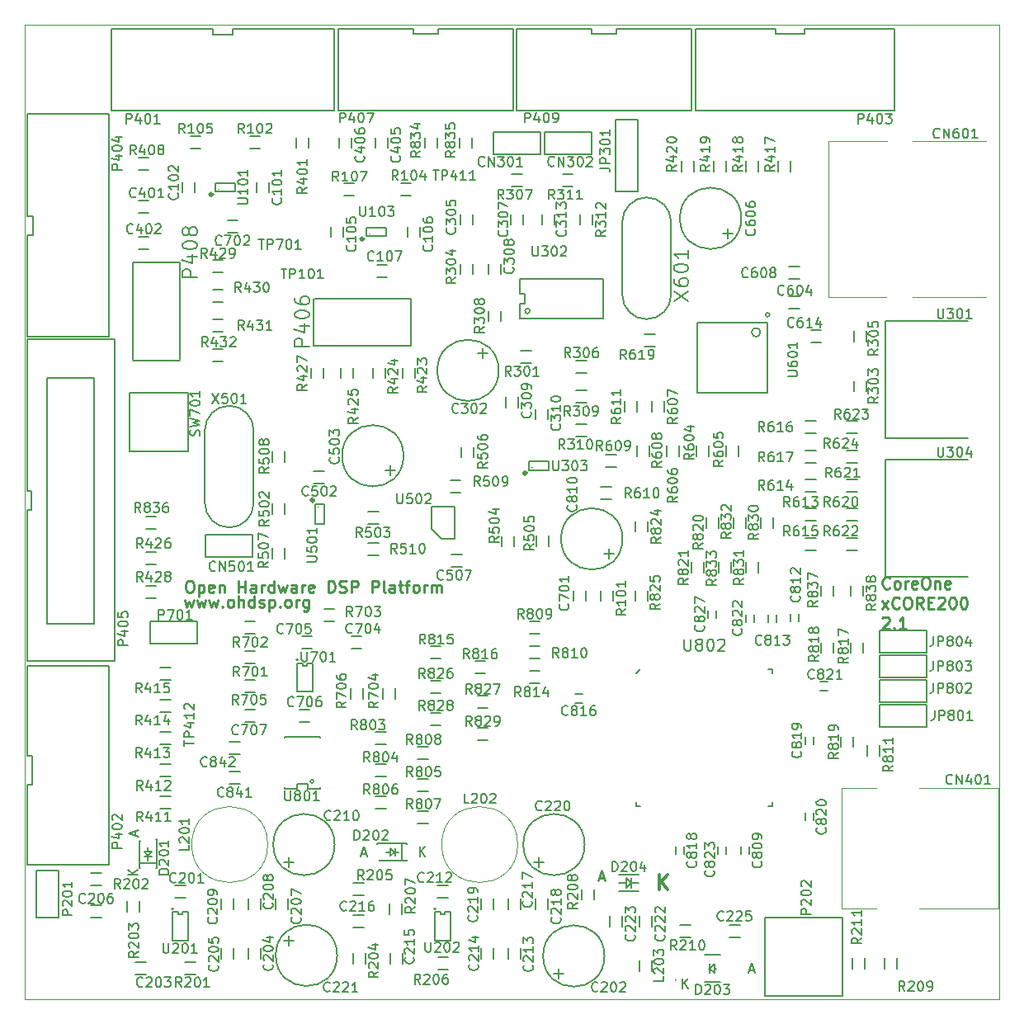
<source format=gto>
G04 #@! TF.GenerationSoftware,KiCad,Pcbnew,(5.1.0)-1*
G04 #@! TF.CreationDate,2019-04-04T19:00:54+01:00*
G04 #@! TF.ProjectId,CoreOne-xCORE200-2.1,436f7265-4f6e-4652-9d78-434f52453230,2.1*
G04 #@! TF.SameCoordinates,PX660b0c0PY81b3200*
G04 #@! TF.FileFunction,Legend,Top*
G04 #@! TF.FilePolarity,Positive*
%FSLAX46Y46*%
G04 Gerber Fmt 4.6, Leading zero omitted, Abs format (unit mm)*
G04 Created by KiCad (PCBNEW (5.1.0)-1) date 2019-04-04 19:00:54*
%MOMM*%
%LPD*%
G04 APERTURE LIST*
%ADD10C,0.250000*%
%ADD11C,0.200000*%
%ADD12C,0.300000*%
%ADD13C,0.100000*%
%ADD14C,0.150000*%
G04 APERTURE END LIST*
D10*
X16394000Y41007143D02*
X16622571Y40207143D01*
X16851142Y40778572D01*
X17079714Y40207143D01*
X17308285Y41007143D01*
X17651142Y41007143D02*
X17879714Y40207143D01*
X18108285Y40778572D01*
X18336857Y40207143D01*
X18565428Y41007143D01*
X18908285Y41007143D02*
X19136857Y40207143D01*
X19365428Y40778572D01*
X19594000Y40207143D01*
X19822571Y41007143D01*
X20279714Y40321429D02*
X20336857Y40264286D01*
X20279714Y40207143D01*
X20222571Y40264286D01*
X20279714Y40321429D01*
X20279714Y40207143D01*
X21022571Y40207143D02*
X20908285Y40264286D01*
X20851142Y40321429D01*
X20794000Y40435715D01*
X20794000Y40778572D01*
X20851142Y40892858D01*
X20908285Y40950000D01*
X21022571Y41007143D01*
X21194000Y41007143D01*
X21308285Y40950000D01*
X21365428Y40892858D01*
X21422571Y40778572D01*
X21422571Y40435715D01*
X21365428Y40321429D01*
X21308285Y40264286D01*
X21194000Y40207143D01*
X21022571Y40207143D01*
X21936857Y40207143D02*
X21936857Y41407143D01*
X22451142Y40207143D02*
X22451142Y40835715D01*
X22394000Y40950000D01*
X22279714Y41007143D01*
X22108285Y41007143D01*
X21994000Y40950000D01*
X21936857Y40892858D01*
X23536857Y40207143D02*
X23536857Y41407143D01*
X23536857Y40264286D02*
X23422571Y40207143D01*
X23194000Y40207143D01*
X23079714Y40264286D01*
X23022571Y40321429D01*
X22965428Y40435715D01*
X22965428Y40778572D01*
X23022571Y40892858D01*
X23079714Y40950000D01*
X23194000Y41007143D01*
X23422571Y41007143D01*
X23536857Y40950000D01*
X24051142Y40264286D02*
X24165428Y40207143D01*
X24394000Y40207143D01*
X24508285Y40264286D01*
X24565428Y40378572D01*
X24565428Y40435715D01*
X24508285Y40550000D01*
X24394000Y40607143D01*
X24222571Y40607143D01*
X24108285Y40664286D01*
X24051142Y40778572D01*
X24051142Y40835715D01*
X24108285Y40950000D01*
X24222571Y41007143D01*
X24394000Y41007143D01*
X24508285Y40950000D01*
X25079714Y41007143D02*
X25079714Y39807143D01*
X25079714Y40950000D02*
X25194000Y41007143D01*
X25422571Y41007143D01*
X25536857Y40950000D01*
X25594000Y40892858D01*
X25651142Y40778572D01*
X25651142Y40435715D01*
X25594000Y40321429D01*
X25536857Y40264286D01*
X25422571Y40207143D01*
X25194000Y40207143D01*
X25079714Y40264286D01*
X26165428Y40321429D02*
X26222571Y40264286D01*
X26165428Y40207143D01*
X26108285Y40264286D01*
X26165428Y40321429D01*
X26165428Y40207143D01*
X26908285Y40207143D02*
X26794000Y40264286D01*
X26736857Y40321429D01*
X26679714Y40435715D01*
X26679714Y40778572D01*
X26736857Y40892858D01*
X26794000Y40950000D01*
X26908285Y41007143D01*
X27079714Y41007143D01*
X27194000Y40950000D01*
X27251142Y40892858D01*
X27308285Y40778572D01*
X27308285Y40435715D01*
X27251142Y40321429D01*
X27194000Y40264286D01*
X27079714Y40207143D01*
X26908285Y40207143D01*
X27822571Y40207143D02*
X27822571Y41007143D01*
X27822571Y40778572D02*
X27879714Y40892858D01*
X27936857Y40950000D01*
X28051142Y41007143D01*
X28165428Y41007143D01*
X29079714Y41007143D02*
X29079714Y40035715D01*
X29022571Y39921429D01*
X28965428Y39864286D01*
X28851142Y39807143D01*
X28679714Y39807143D01*
X28565428Y39864286D01*
X29079714Y40264286D02*
X28965428Y40207143D01*
X28736857Y40207143D01*
X28622571Y40264286D01*
X28565428Y40321429D01*
X28508285Y40435715D01*
X28508285Y40778572D01*
X28565428Y40892858D01*
X28622571Y40950000D01*
X28736857Y41007143D01*
X28965428Y41007143D01*
X29079714Y40950000D01*
D11*
X62196500Y11915000D02*
X62946500Y11915000D01*
X62196500Y12415000D02*
X62196500Y11415000D01*
X62196500Y11915000D02*
X61696500Y11415000D01*
X61696500Y12415000D02*
X62196500Y11915000D01*
X61696500Y12415000D02*
X61696500Y11415000D01*
X61696500Y11915000D02*
X61696500Y12415000D01*
X60946500Y11915000D02*
X61696500Y11915000D01*
D12*
X65053642Y11236429D02*
X65053642Y12736429D01*
X65910785Y11236429D02*
X65267928Y12093572D01*
X65910785Y12736429D02*
X65053642Y11879286D01*
D10*
X58912404Y12450334D02*
X59388595Y12450334D01*
X58817166Y12164620D02*
X59150500Y13164620D01*
X59483833Y12164620D01*
D13*
X0Y100000000D02*
X100000000Y100000000D01*
X15000000Y0D02*
X0Y0D01*
X100000000Y0D02*
X15000000Y0D01*
D10*
X16794857Y42931143D02*
X17023428Y42931143D01*
X17137714Y42874000D01*
X17252000Y42759715D01*
X17309142Y42531143D01*
X17309142Y42131143D01*
X17252000Y41902572D01*
X17137714Y41788286D01*
X17023428Y41731143D01*
X16794857Y41731143D01*
X16680571Y41788286D01*
X16566285Y41902572D01*
X16509142Y42131143D01*
X16509142Y42531143D01*
X16566285Y42759715D01*
X16680571Y42874000D01*
X16794857Y42931143D01*
X17823428Y42531143D02*
X17823428Y41331143D01*
X17823428Y42474000D02*
X17937714Y42531143D01*
X18166285Y42531143D01*
X18280571Y42474000D01*
X18337714Y42416858D01*
X18394857Y42302572D01*
X18394857Y41959715D01*
X18337714Y41845429D01*
X18280571Y41788286D01*
X18166285Y41731143D01*
X17937714Y41731143D01*
X17823428Y41788286D01*
X19366285Y41788286D02*
X19252000Y41731143D01*
X19023428Y41731143D01*
X18909142Y41788286D01*
X18852000Y41902572D01*
X18852000Y42359715D01*
X18909142Y42474000D01*
X19023428Y42531143D01*
X19252000Y42531143D01*
X19366285Y42474000D01*
X19423428Y42359715D01*
X19423428Y42245429D01*
X18852000Y42131143D01*
X19937714Y42531143D02*
X19937714Y41731143D01*
X19937714Y42416858D02*
X19994857Y42474000D01*
X20109142Y42531143D01*
X20280571Y42531143D01*
X20394857Y42474000D01*
X20452000Y42359715D01*
X20452000Y41731143D01*
X21937714Y41731143D02*
X21937714Y42931143D01*
X21937714Y42359715D02*
X22623428Y42359715D01*
X22623428Y41731143D02*
X22623428Y42931143D01*
X23709142Y41731143D02*
X23709142Y42359715D01*
X23652000Y42474000D01*
X23537714Y42531143D01*
X23309142Y42531143D01*
X23194857Y42474000D01*
X23709142Y41788286D02*
X23594857Y41731143D01*
X23309142Y41731143D01*
X23194857Y41788286D01*
X23137714Y41902572D01*
X23137714Y42016858D01*
X23194857Y42131143D01*
X23309142Y42188286D01*
X23594857Y42188286D01*
X23709142Y42245429D01*
X24280571Y41731143D02*
X24280571Y42531143D01*
X24280571Y42302572D02*
X24337714Y42416858D01*
X24394857Y42474000D01*
X24509142Y42531143D01*
X24623428Y42531143D01*
X25537714Y41731143D02*
X25537714Y42931143D01*
X25537714Y41788286D02*
X25423428Y41731143D01*
X25194857Y41731143D01*
X25080571Y41788286D01*
X25023428Y41845429D01*
X24966285Y41959715D01*
X24966285Y42302572D01*
X25023428Y42416858D01*
X25080571Y42474000D01*
X25194857Y42531143D01*
X25423428Y42531143D01*
X25537714Y42474000D01*
X25994857Y42531143D02*
X26223428Y41731143D01*
X26452000Y42302572D01*
X26680571Y41731143D01*
X26909142Y42531143D01*
X27880571Y41731143D02*
X27880571Y42359715D01*
X27823428Y42474000D01*
X27709142Y42531143D01*
X27480571Y42531143D01*
X27366285Y42474000D01*
X27880571Y41788286D02*
X27766285Y41731143D01*
X27480571Y41731143D01*
X27366285Y41788286D01*
X27309142Y41902572D01*
X27309142Y42016858D01*
X27366285Y42131143D01*
X27480571Y42188286D01*
X27766285Y42188286D01*
X27880571Y42245429D01*
X28452000Y41731143D02*
X28452000Y42531143D01*
X28452000Y42302572D02*
X28509142Y42416858D01*
X28566285Y42474000D01*
X28680571Y42531143D01*
X28794857Y42531143D01*
X29652000Y41788286D02*
X29537714Y41731143D01*
X29309142Y41731143D01*
X29194857Y41788286D01*
X29137714Y41902572D01*
X29137714Y42359715D01*
X29194857Y42474000D01*
X29309142Y42531143D01*
X29537714Y42531143D01*
X29652000Y42474000D01*
X29709142Y42359715D01*
X29709142Y42245429D01*
X29137714Y42131143D01*
X31137714Y41731143D02*
X31137714Y42931143D01*
X31423428Y42931143D01*
X31594857Y42874000D01*
X31709142Y42759715D01*
X31766285Y42645429D01*
X31823428Y42416858D01*
X31823428Y42245429D01*
X31766285Y42016858D01*
X31709142Y41902572D01*
X31594857Y41788286D01*
X31423428Y41731143D01*
X31137714Y41731143D01*
X32280571Y41788286D02*
X32452000Y41731143D01*
X32737714Y41731143D01*
X32852000Y41788286D01*
X32909142Y41845429D01*
X32966285Y41959715D01*
X32966285Y42074000D01*
X32909142Y42188286D01*
X32852000Y42245429D01*
X32737714Y42302572D01*
X32509142Y42359715D01*
X32394857Y42416858D01*
X32337714Y42474000D01*
X32280571Y42588286D01*
X32280571Y42702572D01*
X32337714Y42816858D01*
X32394857Y42874000D01*
X32509142Y42931143D01*
X32794857Y42931143D01*
X32966285Y42874000D01*
X33480571Y41731143D02*
X33480571Y42931143D01*
X33937714Y42931143D01*
X34052000Y42874000D01*
X34109142Y42816858D01*
X34166285Y42702572D01*
X34166285Y42531143D01*
X34109142Y42416858D01*
X34052000Y42359715D01*
X33937714Y42302572D01*
X33480571Y42302572D01*
X35594857Y41731143D02*
X35594857Y42931143D01*
X36052000Y42931143D01*
X36166285Y42874000D01*
X36223428Y42816858D01*
X36280571Y42702572D01*
X36280571Y42531143D01*
X36223428Y42416858D01*
X36166285Y42359715D01*
X36052000Y42302572D01*
X35594857Y42302572D01*
X36966285Y41731143D02*
X36852000Y41788286D01*
X36794857Y41902572D01*
X36794857Y42931143D01*
X37937714Y41731143D02*
X37937714Y42359715D01*
X37880571Y42474000D01*
X37766285Y42531143D01*
X37537714Y42531143D01*
X37423428Y42474000D01*
X37937714Y41788286D02*
X37823428Y41731143D01*
X37537714Y41731143D01*
X37423428Y41788286D01*
X37366285Y41902572D01*
X37366285Y42016858D01*
X37423428Y42131143D01*
X37537714Y42188286D01*
X37823428Y42188286D01*
X37937714Y42245429D01*
X38337714Y42531143D02*
X38794857Y42531143D01*
X38509142Y42931143D02*
X38509142Y41902572D01*
X38566285Y41788286D01*
X38680571Y41731143D01*
X38794857Y41731143D01*
X39023428Y42531143D02*
X39480571Y42531143D01*
X39194857Y41731143D02*
X39194857Y42759715D01*
X39252000Y42874000D01*
X39366285Y42931143D01*
X39480571Y42931143D01*
X40052000Y41731143D02*
X39937714Y41788286D01*
X39880571Y41845429D01*
X39823428Y41959715D01*
X39823428Y42302572D01*
X39880571Y42416858D01*
X39937714Y42474000D01*
X40052000Y42531143D01*
X40223428Y42531143D01*
X40337714Y42474000D01*
X40394857Y42416858D01*
X40452000Y42302572D01*
X40452000Y41959715D01*
X40394857Y41845429D01*
X40337714Y41788286D01*
X40223428Y41731143D01*
X40052000Y41731143D01*
X40966285Y41731143D02*
X40966285Y42531143D01*
X40966285Y42302572D02*
X41023428Y42416858D01*
X41080571Y42474000D01*
X41194857Y42531143D01*
X41309142Y42531143D01*
X41709142Y41731143D02*
X41709142Y42531143D01*
X41709142Y42416858D02*
X41766285Y42474000D01*
X41880571Y42531143D01*
X42052000Y42531143D01*
X42166285Y42474000D01*
X42223428Y42359715D01*
X42223428Y41731143D01*
X42223428Y42359715D02*
X42280571Y42474000D01*
X42394857Y42531143D01*
X42566285Y42531143D01*
X42680571Y42474000D01*
X42737714Y42359715D01*
X42737714Y41731143D01*
X88733928Y42221429D02*
X88676785Y42164286D01*
X88505357Y42107143D01*
X88391071Y42107143D01*
X88219642Y42164286D01*
X88105357Y42278572D01*
X88048214Y42392858D01*
X87991071Y42621429D01*
X87991071Y42792858D01*
X88048214Y43021429D01*
X88105357Y43135715D01*
X88219642Y43250000D01*
X88391071Y43307143D01*
X88505357Y43307143D01*
X88676785Y43250000D01*
X88733928Y43192858D01*
X89419642Y42107143D02*
X89305357Y42164286D01*
X89248214Y42221429D01*
X89191071Y42335715D01*
X89191071Y42678572D01*
X89248214Y42792858D01*
X89305357Y42850000D01*
X89419642Y42907143D01*
X89591071Y42907143D01*
X89705357Y42850000D01*
X89762500Y42792858D01*
X89819642Y42678572D01*
X89819642Y42335715D01*
X89762500Y42221429D01*
X89705357Y42164286D01*
X89591071Y42107143D01*
X89419642Y42107143D01*
X90333928Y42107143D02*
X90333928Y42907143D01*
X90333928Y42678572D02*
X90391071Y42792858D01*
X90448214Y42850000D01*
X90562500Y42907143D01*
X90676785Y42907143D01*
X91533928Y42164286D02*
X91419642Y42107143D01*
X91191071Y42107143D01*
X91076785Y42164286D01*
X91019642Y42278572D01*
X91019642Y42735715D01*
X91076785Y42850000D01*
X91191071Y42907143D01*
X91419642Y42907143D01*
X91533928Y42850000D01*
X91591071Y42735715D01*
X91591071Y42621429D01*
X91019642Y42507143D01*
X92333928Y43307143D02*
X92562500Y43307143D01*
X92676785Y43250000D01*
X92791071Y43135715D01*
X92848214Y42907143D01*
X92848214Y42507143D01*
X92791071Y42278572D01*
X92676785Y42164286D01*
X92562500Y42107143D01*
X92333928Y42107143D01*
X92219642Y42164286D01*
X92105357Y42278572D01*
X92048214Y42507143D01*
X92048214Y42907143D01*
X92105357Y43135715D01*
X92219642Y43250000D01*
X92333928Y43307143D01*
X93362500Y42907143D02*
X93362500Y42107143D01*
X93362500Y42792858D02*
X93419642Y42850000D01*
X93533928Y42907143D01*
X93705357Y42907143D01*
X93819642Y42850000D01*
X93876785Y42735715D01*
X93876785Y42107143D01*
X94905357Y42164286D02*
X94791071Y42107143D01*
X94562500Y42107143D01*
X94448214Y42164286D01*
X94391071Y42278572D01*
X94391071Y42735715D01*
X94448214Y42850000D01*
X94562500Y42907143D01*
X94791071Y42907143D01*
X94905357Y42850000D01*
X94962500Y42735715D01*
X94962500Y42621429D01*
X94391071Y42507143D01*
X87933928Y40057143D02*
X88562500Y40857143D01*
X87933928Y40857143D02*
X88562500Y40057143D01*
X89705357Y40171429D02*
X89648214Y40114286D01*
X89476785Y40057143D01*
X89362500Y40057143D01*
X89191071Y40114286D01*
X89076785Y40228572D01*
X89019642Y40342858D01*
X88962500Y40571429D01*
X88962500Y40742858D01*
X89019642Y40971429D01*
X89076785Y41085715D01*
X89191071Y41200000D01*
X89362500Y41257143D01*
X89476785Y41257143D01*
X89648214Y41200000D01*
X89705357Y41142858D01*
X90448214Y41257143D02*
X90676785Y41257143D01*
X90791071Y41200000D01*
X90905357Y41085715D01*
X90962500Y40857143D01*
X90962500Y40457143D01*
X90905357Y40228572D01*
X90791071Y40114286D01*
X90676785Y40057143D01*
X90448214Y40057143D01*
X90333928Y40114286D01*
X90219642Y40228572D01*
X90162500Y40457143D01*
X90162500Y40857143D01*
X90219642Y41085715D01*
X90333928Y41200000D01*
X90448214Y41257143D01*
X92162500Y40057143D02*
X91762500Y40628572D01*
X91476785Y40057143D02*
X91476785Y41257143D01*
X91933928Y41257143D01*
X92048214Y41200000D01*
X92105357Y41142858D01*
X92162500Y41028572D01*
X92162500Y40857143D01*
X92105357Y40742858D01*
X92048214Y40685715D01*
X91933928Y40628572D01*
X91476785Y40628572D01*
X92676785Y40685715D02*
X93076785Y40685715D01*
X93248214Y40057143D02*
X92676785Y40057143D01*
X92676785Y41257143D01*
X93248214Y41257143D01*
X93705357Y41142858D02*
X93762500Y41200000D01*
X93876785Y41257143D01*
X94162500Y41257143D01*
X94276785Y41200000D01*
X94333928Y41142858D01*
X94391071Y41028572D01*
X94391071Y40914286D01*
X94333928Y40742858D01*
X93648214Y40057143D01*
X94391071Y40057143D01*
X95133928Y41257143D02*
X95248214Y41257143D01*
X95362500Y41200000D01*
X95419642Y41142858D01*
X95476785Y41028572D01*
X95533928Y40800000D01*
X95533928Y40514286D01*
X95476785Y40285715D01*
X95419642Y40171429D01*
X95362500Y40114286D01*
X95248214Y40057143D01*
X95133928Y40057143D01*
X95019642Y40114286D01*
X94962500Y40171429D01*
X94905357Y40285715D01*
X94848214Y40514286D01*
X94848214Y40800000D01*
X94905357Y41028572D01*
X94962500Y41142858D01*
X95019642Y41200000D01*
X95133928Y41257143D01*
X96276785Y41257143D02*
X96391071Y41257143D01*
X96505357Y41200000D01*
X96562500Y41142858D01*
X96619642Y41028572D01*
X96676785Y40800000D01*
X96676785Y40514286D01*
X96619642Y40285715D01*
X96562500Y40171429D01*
X96505357Y40114286D01*
X96391071Y40057143D01*
X96276785Y40057143D01*
X96162500Y40114286D01*
X96105357Y40171429D01*
X96048214Y40285715D01*
X95991071Y40514286D01*
X95991071Y40800000D01*
X96048214Y41028572D01*
X96105357Y41142858D01*
X96162500Y41200000D01*
X96276785Y41257143D01*
X87991071Y39092858D02*
X88048214Y39150000D01*
X88162500Y39207143D01*
X88448214Y39207143D01*
X88562500Y39150000D01*
X88619642Y39092858D01*
X88676785Y38978572D01*
X88676785Y38864286D01*
X88619642Y38692858D01*
X87933928Y38007143D01*
X88676785Y38007143D01*
X89191071Y38121429D02*
X89248214Y38064286D01*
X89191071Y38007143D01*
X89133928Y38064286D01*
X89191071Y38121429D01*
X89191071Y38007143D01*
X90391071Y38007143D02*
X89705357Y38007143D01*
X90048214Y38007143D02*
X90048214Y39207143D01*
X89933928Y39035715D01*
X89819642Y38921429D01*
X89705357Y38864286D01*
D13*
X100000000Y100000000D02*
X100000000Y0D01*
X0Y0D02*
X0Y100000000D01*
X88450000Y88000000D02*
X82450000Y88000000D01*
X98600000Y88000000D02*
X91050000Y88000000D01*
X91050000Y72000000D02*
X98600000Y72000000D01*
X82450000Y72000000D02*
X88400000Y72000000D01*
X82450000Y80000000D02*
X82450000Y88000000D01*
X82450000Y80000000D02*
X82450000Y72000000D01*
D14*
X15875000Y65532000D02*
X11049000Y65532000D01*
X11049000Y75565000D02*
X15875000Y75565000D01*
X15875000Y65659000D02*
X15875000Y75565000D01*
X11049000Y75565000D02*
X11049000Y65659000D01*
X29591000Y67056000D02*
X29591000Y71882000D01*
X39624000Y71882000D02*
X39624000Y67056000D01*
X29718000Y67056000D02*
X39624000Y67056000D01*
X39624000Y71882000D02*
X29718000Y71882000D01*
X89194000Y95377000D02*
X89194000Y99577000D01*
X89194000Y91177000D02*
X89194000Y95377000D01*
X68794000Y91177000D02*
X89194000Y91177000D01*
X68794000Y99577000D02*
X68794000Y91177000D01*
X89194000Y99577000D02*
X79994000Y99577000D01*
X79994000Y99577000D02*
X79994000Y99077000D01*
X79994000Y99077000D02*
X76994000Y99077000D01*
X76994000Y99077000D02*
X76994000Y99577000D01*
X76994000Y99577000D02*
X68794000Y99577000D01*
X4445000Y34203000D02*
X245000Y34203000D01*
X8645000Y34203000D02*
X4445000Y34203000D01*
X8645000Y13803000D02*
X8645000Y34203000D01*
X245000Y13803000D02*
X8645000Y13803000D01*
X245000Y34203000D02*
X245000Y25003000D01*
X245000Y25003000D02*
X745000Y25003000D01*
X745000Y25003000D02*
X745000Y22003000D01*
X745000Y22003000D02*
X245000Y22003000D01*
X245000Y22003000D02*
X245000Y13803000D01*
X50148000Y95377000D02*
X50148000Y99577000D01*
X50148000Y91177000D02*
X50148000Y95377000D01*
X50148000Y91177000D02*
X32148000Y91177000D01*
X32148000Y99577000D02*
X32148000Y91177000D01*
X50148000Y99577000D02*
X42418000Y99577000D01*
X42418000Y99577000D02*
X42418000Y99077000D01*
X42418000Y99077000D02*
X39878000Y99077000D01*
X39878000Y99077000D02*
X39878000Y99577000D01*
X39878000Y99577000D02*
X32148000Y99577000D01*
X68436000Y95377000D02*
X68436000Y99577000D01*
X68436000Y91177000D02*
X68436000Y95377000D01*
X68436000Y91177000D02*
X50436000Y91177000D01*
X50436000Y99577000D02*
X50436000Y91177000D01*
X68436000Y99577000D02*
X60706000Y99577000D01*
X60706000Y99577000D02*
X60706000Y99077000D01*
X60706000Y99077000D02*
X58166000Y99077000D01*
X58166000Y99077000D02*
X58166000Y99577000D01*
X58166000Y99577000D02*
X50436000Y99577000D01*
X31750000Y95377000D02*
X31750000Y99577000D01*
X31750000Y91177000D02*
X31750000Y95377000D01*
X8890000Y99577000D02*
X8890000Y91177000D01*
X8890000Y91177000D02*
X31750000Y91177000D01*
X8890000Y99577000D02*
X19304000Y99577000D01*
X19304000Y99577000D02*
X19304000Y98977000D01*
X19304000Y98977000D02*
X21304000Y98977000D01*
X21304000Y98977000D02*
X21304000Y99577000D01*
X21336000Y99577000D02*
X31750000Y99577000D01*
X4445000Y90805000D02*
X245000Y90805000D01*
X8645000Y90805000D02*
X4445000Y90805000D01*
X245000Y67945000D02*
X8645000Y67945000D01*
X8645000Y67945000D02*
X8645000Y90805000D01*
X245000Y67945000D02*
X245000Y78359000D01*
X245000Y78359000D02*
X845000Y78359000D01*
X845000Y78359000D02*
X845000Y80359000D01*
X845000Y80359000D02*
X245000Y80359000D01*
X245000Y80391000D02*
X245000Y90805000D01*
X10475000Y9508000D02*
X10475000Y10041400D01*
X10475000Y9508000D02*
X10475000Y8974600D01*
X11745000Y9508000D02*
X11745000Y10041400D01*
X11745000Y9508000D02*
X11745000Y8974600D01*
X21336000Y78613000D02*
X20802600Y78613000D01*
X21336000Y78613000D02*
X21869400Y78613000D01*
X21336000Y79883000D02*
X20802600Y79883000D01*
X21336000Y79883000D02*
X21869400Y79883000D01*
X71069200Y15240000D02*
X71069200Y14859000D01*
X71069200Y15240000D02*
X71069200Y15621000D01*
X71932800Y15240000D02*
X71932800Y14859000D01*
X71932800Y15240000D02*
X71932800Y15621000D01*
X42142111Y9276000D02*
G75*
G03X42142111Y9276000I-72111J0D01*
G01*
X43660000Y8926000D02*
X43060000Y8926000D01*
X42660000Y8676000D02*
X42660000Y8926000D01*
X42860000Y8676000D02*
X42660000Y8676000D01*
X43060000Y8676000D02*
X42860000Y8676000D01*
X43060000Y8926000D02*
X43060000Y8676000D01*
X43660000Y7476000D02*
X43660000Y8926000D01*
X42060000Y8926000D02*
X42060000Y6026000D01*
X42060000Y6026000D02*
X43660000Y6026000D01*
X43660000Y6026000D02*
X43660000Y7476000D01*
X42660000Y8926000D02*
X42060000Y8926000D01*
X15218111Y9276000D02*
G75*
G03X15218111Y9276000I-72111J0D01*
G01*
X16736000Y8926000D02*
X16136000Y8926000D01*
X15736000Y8676000D02*
X15736000Y8926000D01*
X15936000Y8676000D02*
X15736000Y8676000D01*
X16136000Y8676000D02*
X15936000Y8676000D01*
X16136000Y8926000D02*
X16136000Y8676000D01*
X16736000Y7476000D02*
X16736000Y8926000D01*
X15136000Y8926000D02*
X15136000Y6026000D01*
X15136000Y6026000D02*
X16736000Y6026000D01*
X16736000Y6026000D02*
X16736000Y7476000D01*
X15736000Y8926000D02*
X15136000Y8926000D01*
X37973000Y31369000D02*
X37973000Y30835600D01*
X37973000Y31369000D02*
X37973000Y31902400D01*
X36703000Y31369000D02*
X36703000Y30835600D01*
X36703000Y31369000D02*
X36703000Y31902400D01*
X38680000Y14196000D02*
X38680000Y15996000D01*
X37980000Y15096000D02*
X38380000Y15096000D01*
X37480000Y15096000D02*
X37080000Y15096000D01*
X37980000Y14696000D02*
X37980000Y15496000D01*
X37480000Y15496000D02*
X37880000Y15096000D01*
X37480000Y14696000D02*
X37480000Y15496000D01*
X37880000Y15096000D02*
X37480000Y14696000D01*
X36180000Y15996000D02*
X36180000Y15896000D01*
X39180000Y15996000D02*
X36180000Y15996000D01*
X39180000Y15896000D02*
X39180000Y15996000D01*
X36380000Y14196000D02*
X36380000Y14296000D01*
X37780000Y14196000D02*
X36380000Y14196000D01*
X39180000Y14196000D02*
X39180000Y14296000D01*
X37780000Y14196000D02*
X39180000Y14196000D01*
X11734000Y13942000D02*
X13534000Y13942000D01*
X12634000Y14642000D02*
X12634000Y14242000D01*
X12634000Y15142000D02*
X12634000Y15542000D01*
X12234000Y14642000D02*
X13034000Y14642000D01*
X13034000Y15142000D02*
X12634000Y14742000D01*
X12234000Y15142000D02*
X13034000Y15142000D01*
X12634000Y14742000D02*
X12234000Y15142000D01*
X13534000Y16442000D02*
X13434000Y16442000D01*
X13534000Y13442000D02*
X13534000Y16442000D01*
X13434000Y13442000D02*
X13534000Y13442000D01*
X11734000Y16242000D02*
X11834000Y16242000D01*
X11734000Y14842000D02*
X11734000Y16242000D01*
X11734000Y13442000D02*
X11834000Y13442000D01*
X11734000Y14842000D02*
X11734000Y13442000D01*
X46797000Y9762000D02*
X46797000Y10295400D01*
X46797000Y9762000D02*
X46797000Y9228600D01*
X48067000Y9762000D02*
X48067000Y10295400D01*
X48067000Y9762000D02*
X48067000Y9228600D01*
X49591000Y9762000D02*
X49591000Y10295400D01*
X49591000Y9762000D02*
X49591000Y9228600D01*
X50861000Y9762000D02*
X50861000Y10295400D01*
X50861000Y9762000D02*
X50861000Y9228600D01*
X34224000Y7349000D02*
X33690600Y7349000D01*
X34224000Y7349000D02*
X34757400Y7349000D01*
X34224000Y8619000D02*
X33690600Y8619000D01*
X34224000Y8619000D02*
X34757400Y8619000D01*
X15936000Y10397000D02*
X15402600Y10397000D01*
X15936000Y10397000D02*
X16469400Y10397000D01*
X15936000Y11667000D02*
X15402600Y11667000D01*
X15936000Y11667000D02*
X16469400Y11667000D01*
X19812000Y65405000D02*
X19278600Y65405000D01*
X19812000Y65405000D02*
X20345400Y65405000D01*
X19812000Y66675000D02*
X19278600Y66675000D01*
X19812000Y66675000D02*
X20345400Y66675000D01*
X19812000Y68453000D02*
X19278600Y68453000D01*
X19812000Y68453000D02*
X20345400Y68453000D01*
X19812000Y69723000D02*
X19278600Y69723000D01*
X19812000Y69723000D02*
X20345400Y69723000D01*
X87691000Y37829000D02*
X87691000Y35543000D01*
X92517000Y37829000D02*
X92517000Y35543000D01*
X87691000Y37829000D02*
X92517000Y37829000D01*
X92517000Y35543000D02*
X87691000Y35543000D01*
X87691000Y35289000D02*
X87691000Y33003000D01*
X92517000Y35289000D02*
X92517000Y33003000D01*
X87691000Y35289000D02*
X92517000Y35289000D01*
X92517000Y33003000D02*
X87691000Y33003000D01*
X78928000Y73897000D02*
X78394600Y73897000D01*
X78928000Y73897000D02*
X79461400Y73897000D01*
X78928000Y75167000D02*
X78394600Y75167000D01*
X78928000Y75167000D02*
X79461400Y75167000D01*
X78950000Y70815000D02*
X78416600Y70815000D01*
X78950000Y70815000D02*
X79483400Y70815000D01*
X78950000Y72085000D02*
X78416600Y72085000D01*
X78950000Y72085000D02*
X79483400Y72085000D01*
X79425800Y39116000D02*
X79425800Y39497000D01*
X79425800Y39116000D02*
X79425800Y38735000D01*
X78562200Y39116000D02*
X78562200Y39497000D01*
X78562200Y39116000D02*
X78562200Y38735000D01*
D13*
X24916000Y15858000D02*
G75*
G03X24916000Y15858000I-3900000J0D01*
G01*
X50570000Y15858000D02*
G75*
G03X50570000Y15858000I-3900000J0D01*
G01*
D14*
X38735000Y4191000D02*
X38735000Y3657600D01*
X38735000Y4191000D02*
X38735000Y4724400D01*
X37465000Y4191000D02*
X37465000Y3657600D01*
X37465000Y4191000D02*
X37465000Y4724400D01*
X76421000Y70219000D02*
G75*
G03X76421000Y70219000I-200000J0D01*
G01*
X75468214Y68419000D02*
G75*
G03X75468214Y68419000I-447214J0D01*
G01*
X76221000Y69419000D02*
X76221000Y62219000D01*
X76221000Y62219000D02*
X69021000Y62219000D01*
X69021000Y62219000D02*
X69021000Y69419000D01*
X69021000Y69419000D02*
X76221000Y69419000D01*
X17526000Y87249000D02*
X16992600Y87249000D01*
X17526000Y87249000D02*
X18059400Y87249000D01*
X17526000Y88519000D02*
X16992600Y88519000D01*
X17526000Y88519000D02*
X18059400Y88519000D01*
X23622000Y88519000D02*
X24155400Y88519000D01*
X23622000Y88519000D02*
X23088600Y88519000D01*
X23622000Y87249000D02*
X24155400Y87249000D01*
X23622000Y87249000D02*
X23088600Y87249000D01*
X39116000Y83693000D02*
X39649400Y83693000D01*
X39116000Y83693000D02*
X38582600Y83693000D01*
X39116000Y82423000D02*
X39649400Y82423000D01*
X39116000Y82423000D02*
X38582600Y82423000D01*
X33274000Y82423000D02*
X32740600Y82423000D01*
X33274000Y82423000D02*
X33807400Y82423000D01*
X33274000Y83693000D02*
X32740600Y83693000D01*
X33274000Y83693000D02*
X33807400Y83693000D01*
X7300000Y8365000D02*
X6766600Y8365000D01*
X7300000Y8365000D02*
X7833400Y8365000D01*
X7300000Y9635000D02*
X6766600Y9635000D01*
X7300000Y9635000D02*
X7833400Y9635000D01*
X42860000Y10397000D02*
X42326600Y10397000D01*
X42860000Y10397000D02*
X43393400Y10397000D01*
X42860000Y11667000D02*
X42326600Y11667000D01*
X42860000Y11667000D02*
X43393400Y11667000D01*
X16952000Y2523000D02*
X16418600Y2523000D01*
X16952000Y2523000D02*
X17485400Y2523000D01*
X16952000Y3793000D02*
X16418600Y3793000D01*
X16952000Y3793000D02*
X17485400Y3793000D01*
X11872000Y2523000D02*
X11338600Y2523000D01*
X11872000Y2523000D02*
X12405400Y2523000D01*
X11872000Y3793000D02*
X11338600Y3793000D01*
X11872000Y3793000D02*
X12405400Y3793000D01*
X84877210Y46060890D02*
X84343810Y46060890D01*
X84877210Y46060890D02*
X85410610Y46060890D01*
X84877210Y47330890D02*
X84343810Y47330890D01*
X84877210Y47330890D02*
X85410610Y47330890D01*
X61529000Y60819000D02*
X61529000Y61352400D01*
X61529000Y60819000D02*
X61529000Y60285600D01*
X62799000Y60819000D02*
X62799000Y61352400D01*
X62799000Y60819000D02*
X62799000Y60285600D01*
X62799000Y56244000D02*
X62799000Y56777400D01*
X62799000Y56244000D02*
X62799000Y55710600D01*
X64069000Y56244000D02*
X64069000Y56777400D01*
X64069000Y56244000D02*
X64069000Y55710600D01*
X64323000Y60816000D02*
X64323000Y61349400D01*
X64323000Y60816000D02*
X64323000Y60282600D01*
X65593000Y60816000D02*
X65593000Y61349400D01*
X65593000Y60816000D02*
X65593000Y60282600D01*
X65847000Y56244000D02*
X65847000Y56777400D01*
X65847000Y56244000D02*
X65847000Y55710600D01*
X67117000Y56244000D02*
X67117000Y56777400D01*
X67117000Y56244000D02*
X67117000Y55710600D01*
X68895000Y56244000D02*
X68895000Y56777400D01*
X68895000Y56244000D02*
X68895000Y55710600D01*
X70165000Y56244000D02*
X70165000Y56777400D01*
X70165000Y56244000D02*
X70165000Y55710600D01*
X71943000Y56244000D02*
X71943000Y56777400D01*
X71943000Y56244000D02*
X71943000Y55710600D01*
X73213000Y56244000D02*
X73213000Y56777400D01*
X73213000Y56244000D02*
X73213000Y55710600D01*
X59055000Y41402000D02*
X59055000Y41935400D01*
X59055000Y41402000D02*
X59055000Y40868600D01*
X60325000Y41402000D02*
X60325000Y41935400D01*
X60325000Y41402000D02*
X60325000Y40868600D01*
X30100000Y50500000D02*
G75*
G03X30100000Y50500000I-50000J0D01*
G01*
D12*
X29650000Y51200000D02*
G75*
G03X29650000Y51200000I-150000J0D01*
G01*
D14*
X30700000Y48750000D02*
X30700000Y49750000D01*
X29800000Y48750000D02*
X30700000Y48750000D01*
X29800000Y50750000D02*
X29800000Y48750000D01*
X30700000Y50750000D02*
X29800000Y50750000D01*
X30700000Y49750000D02*
X30700000Y50750000D01*
X19874000Y83112000D02*
G75*
G03X19874000Y83112000I-50000J0D01*
G01*
D12*
X19274000Y82562000D02*
G75*
G03X19274000Y82562000I-150000J0D01*
G01*
D14*
X21574000Y83762000D02*
X20574000Y83762000D01*
X21574000Y82862000D02*
X21574000Y83762000D01*
X19574000Y82862000D02*
X21574000Y82862000D01*
X19574000Y83762000D02*
X19574000Y82862000D01*
X20574000Y83762000D02*
X19574000Y83762000D01*
X35748000Y50021000D02*
X36281400Y50021000D01*
X35748000Y50021000D02*
X35214600Y50021000D01*
X35748000Y48751000D02*
X36281400Y48751000D01*
X35748000Y48751000D02*
X35214600Y48751000D01*
X26680256Y55660824D02*
X26680256Y55127424D01*
X26680256Y55660824D02*
X26680256Y56194224D01*
X25410256Y55660824D02*
X25410256Y55127424D01*
X25410256Y55660824D02*
X25410256Y56194224D01*
X199000Y52181000D02*
X199000Y67681000D01*
X699000Y52181000D02*
X199000Y52181000D01*
X699000Y50181000D02*
X699000Y52181000D01*
X199000Y50181000D02*
X699000Y50181000D01*
X199000Y34681000D02*
X199000Y50181000D01*
X4699000Y67681000D02*
X199000Y67681000D01*
X199000Y34681000D02*
X9199000Y34681000D01*
X9199000Y34681000D02*
X9199000Y67681000D01*
X9199000Y67681000D02*
X4699000Y67681000D01*
X2286000Y63754000D02*
X2286000Y38481000D01*
X7112000Y38481000D02*
X7112000Y63754000D01*
X2286000Y63754000D02*
X7112000Y63754000D01*
X7112000Y38481000D02*
X2286000Y38481000D01*
X80627210Y46060890D02*
X80093810Y46060890D01*
X80627210Y46060890D02*
X81160610Y46060890D01*
X80627210Y47330890D02*
X80093810Y47330890D01*
X80627210Y47330890D02*
X81160610Y47330890D01*
X16129000Y83312000D02*
X16129000Y83845400D01*
X16129000Y83312000D02*
X16129000Y82778600D01*
X17399000Y83312000D02*
X17399000Y83845400D01*
X17399000Y83312000D02*
X17399000Y82778600D01*
X23749000Y83312000D02*
X23749000Y83845400D01*
X23749000Y83312000D02*
X23749000Y82778600D01*
X25019000Y83312000D02*
X25019000Y83845400D01*
X25019000Y83312000D02*
X25019000Y82778600D01*
X23465256Y58390824D02*
X23465256Y50890824D01*
X18465256Y50890824D02*
X18465256Y58390824D01*
X20965256Y60890824D02*
G75*
G03X18465256Y58390824I0J-2500000D01*
G01*
X23465256Y58390824D02*
G75*
G03X20965256Y60890824I-2500000J0D01*
G01*
X18465256Y50890824D02*
G75*
G03X20965256Y48390824I2500000J0D01*
G01*
X20965256Y48390824D02*
G75*
G03X23465256Y50890824I0J2500000D01*
G01*
X30314000Y26926000D02*
X30314000Y26799000D01*
X26631000Y26926000D02*
X26631000Y26799000D01*
X30314000Y21592000D02*
X30314000Y21719000D01*
X26631000Y21592000D02*
X26631000Y21719000D01*
X27901000Y21592000D02*
X26631000Y21592000D01*
X28028000Y22100000D02*
X27901000Y22100000D01*
X29044000Y21592000D02*
X30314000Y21592000D01*
X29604605Y22354000D02*
G75*
G03X29604605Y22354000I-179605J0D01*
G01*
X27901000Y22100000D02*
X27901000Y21592000D01*
X29044000Y22100000D02*
X28028000Y22100000D01*
X29044000Y21592000D02*
X29044000Y22100000D01*
X26758000Y26926000D02*
X26631000Y26926000D01*
X30314000Y26926000D02*
X26758000Y26926000D01*
X41726000Y48245000D02*
X42726000Y47245000D01*
X42726000Y47245000D02*
X44126000Y47245000D01*
X44126000Y47245000D02*
X44126000Y50545000D01*
X44126000Y50545000D02*
X41726000Y50545000D01*
X41726000Y50545000D02*
X41726000Y48245000D01*
X10716000Y62182000D02*
X16716000Y62182000D01*
X16716000Y62182000D02*
X16716000Y56182000D01*
X16716000Y56182000D02*
X10716000Y56182000D01*
X10716000Y56182000D02*
X10716000Y62182000D01*
X12954000Y49530000D02*
X13487400Y49530000D01*
X12954000Y49530000D02*
X12420600Y49530000D01*
X12954000Y48260000D02*
X13487400Y48260000D01*
X12954000Y48260000D02*
X12420600Y48260000D01*
X71181000Y44306000D02*
X71181000Y44839400D01*
X71181000Y44306000D02*
X71181000Y43772600D01*
X72451000Y44306000D02*
X72451000Y44839400D01*
X72451000Y44306000D02*
X72451000Y43772600D01*
X72705000Y48878000D02*
X72705000Y49411400D01*
X72705000Y48878000D02*
X72705000Y48344600D01*
X73975000Y48878000D02*
X73975000Y49411400D01*
X73975000Y48878000D02*
X73975000Y48344600D01*
X73975000Y44306000D02*
X73975000Y44839400D01*
X73975000Y44306000D02*
X73975000Y43772600D01*
X75245000Y44306000D02*
X75245000Y44839400D01*
X75245000Y44306000D02*
X75245000Y43772600D01*
X75499000Y48878000D02*
X75499000Y49411400D01*
X75499000Y48878000D02*
X75499000Y48344600D01*
X76769000Y48878000D02*
X76769000Y49411400D01*
X76769000Y48878000D02*
X76769000Y48344600D01*
X46990000Y29845000D02*
X46456600Y29845000D01*
X46990000Y29845000D02*
X47523400Y29845000D01*
X46990000Y31115000D02*
X46456600Y31115000D01*
X46990000Y31115000D02*
X47523400Y31115000D01*
X42164000Y28067000D02*
X41630600Y28067000D01*
X42164000Y28067000D02*
X42697400Y28067000D01*
X42164000Y29337000D02*
X41630600Y29337000D01*
X42164000Y29337000D02*
X42697400Y29337000D01*
X42164000Y31369000D02*
X41630600Y31369000D01*
X42164000Y31369000D02*
X42697400Y31369000D01*
X42164000Y32639000D02*
X41630600Y32639000D01*
X42164000Y32639000D02*
X42697400Y32639000D01*
X68387000Y44306000D02*
X68387000Y44839400D01*
X68387000Y44306000D02*
X68387000Y43772600D01*
X69657000Y44306000D02*
X69657000Y44839400D01*
X69657000Y44306000D02*
X69657000Y43772600D01*
X69911000Y48878000D02*
X69911000Y49411400D01*
X69911000Y48878000D02*
X69911000Y48344600D01*
X71181000Y48878000D02*
X71181000Y49411400D01*
X71181000Y48878000D02*
X71181000Y48344600D01*
X62611000Y41402000D02*
X62611000Y41935400D01*
X62611000Y41402000D02*
X62611000Y40868600D01*
X63881000Y41402000D02*
X63881000Y41935400D01*
X63881000Y41402000D02*
X63881000Y40868600D01*
X83754000Y26399000D02*
X83754000Y26932400D01*
X83754000Y26399000D02*
X83754000Y25865600D01*
X85024000Y26399000D02*
X85024000Y26932400D01*
X85024000Y26399000D02*
X85024000Y25865600D01*
X46736000Y33401000D02*
X46202600Y33401000D01*
X46736000Y33401000D02*
X47269400Y33401000D01*
X46736000Y34671000D02*
X46202600Y34671000D01*
X46736000Y34671000D02*
X47269400Y34671000D01*
X42164000Y34925000D02*
X41630600Y34925000D01*
X42164000Y34925000D02*
X42697400Y34925000D01*
X42164000Y36195000D02*
X41630600Y36195000D01*
X42164000Y36195000D02*
X42697400Y36195000D01*
X52324000Y32385000D02*
X51790600Y32385000D01*
X52324000Y32385000D02*
X52857400Y32385000D01*
X52324000Y33655000D02*
X51790600Y33655000D01*
X52324000Y33655000D02*
X52857400Y33655000D01*
X40828000Y24621000D02*
X40294600Y24621000D01*
X40828000Y24621000D02*
X41361400Y24621000D01*
X40828000Y25891000D02*
X40294600Y25891000D01*
X40828000Y25891000D02*
X41361400Y25891000D01*
X52324000Y34925000D02*
X51790600Y34925000D01*
X52324000Y34925000D02*
X52857400Y34925000D01*
X52324000Y36195000D02*
X51790600Y36195000D01*
X52324000Y36195000D02*
X52857400Y36195000D01*
X52324000Y37465000D02*
X51790600Y37465000D01*
X52324000Y37465000D02*
X52857400Y37465000D01*
X52324000Y38735000D02*
X51790600Y38735000D01*
X52324000Y38735000D02*
X52857400Y38735000D01*
X40828000Y18017000D02*
X40294600Y18017000D01*
X40828000Y18017000D02*
X41361400Y18017000D01*
X40828000Y19287000D02*
X40294600Y19287000D01*
X40828000Y19287000D02*
X41361400Y19287000D01*
X36510000Y19541000D02*
X35976600Y19541000D01*
X36510000Y19541000D02*
X37043400Y19541000D01*
X36510000Y20811000D02*
X35976600Y20811000D01*
X36510000Y20811000D02*
X37043400Y20811000D01*
X40828000Y21319000D02*
X40294600Y21319000D01*
X40828000Y21319000D02*
X41361400Y21319000D01*
X40828000Y22589000D02*
X40294600Y22589000D01*
X40828000Y22589000D02*
X41361400Y22589000D01*
X36510000Y22843000D02*
X35976600Y22843000D01*
X36510000Y22843000D02*
X37043400Y22843000D01*
X36510000Y24113000D02*
X35976600Y24113000D01*
X36510000Y24113000D02*
X37043400Y24113000D01*
X81661000Y36068000D02*
X81661000Y36601400D01*
X81661000Y36068000D02*
X81661000Y35534600D01*
X82931000Y36068000D02*
X82931000Y36601400D01*
X82931000Y36068000D02*
X82931000Y35534600D01*
X84709000Y36068000D02*
X84709000Y36601400D01*
X84709000Y36068000D02*
X84709000Y35534600D01*
X85979000Y36068000D02*
X85979000Y36601400D01*
X85979000Y36068000D02*
X85979000Y35534600D01*
X36510000Y26145000D02*
X35976600Y26145000D01*
X36510000Y26145000D02*
X37043400Y26145000D01*
X36510000Y27415000D02*
X35976600Y27415000D01*
X36510000Y27415000D02*
X37043400Y27415000D01*
X84709000Y41910000D02*
X84709000Y42443400D01*
X84709000Y41910000D02*
X84709000Y41376600D01*
X85979000Y41910000D02*
X85979000Y42443400D01*
X85979000Y41910000D02*
X85979000Y41376600D01*
X81661000Y41910000D02*
X81661000Y42443400D01*
X81661000Y41910000D02*
X81661000Y41376600D01*
X82931000Y41910000D02*
X82931000Y42443400D01*
X82931000Y41910000D02*
X82931000Y41376600D01*
X23114000Y35687000D02*
X23647400Y35687000D01*
X23114000Y35687000D02*
X22580600Y35687000D01*
X23114000Y34417000D02*
X23647400Y34417000D01*
X23114000Y34417000D02*
X22580600Y34417000D01*
X23114000Y37465000D02*
X22580600Y37465000D01*
X23114000Y37465000D02*
X23647400Y37465000D01*
X23114000Y38735000D02*
X22580600Y38735000D01*
X23114000Y38735000D02*
X23647400Y38735000D01*
X31242000Y40005000D02*
X31775400Y40005000D01*
X31242000Y40005000D02*
X30708600Y40005000D01*
X31242000Y38735000D02*
X31775400Y38735000D01*
X31242000Y38735000D02*
X30708600Y38735000D01*
X23114000Y32766000D02*
X23647400Y32766000D01*
X23114000Y32766000D02*
X22580600Y32766000D01*
X23114000Y31496000D02*
X23647400Y31496000D01*
X23114000Y31496000D02*
X22580600Y31496000D01*
X34671000Y31369000D02*
X34671000Y30835600D01*
X34671000Y31369000D02*
X34671000Y31902400D01*
X33401000Y31369000D02*
X33401000Y30835600D01*
X33401000Y31369000D02*
X33401000Y31902400D01*
X84877210Y55060890D02*
X84343810Y55060890D01*
X84877210Y55060890D02*
X85410610Y55060890D01*
X84877210Y56330890D02*
X84343810Y56330890D01*
X84877210Y56330890D02*
X85410610Y56330890D01*
X80627210Y55060890D02*
X80093810Y55060890D01*
X80627210Y55060890D02*
X81160610Y55060890D01*
X80627210Y56330890D02*
X80093810Y56330890D01*
X80627210Y56330890D02*
X81160610Y56330890D01*
X84877210Y58060890D02*
X84343810Y58060890D01*
X84877210Y58060890D02*
X85410610Y58060890D01*
X84877210Y59330890D02*
X84343810Y59330890D01*
X84877210Y59330890D02*
X85410610Y59330890D01*
X80627210Y58060890D02*
X80093810Y58060890D01*
X80627210Y58060890D02*
X81160610Y58060890D01*
X80627210Y59330890D02*
X80093810Y59330890D01*
X80627210Y59330890D02*
X81160610Y59330890D01*
X84877210Y52060890D02*
X84343810Y52060890D01*
X84877210Y52060890D02*
X85410610Y52060890D01*
X84877210Y53330890D02*
X84343810Y53330890D01*
X84877210Y53330890D02*
X85410610Y53330890D01*
X80627210Y52060890D02*
X80093810Y52060890D01*
X80627210Y52060890D02*
X81160610Y52060890D01*
X80627210Y53330890D02*
X80093810Y53330890D01*
X80627210Y53330890D02*
X81160610Y53330890D01*
X84877210Y49060890D02*
X84343810Y49060890D01*
X84877210Y49060890D02*
X85410610Y49060890D01*
X84877210Y50330890D02*
X84343810Y50330890D01*
X84877210Y50330890D02*
X85410610Y50330890D01*
X80627210Y49060890D02*
X80093810Y49060890D01*
X80627210Y49060890D02*
X81160610Y49060890D01*
X80627210Y50330890D02*
X80093810Y50330890D01*
X80627210Y50330890D02*
X81160610Y50330890D01*
X64121000Y68204000D02*
X64654400Y68204000D01*
X64121000Y68204000D02*
X63587600Y68204000D01*
X64121000Y66934000D02*
X64654400Y66934000D01*
X64121000Y66934000D02*
X63587600Y66934000D01*
X60121000Y54593000D02*
X59587600Y54593000D01*
X60121000Y54593000D02*
X60654400Y54593000D01*
X60121000Y55863000D02*
X59587600Y55863000D01*
X60121000Y55863000D02*
X60654400Y55863000D01*
X59621000Y51291000D02*
X59087600Y51291000D01*
X59621000Y51291000D02*
X60154400Y51291000D01*
X59621000Y52561000D02*
X59087600Y52561000D01*
X59621000Y52561000D02*
X60154400Y52561000D01*
X26680256Y45754824D02*
X26680256Y45221424D01*
X26680256Y45754824D02*
X26680256Y46288224D01*
X25410256Y45754824D02*
X25410256Y45221424D01*
X25410256Y45754824D02*
X25410256Y46288224D01*
X26680256Y50326824D02*
X26680256Y49793424D01*
X26680256Y50326824D02*
X26680256Y50860224D01*
X25410256Y50326824D02*
X25410256Y49793424D01*
X25410256Y50326824D02*
X25410256Y50860224D01*
X71943000Y85454000D02*
X71943000Y84920600D01*
X71943000Y85454000D02*
X71943000Y85987400D01*
X70673000Y85454000D02*
X70673000Y84920600D01*
X70673000Y85454000D02*
X70673000Y85987400D01*
X75245000Y85454000D02*
X75245000Y84920600D01*
X75245000Y85454000D02*
X75245000Y85987400D01*
X73975000Y85454000D02*
X73975000Y84920600D01*
X73975000Y85454000D02*
X73975000Y85987400D01*
X78547000Y85454000D02*
X78547000Y84920600D01*
X78547000Y85454000D02*
X78547000Y85987400D01*
X77277000Y85454000D02*
X77277000Y84920600D01*
X77277000Y85454000D02*
X77277000Y85987400D01*
X12954000Y41148000D02*
X12420600Y41148000D01*
X12954000Y41148000D02*
X13487400Y41148000D01*
X12954000Y42418000D02*
X12420600Y42418000D01*
X12954000Y42418000D02*
X13487400Y42418000D01*
X12954000Y44577000D02*
X12420600Y44577000D01*
X12954000Y44577000D02*
X13487400Y44577000D01*
X12954000Y45847000D02*
X12420600Y45847000D01*
X12954000Y45847000D02*
X13487400Y45847000D01*
X17653000Y36449000D02*
X17653000Y38735000D01*
X12827000Y36449000D02*
X12827000Y38735000D01*
X17653000Y36449000D02*
X12827000Y36449000D01*
X12827000Y38735000D02*
X17653000Y38735000D01*
X87691000Y32749000D02*
X87691000Y30463000D01*
X92517000Y32749000D02*
X92517000Y30463000D01*
X87691000Y32749000D02*
X92517000Y32749000D01*
X92517000Y30463000D02*
X87691000Y30463000D01*
X23336256Y45381824D02*
X23336256Y47667824D01*
X18510256Y45381824D02*
X18510256Y47667824D01*
X23336256Y45381824D02*
X18510256Y45381824D01*
X18510256Y47667824D02*
X23336256Y47667824D01*
D13*
X83800000Y9294000D02*
X87400000Y9294000D01*
X83800000Y21694000D02*
X83800000Y9294000D01*
X87400000Y21694000D02*
X83800000Y21694000D01*
X99900000Y21694000D02*
X91800000Y21694000D01*
X99900000Y9294000D02*
X99900000Y21694000D01*
X91800000Y9294000D02*
X99900000Y9294000D01*
D14*
X74853800Y39100613D02*
X74853800Y39481613D01*
X74853800Y39100613D02*
X74853800Y38719613D01*
X73990200Y39100613D02*
X73990200Y39481613D01*
X73990200Y39100613D02*
X73990200Y38719613D01*
X80949800Y26543000D02*
X80949800Y26924000D01*
X80949800Y26543000D02*
X80949800Y26162000D01*
X80086200Y26543000D02*
X80086200Y26924000D01*
X80086200Y26543000D02*
X80086200Y26162000D01*
X70977800Y39480000D02*
X70977800Y39861000D01*
X70977800Y39480000D02*
X70977800Y39099000D01*
X70114200Y39480000D02*
X70114200Y39861000D01*
X70114200Y39480000D02*
X70114200Y39099000D01*
X66758200Y15244000D02*
X66758200Y14863000D01*
X66758200Y15244000D02*
X66758200Y15625000D01*
X67621800Y15244000D02*
X67621800Y14863000D01*
X67621800Y15244000D02*
X67621800Y15625000D01*
X56830000Y31275800D02*
X56449000Y31275800D01*
X56830000Y31275800D02*
X57211000Y31275800D01*
X56830000Y30412200D02*
X56449000Y30412200D01*
X56830000Y30412200D02*
X57211000Y30412200D01*
X77139800Y39100613D02*
X77139800Y39481613D01*
X77139800Y39100613D02*
X77139800Y38719613D01*
X76276200Y39100613D02*
X76276200Y39481613D01*
X76276200Y39100613D02*
X76276200Y38719613D01*
X73482200Y15240000D02*
X73482200Y14859000D01*
X73482200Y15240000D02*
X73482200Y15621000D01*
X74345800Y15240000D02*
X74345800Y14859000D01*
X74345800Y15240000D02*
X74345800Y15621000D01*
X57531000Y41402000D02*
X57531000Y40868600D01*
X57531000Y41402000D02*
X57531000Y41935400D01*
X56261000Y41402000D02*
X56261000Y40868600D01*
X56261000Y41402000D02*
X56261000Y41935400D01*
X23114000Y29718000D02*
X23647400Y29718000D01*
X23114000Y29718000D02*
X22580600Y29718000D01*
X23114000Y28448000D02*
X23647400Y28448000D01*
X23114000Y28448000D02*
X22580600Y28448000D01*
X28956000Y37211000D02*
X29489400Y37211000D01*
X28956000Y37211000D02*
X28422600Y37211000D01*
X28956000Y35941000D02*
X29489400Y35941000D01*
X28956000Y35941000D02*
X28422600Y35941000D01*
X34036000Y35941000D02*
X33502600Y35941000D01*
X34036000Y35941000D02*
X34569400Y35941000D01*
X34036000Y37211000D02*
X33502600Y37211000D01*
X34036000Y37211000D02*
X34569400Y37211000D01*
X81197000Y67422500D02*
X80663600Y67422500D01*
X81197000Y67422500D02*
X81730400Y67422500D01*
X81197000Y68692500D02*
X80663600Y68692500D01*
X81197000Y68692500D02*
X81730400Y68692500D01*
X44300000Y45639500D02*
X44833400Y45639500D01*
X44300000Y45639500D02*
X43766600Y45639500D01*
X44300000Y44369500D02*
X44833400Y44369500D01*
X44300000Y44369500D02*
X43766600Y44369500D01*
X20127000Y9762000D02*
X20127000Y10295400D01*
X20127000Y9762000D02*
X20127000Y9228600D01*
X21397000Y9762000D02*
X21397000Y10295400D01*
X21397000Y9762000D02*
X21397000Y9228600D01*
X24191000Y4682000D02*
X24191000Y4148600D01*
X24191000Y4682000D02*
X24191000Y5215400D01*
X22921000Y4682000D02*
X22921000Y4148600D01*
X22921000Y4682000D02*
X22921000Y5215400D01*
X27813000Y87884000D02*
X27813000Y88417400D01*
X27813000Y87884000D02*
X27813000Y87350600D01*
X29083000Y87884000D02*
X29083000Y88417400D01*
X29083000Y87884000D02*
X29083000Y87350600D01*
X62876570Y87707484D02*
X62876570Y90247484D01*
X60590570Y87707484D02*
X60590570Y90247484D01*
X60590570Y82881484D02*
X62876570Y82881484D01*
X60590570Y90247484D02*
X62876570Y90247484D01*
X60590570Y82881484D02*
X60590570Y87707484D01*
X62876570Y87707484D02*
X62876570Y82881484D01*
X3493500Y13179000D02*
X1207500Y13179000D01*
X3493500Y8353000D02*
X1207500Y8353000D01*
X3493500Y13179000D02*
X3493500Y8353000D01*
X1207500Y8353000D02*
X1207500Y13179000D01*
X87691000Y30209000D02*
X87691000Y27923000D01*
X92517000Y30209000D02*
X92517000Y27923000D01*
X87691000Y30209000D02*
X92517000Y30209000D01*
X92517000Y27923000D02*
X87691000Y27923000D01*
X48084000Y89007500D02*
X48084000Y86721500D01*
X52910000Y89007500D02*
X52910000Y86721500D01*
X48084000Y89007500D02*
X52910000Y89007500D01*
X52910000Y86721500D02*
X48084000Y86721500D01*
X58117000Y86721500D02*
X58117000Y89007500D01*
X53291000Y86721500D02*
X53291000Y89007500D01*
X58117000Y86721500D02*
X53291000Y86721500D01*
X53291000Y89007500D02*
X58117000Y89007500D01*
X70846000Y3158000D02*
X70946000Y3158000D01*
X70246000Y3158000D02*
X70146000Y3158000D01*
X66801902Y1958000D02*
G75*
G03X66801902Y1958000I-55902J0D01*
G01*
X70296000Y2658000D02*
X70296000Y3658000D01*
X70796000Y2658000D02*
X70296000Y3158000D01*
X70796000Y2658000D02*
X70796000Y3658000D01*
X70796000Y3658000D02*
X70296000Y3158000D01*
X70546000Y4558000D02*
X71346000Y4558000D01*
X70546000Y4558000D02*
X69746000Y4558000D01*
X70546000Y1758000D02*
X69746000Y1758000D01*
X70546000Y1758000D02*
X71346000Y1758000D01*
X75931000Y6334000D02*
X75931000Y8334000D01*
X75931000Y334000D02*
X75931000Y2334000D01*
X83931000Y2334000D02*
X83931000Y334000D01*
X83931000Y8334000D02*
X83931000Y6334000D01*
X83931000Y4334000D02*
X83931000Y6334000D01*
X83931000Y8334000D02*
X75931000Y8334000D01*
X75931000Y6334000D02*
X75931000Y2334000D01*
X75931000Y334000D02*
X83931000Y334000D01*
X83931000Y2334000D02*
X83931000Y4334000D01*
X14412000Y34019000D02*
X14945400Y34019000D01*
X14412000Y34019000D02*
X13878600Y34019000D01*
X14412000Y32749000D02*
X14945400Y32749000D01*
X14412000Y32749000D02*
X13878600Y32749000D01*
X25715000Y9762000D02*
X25715000Y10295400D01*
X25715000Y9762000D02*
X25715000Y9228600D01*
X26985000Y9762000D02*
X26985000Y10295400D01*
X26985000Y9762000D02*
X26985000Y9228600D01*
X21397000Y4682000D02*
X21397000Y4148600D01*
X21397000Y4682000D02*
X21397000Y5215400D01*
X20127000Y4682000D02*
X20127000Y4148600D01*
X20127000Y4682000D02*
X20127000Y5215400D01*
X50635000Y61250000D02*
X50635000Y60716600D01*
X50635000Y61250000D02*
X50635000Y61783400D01*
X49365000Y61250000D02*
X49365000Y60716600D01*
X49365000Y61250000D02*
X49365000Y61783400D01*
X57084000Y57768000D02*
X56550600Y57768000D01*
X57084000Y57768000D02*
X57617400Y57768000D01*
X57084000Y59038000D02*
X56550600Y59038000D01*
X57084000Y59038000D02*
X57617400Y59038000D01*
X57084000Y62467000D02*
X57617400Y62467000D01*
X57084000Y62467000D02*
X56550600Y62467000D01*
X57084000Y61197000D02*
X57617400Y61197000D01*
X57084000Y61197000D02*
X56550600Y61197000D01*
X51319000Y72112500D02*
X51319000Y72362500D01*
X51319000Y72362500D02*
X50819000Y72362500D01*
X50819000Y72362500D02*
X50819000Y73862500D01*
X51319000Y71362500D02*
X51319000Y72112500D01*
X50819000Y69862500D02*
X50819000Y71112500D01*
X50819000Y71112500D02*
X50819000Y71362500D01*
X50819000Y71362500D02*
X51319000Y71362500D01*
X51819000Y70612500D02*
G75*
G03X51819000Y70612500I-250000J0D01*
G01*
X50819000Y73862500D02*
X59319000Y73862500D01*
X59319000Y73862500D02*
X59319000Y69862500D01*
X59319000Y69862500D02*
X50819000Y69862500D01*
X58244000Y79990500D02*
X58244000Y79457100D01*
X58244000Y79990500D02*
X58244000Y80523900D01*
X56974000Y79990500D02*
X56974000Y79457100D01*
X56974000Y79990500D02*
X56974000Y80523900D01*
X55704000Y84689500D02*
X56237400Y84689500D01*
X55704000Y84689500D02*
X55170600Y84689500D01*
X55704000Y83419500D02*
X56237400Y83419500D01*
X55704000Y83419500D02*
X55170600Y83419500D01*
X45925000Y79990500D02*
X45925000Y79457100D01*
X45925000Y79990500D02*
X45925000Y80523900D01*
X44655000Y79990500D02*
X44655000Y79457100D01*
X44655000Y79990500D02*
X44655000Y80523900D01*
X48067000Y4682000D02*
X48067000Y4148600D01*
X48067000Y4682000D02*
X48067000Y5215400D01*
X46797000Y4682000D02*
X46797000Y4148600D01*
X46797000Y4682000D02*
X46797000Y5215400D01*
X21524000Y23351000D02*
X22057400Y23351000D01*
X21524000Y23351000D02*
X20990600Y23351000D01*
X21524000Y22081000D02*
X22057400Y22081000D01*
X21524000Y22081000D02*
X20990600Y22081000D01*
X50861000Y4682000D02*
X50861000Y4148600D01*
X50861000Y4682000D02*
X50861000Y5215400D01*
X49591000Y4682000D02*
X49591000Y4148600D01*
X49591000Y4682000D02*
X49591000Y5215400D01*
X72832000Y6328298D02*
X72298600Y6328298D01*
X72832000Y6328298D02*
X73365400Y6328298D01*
X72832000Y7598298D02*
X72298600Y7598298D01*
X72832000Y7598298D02*
X73365400Y7598298D01*
X63053000Y7984000D02*
X63053000Y8517400D01*
X63053000Y7984000D02*
X63053000Y7450600D01*
X64323000Y7984000D02*
X64323000Y8517400D01*
X64323000Y7984000D02*
X64323000Y7450600D01*
X60005000Y7984000D02*
X60005000Y8517400D01*
X60005000Y7984000D02*
X60005000Y7450600D01*
X61275000Y7984000D02*
X61275000Y8517400D01*
X61275000Y7984000D02*
X61275000Y7450600D01*
X64323000Y3412000D02*
X64323000Y2878600D01*
X64323000Y3412000D02*
X64323000Y3945400D01*
X63053000Y3412000D02*
X63053000Y2878600D01*
X63053000Y3412000D02*
X63053000Y3945400D01*
X42291000Y87884000D02*
X42291000Y87350600D01*
X42291000Y87884000D02*
X42291000Y88417400D01*
X41021000Y87884000D02*
X41021000Y87350600D01*
X41021000Y87884000D02*
X41021000Y88417400D01*
X45847000Y87884000D02*
X45847000Y87350600D01*
X45847000Y87884000D02*
X45847000Y88417400D01*
X44577000Y87884000D02*
X44577000Y87350600D01*
X44577000Y87884000D02*
X44577000Y88417400D01*
X88199000Y3666000D02*
X88199000Y4199400D01*
X88199000Y3666000D02*
X88199000Y3132600D01*
X89469000Y3666000D02*
X89469000Y4199400D01*
X89469000Y3666000D02*
X89469000Y3132600D01*
X42926000Y4318000D02*
X43459400Y4318000D01*
X42926000Y4318000D02*
X42392600Y4318000D01*
X42926000Y3048000D02*
X43459400Y3048000D01*
X42926000Y3048000D02*
X42392600Y3048000D01*
X84897000Y3666000D02*
X84897000Y4199400D01*
X84897000Y3666000D02*
X84897000Y3132600D01*
X86167000Y3666000D02*
X86167000Y4199400D01*
X86167000Y3666000D02*
X86167000Y3132600D01*
X7300000Y12937000D02*
X7833400Y12937000D01*
X7300000Y12937000D02*
X6766600Y12937000D01*
X7300000Y11667000D02*
X7833400Y11667000D01*
X7300000Y11667000D02*
X6766600Y11667000D01*
X33655000Y4191000D02*
X33655000Y4724400D01*
X33655000Y4191000D02*
X33655000Y3657600D01*
X34925000Y4191000D02*
X34925000Y4724400D01*
X34925000Y4191000D02*
X34925000Y3657600D01*
X67752000Y6328298D02*
X67218600Y6328298D01*
X67752000Y6328298D02*
X68285400Y6328298D01*
X67752000Y7598298D02*
X67218600Y7598298D01*
X67752000Y7598298D02*
X68285400Y7598298D01*
X34224000Y11921000D02*
X34757400Y11921000D01*
X34224000Y11921000D02*
X33690600Y11921000D01*
X34224000Y10651000D02*
X34757400Y10651000D01*
X34224000Y10651000D02*
X33690600Y10651000D01*
X37399000Y9254000D02*
X37399000Y9787400D01*
X37399000Y9254000D02*
X37399000Y8720600D01*
X38669000Y9254000D02*
X38669000Y9787400D01*
X38669000Y9254000D02*
X38669000Y8720600D01*
X58385000Y10750000D02*
X58385000Y10216600D01*
X58385000Y10750000D02*
X58385000Y11283400D01*
X57115000Y10750000D02*
X57115000Y10216600D01*
X57115000Y10750000D02*
X57115000Y11283400D01*
X86335000Y62900000D02*
X86335000Y62366600D01*
X86335000Y62900000D02*
X86335000Y63433400D01*
X85065000Y62900000D02*
X85065000Y62366600D01*
X85065000Y62900000D02*
X85065000Y63433400D01*
X38735000Y64262000D02*
X38735000Y64795400D01*
X38735000Y64262000D02*
X38735000Y63728600D01*
X40005000Y64262000D02*
X40005000Y64795400D01*
X40005000Y64262000D02*
X40005000Y63728600D01*
X35687000Y64262000D02*
X35687000Y64795400D01*
X35687000Y64262000D02*
X35687000Y63728600D01*
X36957000Y64262000D02*
X36957000Y64795400D01*
X36957000Y64262000D02*
X36957000Y63728600D01*
X32385000Y64262000D02*
X32385000Y64795400D01*
X32385000Y64262000D02*
X32385000Y63728600D01*
X33655000Y64262000D02*
X33655000Y64795400D01*
X33655000Y64262000D02*
X33655000Y63728600D01*
X29337000Y64262000D02*
X29337000Y64795400D01*
X29337000Y64262000D02*
X29337000Y63728600D01*
X30607000Y64262000D02*
X30607000Y64795400D01*
X30607000Y64262000D02*
X30607000Y63728600D01*
X19812000Y75819000D02*
X20345400Y75819000D01*
X19812000Y75819000D02*
X19278600Y75819000D01*
X19812000Y74549000D02*
X20345400Y74549000D01*
X19812000Y74549000D02*
X19278600Y74549000D01*
X19812000Y71501000D02*
X19278600Y71501000D01*
X19812000Y71501000D02*
X20345400Y71501000D01*
X19812000Y72771000D02*
X19278600Y72771000D01*
X19812000Y72771000D02*
X20345400Y72771000D01*
X85065000Y68000000D02*
X85065000Y68533400D01*
X85065000Y68000000D02*
X85065000Y67466600D01*
X86335000Y68000000D02*
X86335000Y68533400D01*
X86335000Y68000000D02*
X86335000Y67466600D01*
X30160000Y54212000D02*
X30693400Y54212000D01*
X30160000Y54212000D02*
X29626600Y54212000D01*
X30160000Y52942000D02*
X30693400Y52942000D01*
X30160000Y52942000D02*
X29626600Y52942000D01*
X22921000Y9762000D02*
X22921000Y10295400D01*
X22921000Y9762000D02*
X22921000Y9228600D01*
X24191000Y9762000D02*
X24191000Y10295400D01*
X24191000Y9762000D02*
X24191000Y9228600D01*
X21524000Y26399000D02*
X22057400Y26399000D01*
X21524000Y26399000D02*
X20990600Y26399000D01*
X21524000Y25129000D02*
X22057400Y25129000D01*
X21524000Y25129000D02*
X20990600Y25129000D01*
X52385000Y9762000D02*
X52385000Y10295400D01*
X52385000Y9762000D02*
X52385000Y9228600D01*
X53655000Y9762000D02*
X53655000Y10295400D01*
X53655000Y9762000D02*
X53655000Y9228600D01*
X14412000Y24113000D02*
X14945400Y24113000D01*
X14412000Y24113000D02*
X13878600Y24113000D01*
X14412000Y22843000D02*
X14945400Y22843000D01*
X14412000Y22843000D02*
X13878600Y22843000D01*
X14412000Y27415000D02*
X14945400Y27415000D01*
X14412000Y27415000D02*
X13878600Y27415000D01*
X14412000Y26145000D02*
X14945400Y26145000D01*
X14412000Y26145000D02*
X13878600Y26145000D01*
X44196000Y53213000D02*
X44729400Y53213000D01*
X44196000Y53213000D02*
X43662600Y53213000D01*
X44196000Y51943000D02*
X44729400Y51943000D01*
X44196000Y51943000D02*
X43662600Y51943000D01*
X35748000Y46846000D02*
X36281400Y46846000D01*
X35748000Y46846000D02*
X35214600Y46846000D01*
X35748000Y45576000D02*
X36281400Y45576000D01*
X35748000Y45576000D02*
X35214600Y45576000D01*
X14412000Y30717000D02*
X14945400Y30717000D01*
X14412000Y30717000D02*
X13878600Y30717000D01*
X14412000Y29447000D02*
X14945400Y29447000D01*
X14412000Y29447000D02*
X13878600Y29447000D01*
X44765000Y56134000D02*
X44765000Y56667400D01*
X44765000Y56134000D02*
X44765000Y55600600D01*
X46035000Y56134000D02*
X46035000Y56667400D01*
X46035000Y56134000D02*
X46035000Y55600600D01*
X53782000Y47036500D02*
X53782000Y46503100D01*
X53782000Y47036500D02*
X53782000Y47569900D01*
X52512000Y47036500D02*
X52512000Y46503100D01*
X52512000Y47036500D02*
X52512000Y47569900D01*
X50165000Y46990000D02*
X50165000Y46456600D01*
X50165000Y46990000D02*
X50165000Y47523400D01*
X48895000Y46990000D02*
X48895000Y46456600D01*
X48895000Y46990000D02*
X48895000Y47523400D01*
X51132000Y79990500D02*
X51132000Y79457100D01*
X51132000Y79990500D02*
X51132000Y80523900D01*
X49862000Y79990500D02*
X49862000Y79457100D01*
X49862000Y79990500D02*
X49862000Y80523900D01*
X47576000Y74910500D02*
X47576000Y75443900D01*
X47576000Y74910500D02*
X47576000Y74377100D01*
X48846000Y74910500D02*
X48846000Y75443900D01*
X48846000Y74910500D02*
X48846000Y74377100D01*
X53037000Y79990500D02*
X53037000Y80523900D01*
X53037000Y79990500D02*
X53037000Y79457100D01*
X54307000Y79990500D02*
X54307000Y80523900D01*
X54307000Y79990500D02*
X54307000Y79457100D01*
X50497000Y84689500D02*
X51030400Y84689500D01*
X50497000Y84689500D02*
X49963600Y84689500D01*
X50497000Y83419500D02*
X51030400Y83419500D01*
X50497000Y83419500D02*
X49963600Y83419500D01*
X45925000Y74910500D02*
X45925000Y74377100D01*
X45925000Y74910500D02*
X45925000Y75443900D01*
X44655000Y74910500D02*
X44655000Y74377100D01*
X44655000Y74910500D02*
X44655000Y75443900D01*
X51429000Y66528500D02*
X51962400Y66528500D01*
X51429000Y66528500D02*
X50895600Y66528500D01*
X51429000Y65258500D02*
X51962400Y65258500D01*
X51429000Y65258500D02*
X50895600Y65258500D01*
X47576000Y70084500D02*
X47576000Y70617900D01*
X47576000Y70084500D02*
X47576000Y69551100D01*
X48846000Y70084500D02*
X48846000Y70617900D01*
X48846000Y70084500D02*
X48846000Y69551100D01*
X57084000Y64245000D02*
X56550600Y64245000D01*
X57084000Y64245000D02*
X57617400Y64245000D01*
X57084000Y65515000D02*
X56550600Y65515000D01*
X57084000Y65515000D02*
X57617400Y65515000D01*
X61950500Y11104200D02*
X60934500Y11104200D01*
X61950500Y11104200D02*
X62966500Y11104200D01*
X61950500Y12729800D02*
X62966500Y12729800D01*
X61950500Y12729800D02*
X60934500Y12729800D01*
X80068200Y18700000D02*
X80068200Y18319000D01*
X80068200Y18700000D02*
X80068200Y19081000D01*
X80931800Y18700000D02*
X80931800Y18319000D01*
X80931800Y18700000D02*
X80931800Y19081000D01*
X81976000Y31682200D02*
X82357000Y31682200D01*
X81976000Y31682200D02*
X81595000Y31682200D01*
X81976000Y32545800D02*
X82357000Y32545800D01*
X81976000Y32545800D02*
X81595000Y32545800D01*
X53635000Y60000000D02*
X53635000Y59466600D01*
X53635000Y60000000D02*
X53635000Y60533400D01*
X52365000Y60000000D02*
X52365000Y59466600D01*
X52365000Y60000000D02*
X52365000Y60533400D01*
X66300880Y79765204D02*
X66300880Y72265204D01*
X61300880Y72265204D02*
X61300880Y79765204D01*
X63800880Y82265204D02*
G75*
G03X61300880Y79765204I0J-2500000D01*
G01*
X66300880Y79765204D02*
G75*
G03X63800880Y82265204I-2500000J0D01*
G01*
X61300880Y72265204D02*
G75*
G03X63800880Y69765204I2500000J0D01*
G01*
X63800880Y69765204D02*
G75*
G03X66300880Y72265204I0J2500000D01*
G01*
X52050000Y54550000D02*
G75*
G03X52050000Y54550000I-50000J0D01*
G01*
D12*
X51450000Y54000000D02*
G75*
G03X51450000Y54000000I-150000J0D01*
G01*
D14*
X53750000Y55200000D02*
X52750000Y55200000D01*
X53750000Y54300000D02*
X53750000Y55200000D01*
X51750000Y54300000D02*
X53750000Y54300000D01*
X51750000Y55200000D02*
X51750000Y54300000D01*
X52750000Y55200000D02*
X51750000Y55200000D01*
X62611000Y48514000D02*
X62611000Y49047400D01*
X62611000Y48514000D02*
X62611000Y47980600D01*
X63881000Y48514000D02*
X63881000Y49047400D01*
X63881000Y48514000D02*
X63881000Y47980600D01*
X28702000Y29718000D02*
X29235400Y29718000D01*
X28702000Y29718000D02*
X28168600Y29718000D01*
X28702000Y28448000D02*
X29235400Y28448000D01*
X28702000Y28448000D02*
X28168600Y28448000D01*
X27984111Y34820000D02*
G75*
G03X27984111Y34820000I-72111J0D01*
G01*
X29502000Y34470000D02*
X28902000Y34470000D01*
X28502000Y34220000D02*
X28502000Y34470000D01*
X28702000Y34220000D02*
X28502000Y34220000D01*
X28902000Y34220000D02*
X28702000Y34220000D01*
X28902000Y34470000D02*
X28902000Y34220000D01*
X29502000Y33020000D02*
X29502000Y34470000D01*
X27902000Y34470000D02*
X27902000Y31570000D01*
X27902000Y31570000D02*
X29502000Y31570000D01*
X29502000Y31570000D02*
X29502000Y33020000D01*
X28502000Y34470000D02*
X27902000Y34470000D01*
X62707012Y33432218D02*
X63107012Y33832218D01*
X76307012Y33832218D02*
X76707012Y33832218D01*
X76707012Y33832218D02*
X76707012Y33432218D01*
X63107012Y19832218D02*
X62707012Y19832218D01*
X62707012Y19832218D02*
X62707012Y20232218D01*
X76307012Y19832218D02*
X76707012Y19832218D01*
X76707012Y19832218D02*
X76707012Y20232218D01*
X14412000Y20811000D02*
X14945400Y20811000D01*
X14412000Y20811000D02*
X13878600Y20811000D01*
X14412000Y19541000D02*
X14945400Y19541000D01*
X14412000Y19541000D02*
X13878600Y19541000D01*
X68641000Y85454000D02*
X68641000Y84920600D01*
X68641000Y85454000D02*
X68641000Y85987400D01*
X67371000Y85454000D02*
X67371000Y84920600D01*
X67371000Y85454000D02*
X67371000Y85987400D01*
X12192000Y85090000D02*
X11658600Y85090000D01*
X12192000Y85090000D02*
X12725400Y85090000D01*
X12192000Y86360000D02*
X11658600Y86360000D01*
X12192000Y86360000D02*
X12725400Y86360000D01*
X46990000Y26543000D02*
X46456600Y26543000D01*
X46990000Y26543000D02*
X47523400Y26543000D01*
X46990000Y27813000D02*
X46456600Y27813000D01*
X46990000Y27813000D02*
X47523400Y27813000D01*
X31369000Y78740000D02*
X31369000Y79273400D01*
X31369000Y78740000D02*
X31369000Y78206600D01*
X32639000Y78740000D02*
X32639000Y79273400D01*
X32639000Y78740000D02*
X32639000Y78206600D01*
X39243000Y78740000D02*
X39243000Y79273400D01*
X39243000Y78740000D02*
X39243000Y78206600D01*
X40513000Y78740000D02*
X40513000Y79273400D01*
X40513000Y78740000D02*
X40513000Y78206600D01*
X36660000Y74041000D02*
X36126600Y74041000D01*
X36660000Y74041000D02*
X37193400Y74041000D01*
X36660000Y75311000D02*
X36126600Y75311000D01*
X36660000Y75311000D02*
X37193400Y75311000D01*
X12192000Y80645000D02*
X11658600Y80645000D01*
X12192000Y80645000D02*
X12725400Y80645000D01*
X12192000Y81915000D02*
X11658600Y81915000D01*
X12192000Y81915000D02*
X12725400Y81915000D01*
X12192000Y76962000D02*
X11658600Y76962000D01*
X12192000Y76962000D02*
X12725400Y76962000D01*
X12192000Y78232000D02*
X11658600Y78232000D01*
X12192000Y78232000D02*
X12725400Y78232000D01*
X35941000Y87884000D02*
X35941000Y88417400D01*
X35941000Y87884000D02*
X35941000Y87350600D01*
X37211000Y87884000D02*
X37211000Y88417400D01*
X37211000Y87884000D02*
X37211000Y87350600D01*
X32258000Y87884000D02*
X32258000Y88417400D01*
X32258000Y87884000D02*
X32258000Y87350600D01*
X33528000Y87884000D02*
X33528000Y88417400D01*
X33528000Y87884000D02*
X33528000Y87350600D01*
X86465000Y25500000D02*
X86465000Y26033400D01*
X86465000Y25500000D02*
X86465000Y24966600D01*
X87735000Y25500000D02*
X87735000Y26033400D01*
X87735000Y25500000D02*
X87735000Y24966600D01*
X35368000Y78540000D02*
G75*
G03X35368000Y78540000I-50000J0D01*
G01*
D12*
X34768000Y77990000D02*
G75*
G03X34768000Y77990000I-150000J0D01*
G01*
D14*
X37068000Y79190000D02*
X36068000Y79190000D01*
X37068000Y78290000D02*
X37068000Y79190000D01*
X35068000Y78290000D02*
X37068000Y78290000D01*
X35068000Y79190000D02*
X35068000Y78290000D01*
X36068000Y79190000D02*
X35068000Y79190000D01*
X46990000Y65786000D02*
X46990000Y66802000D01*
X47498000Y66294000D02*
X46482000Y66294000D01*
X48616397Y64516000D02*
G75*
G03X48616397Y64516000I-3150397J0D01*
G01*
X54798000Y3158000D02*
X54798000Y2142000D01*
X54290000Y2650000D02*
X55306000Y2650000D01*
X59472397Y4428000D02*
G75*
G03X59472397Y4428000I-3150397J0D01*
G01*
X27620000Y6016000D02*
X26604000Y6016000D01*
X27112000Y6524000D02*
X27112000Y5508000D01*
X32040397Y4492000D02*
G75*
G03X32040397Y4492000I-3150397J0D01*
G01*
X31786397Y15858000D02*
G75*
G03X31786397Y15858000I-3150397J0D01*
G01*
X26604000Y14080000D02*
X27620000Y14080000D01*
X27112000Y14588000D02*
X27112000Y13572000D01*
X36970000Y54226000D02*
X37986000Y54226000D01*
X37478000Y53718000D02*
X37478000Y54734000D01*
X38850397Y55750000D02*
G75*
G03X38850397Y55750000I-3150397J0D01*
G01*
X59436000Y45700000D02*
X60452000Y45700000D01*
X59944000Y45192000D02*
X59944000Y46208000D01*
X61316397Y47224000D02*
G75*
G03X61316397Y47224000I-3150397J0D01*
G01*
X71628000Y78593000D02*
X72644000Y78593000D01*
X72136000Y78085000D02*
X72136000Y79101000D01*
X73508397Y80117000D02*
G75*
G03X73508397Y80117000I-3150397J0D01*
G01*
X52766000Y14588000D02*
X52766000Y13572000D01*
X52258000Y14080000D02*
X53274000Y14080000D01*
X57440397Y15858000D02*
G75*
G03X57440397Y15858000I-3150397J0D01*
G01*
X88290000Y57597000D02*
X96790000Y57597000D01*
X88290000Y69597000D02*
X96790000Y69597000D01*
X88290000Y69597000D02*
X88290000Y57597000D01*
X88290000Y43373000D02*
X96790000Y43373000D01*
X88290000Y55373000D02*
X96790000Y55373000D01*
X88290000Y55373000D02*
X88290000Y43373000D01*
X93840142Y88432858D02*
X93792523Y88385239D01*
X93649666Y88337620D01*
X93554428Y88337620D01*
X93411571Y88385239D01*
X93316333Y88480477D01*
X93268714Y88575715D01*
X93221095Y88766191D01*
X93221095Y88909048D01*
X93268714Y89099524D01*
X93316333Y89194762D01*
X93411571Y89290000D01*
X93554428Y89337620D01*
X93649666Y89337620D01*
X93792523Y89290000D01*
X93840142Y89242381D01*
X94268714Y88337620D02*
X94268714Y89337620D01*
X94840142Y88337620D01*
X94840142Y89337620D01*
X95744904Y89337620D02*
X95554428Y89337620D01*
X95459190Y89290000D01*
X95411571Y89242381D01*
X95316333Y89099524D01*
X95268714Y88909048D01*
X95268714Y88528096D01*
X95316333Y88432858D01*
X95363952Y88385239D01*
X95459190Y88337620D01*
X95649666Y88337620D01*
X95744904Y88385239D01*
X95792523Y88432858D01*
X95840142Y88528096D01*
X95840142Y88766191D01*
X95792523Y88861429D01*
X95744904Y88909048D01*
X95649666Y88956667D01*
X95459190Y88956667D01*
X95363952Y88909048D01*
X95316333Y88861429D01*
X95268714Y88766191D01*
X96459190Y89337620D02*
X96554428Y89337620D01*
X96649666Y89290000D01*
X96697285Y89242381D01*
X96744904Y89147143D01*
X96792523Y88956667D01*
X96792523Y88718572D01*
X96744904Y88528096D01*
X96697285Y88432858D01*
X96649666Y88385239D01*
X96554428Y88337620D01*
X96459190Y88337620D01*
X96363952Y88385239D01*
X96316333Y88432858D01*
X96268714Y88528096D01*
X96221095Y88718572D01*
X96221095Y88956667D01*
X96268714Y89147143D01*
X96316333Y89242381D01*
X96363952Y89290000D01*
X96459190Y89337620D01*
X97744904Y88337620D02*
X97173476Y88337620D01*
X97459190Y88337620D02*
X97459190Y89337620D01*
X97363952Y89194762D01*
X97268714Y89099524D01*
X97173476Y89051905D01*
X17678571Y74064286D02*
X16178571Y74064286D01*
X16178571Y74635715D01*
X16250000Y74778572D01*
X16321428Y74850000D01*
X16464285Y74921429D01*
X16678571Y74921429D01*
X16821428Y74850000D01*
X16892857Y74778572D01*
X16964285Y74635715D01*
X16964285Y74064286D01*
X16678571Y76207143D02*
X17678571Y76207143D01*
X16107142Y75850000D02*
X17178571Y75492858D01*
X17178571Y76421429D01*
X16178571Y77278572D02*
X16178571Y77421429D01*
X16250000Y77564286D01*
X16321428Y77635715D01*
X16464285Y77707143D01*
X16750000Y77778572D01*
X17107142Y77778572D01*
X17392857Y77707143D01*
X17535714Y77635715D01*
X17607142Y77564286D01*
X17678571Y77421429D01*
X17678571Y77278572D01*
X17607142Y77135715D01*
X17535714Y77064286D01*
X17392857Y76992858D01*
X17107142Y76921429D01*
X16750000Y76921429D01*
X16464285Y76992858D01*
X16321428Y77064286D01*
X16250000Y77135715D01*
X16178571Y77278572D01*
X16821428Y78635715D02*
X16750000Y78492858D01*
X16678571Y78421429D01*
X16535714Y78350000D01*
X16464285Y78350000D01*
X16321428Y78421429D01*
X16250000Y78492858D01*
X16178571Y78635715D01*
X16178571Y78921429D01*
X16250000Y79064286D01*
X16321428Y79135715D01*
X16464285Y79207143D01*
X16535714Y79207143D01*
X16678571Y79135715D01*
X16750000Y79064286D01*
X16821428Y78921429D01*
X16821428Y78635715D01*
X16892857Y78492858D01*
X16964285Y78421429D01*
X17107142Y78350000D01*
X17392857Y78350000D01*
X17535714Y78421429D01*
X17607142Y78492858D01*
X17678571Y78635715D01*
X17678571Y78921429D01*
X17607142Y79064286D01*
X17535714Y79135715D01*
X17392857Y79207143D01*
X17107142Y79207143D01*
X16964285Y79135715D01*
X16892857Y79064286D01*
X16821428Y78921429D01*
X29178571Y66964286D02*
X27678571Y66964286D01*
X27678571Y67535715D01*
X27750000Y67678572D01*
X27821428Y67750000D01*
X27964285Y67821429D01*
X28178571Y67821429D01*
X28321428Y67750000D01*
X28392857Y67678572D01*
X28464285Y67535715D01*
X28464285Y66964286D01*
X28178571Y69107143D02*
X29178571Y69107143D01*
X27607142Y68750000D02*
X28678571Y68392858D01*
X28678571Y69321429D01*
X27678571Y70178572D02*
X27678571Y70321429D01*
X27750000Y70464286D01*
X27821428Y70535715D01*
X27964285Y70607143D01*
X28250000Y70678572D01*
X28607142Y70678572D01*
X28892857Y70607143D01*
X29035714Y70535715D01*
X29107142Y70464286D01*
X29178571Y70321429D01*
X29178571Y70178572D01*
X29107142Y70035715D01*
X29035714Y69964286D01*
X28892857Y69892858D01*
X28607142Y69821429D01*
X28250000Y69821429D01*
X27964285Y69892858D01*
X27821428Y69964286D01*
X27750000Y70035715D01*
X27678571Y70178572D01*
X27678571Y71964286D02*
X27678571Y71678572D01*
X27750000Y71535715D01*
X27821428Y71464286D01*
X28035714Y71321429D01*
X28321428Y71250000D01*
X28892857Y71250000D01*
X29035714Y71321429D01*
X29107142Y71392858D01*
X29178571Y71535715D01*
X29178571Y71821429D01*
X29107142Y71964286D01*
X29035714Y72035715D01*
X28892857Y72107143D01*
X28535714Y72107143D01*
X28392857Y72035715D01*
X28321428Y71964286D01*
X28250000Y71821429D01*
X28250000Y71535715D01*
X28321428Y71392858D01*
X28392857Y71321429D01*
X28535714Y71250000D01*
X85509523Y89847620D02*
X85509523Y90847620D01*
X85890476Y90847620D01*
X85985714Y90800000D01*
X86033333Y90752381D01*
X86080952Y90657143D01*
X86080952Y90514286D01*
X86033333Y90419048D01*
X85985714Y90371429D01*
X85890476Y90323810D01*
X85509523Y90323810D01*
X86938095Y90514286D02*
X86938095Y89847620D01*
X86700000Y90895239D02*
X86461904Y90180953D01*
X87080952Y90180953D01*
X87652380Y90847620D02*
X87747619Y90847620D01*
X87842857Y90800000D01*
X87890476Y90752381D01*
X87938095Y90657143D01*
X87985714Y90466667D01*
X87985714Y90228572D01*
X87938095Y90038096D01*
X87890476Y89942858D01*
X87842857Y89895239D01*
X87747619Y89847620D01*
X87652380Y89847620D01*
X87557142Y89895239D01*
X87509523Y89942858D01*
X87461904Y90038096D01*
X87414285Y90228572D01*
X87414285Y90466667D01*
X87461904Y90657143D01*
X87509523Y90752381D01*
X87557142Y90800000D01*
X87652380Y90847620D01*
X88319047Y90847620D02*
X88938095Y90847620D01*
X88604761Y90466667D01*
X88747619Y90466667D01*
X88842857Y90419048D01*
X88890476Y90371429D01*
X88938095Y90276191D01*
X88938095Y90038096D01*
X88890476Y89942858D01*
X88842857Y89895239D01*
X88747619Y89847620D01*
X88461904Y89847620D01*
X88366666Y89895239D01*
X88319047Y89942858D01*
X9952380Y15509524D02*
X8952380Y15509524D01*
X8952380Y15890477D01*
X9000000Y15985715D01*
X9047619Y16033334D01*
X9142857Y16080953D01*
X9285714Y16080953D01*
X9380952Y16033334D01*
X9428571Y15985715D01*
X9476190Y15890477D01*
X9476190Y15509524D01*
X9285714Y16938096D02*
X9952380Y16938096D01*
X8904761Y16700000D02*
X9619047Y16461905D01*
X9619047Y17080953D01*
X8952380Y17652381D02*
X8952380Y17747620D01*
X9000000Y17842858D01*
X9047619Y17890477D01*
X9142857Y17938096D01*
X9333333Y17985715D01*
X9571428Y17985715D01*
X9761904Y17938096D01*
X9857142Y17890477D01*
X9904761Y17842858D01*
X9952380Y17747620D01*
X9952380Y17652381D01*
X9904761Y17557143D01*
X9857142Y17509524D01*
X9761904Y17461905D01*
X9571428Y17414286D01*
X9333333Y17414286D01*
X9142857Y17461905D01*
X9047619Y17509524D01*
X9000000Y17557143D01*
X8952380Y17652381D01*
X9047619Y18366667D02*
X9000000Y18414286D01*
X8952380Y18509524D01*
X8952380Y18747620D01*
X9000000Y18842858D01*
X9047619Y18890477D01*
X9142857Y18938096D01*
X9238095Y18938096D01*
X9380952Y18890477D01*
X9952380Y18319048D01*
X9952380Y18938096D01*
X32309523Y89947620D02*
X32309523Y90947620D01*
X32690476Y90947620D01*
X32785714Y90900000D01*
X32833333Y90852381D01*
X32880952Y90757143D01*
X32880952Y90614286D01*
X32833333Y90519048D01*
X32785714Y90471429D01*
X32690476Y90423810D01*
X32309523Y90423810D01*
X33738095Y90614286D02*
X33738095Y89947620D01*
X33500000Y90995239D02*
X33261904Y90280953D01*
X33880952Y90280953D01*
X34452380Y90947620D02*
X34547619Y90947620D01*
X34642857Y90900000D01*
X34690476Y90852381D01*
X34738095Y90757143D01*
X34785714Y90566667D01*
X34785714Y90328572D01*
X34738095Y90138096D01*
X34690476Y90042858D01*
X34642857Y89995239D01*
X34547619Y89947620D01*
X34452380Y89947620D01*
X34357142Y89995239D01*
X34309523Y90042858D01*
X34261904Y90138096D01*
X34214285Y90328572D01*
X34214285Y90566667D01*
X34261904Y90757143D01*
X34309523Y90852381D01*
X34357142Y90900000D01*
X34452380Y90947620D01*
X35119047Y90947620D02*
X35785714Y90947620D01*
X35357142Y89947620D01*
X51309523Y89947620D02*
X51309523Y90947620D01*
X51690476Y90947620D01*
X51785714Y90900000D01*
X51833333Y90852381D01*
X51880952Y90757143D01*
X51880952Y90614286D01*
X51833333Y90519048D01*
X51785714Y90471429D01*
X51690476Y90423810D01*
X51309523Y90423810D01*
X52738095Y90614286D02*
X52738095Y89947620D01*
X52500000Y90995239D02*
X52261904Y90280953D01*
X52880952Y90280953D01*
X53452380Y90947620D02*
X53547619Y90947620D01*
X53642857Y90900000D01*
X53690476Y90852381D01*
X53738095Y90757143D01*
X53785714Y90566667D01*
X53785714Y90328572D01*
X53738095Y90138096D01*
X53690476Y90042858D01*
X53642857Y89995239D01*
X53547619Y89947620D01*
X53452380Y89947620D01*
X53357142Y89995239D01*
X53309523Y90042858D01*
X53261904Y90138096D01*
X53214285Y90328572D01*
X53214285Y90566667D01*
X53261904Y90757143D01*
X53309523Y90852381D01*
X53357142Y90900000D01*
X53452380Y90947620D01*
X54261904Y89947620D02*
X54452380Y89947620D01*
X54547619Y89995239D01*
X54595238Y90042858D01*
X54690476Y90185715D01*
X54738095Y90376191D01*
X54738095Y90757143D01*
X54690476Y90852381D01*
X54642857Y90900000D01*
X54547619Y90947620D01*
X54357142Y90947620D01*
X54261904Y90900000D01*
X54214285Y90852381D01*
X54166666Y90757143D01*
X54166666Y90519048D01*
X54214285Y90423810D01*
X54261904Y90376191D01*
X54357142Y90328572D01*
X54547619Y90328572D01*
X54642857Y90376191D01*
X54690476Y90423810D01*
X54738095Y90519048D01*
X10409523Y89847620D02*
X10409523Y90847620D01*
X10790476Y90847620D01*
X10885714Y90800000D01*
X10933333Y90752381D01*
X10980952Y90657143D01*
X10980952Y90514286D01*
X10933333Y90419048D01*
X10885714Y90371429D01*
X10790476Y90323810D01*
X10409523Y90323810D01*
X11838095Y90514286D02*
X11838095Y89847620D01*
X11600000Y90895239D02*
X11361904Y90180953D01*
X11980952Y90180953D01*
X12552380Y90847620D02*
X12647619Y90847620D01*
X12742857Y90800000D01*
X12790476Y90752381D01*
X12838095Y90657143D01*
X12885714Y90466667D01*
X12885714Y90228572D01*
X12838095Y90038096D01*
X12790476Y89942858D01*
X12742857Y89895239D01*
X12647619Y89847620D01*
X12552380Y89847620D01*
X12457142Y89895239D01*
X12409523Y89942858D01*
X12361904Y90038096D01*
X12314285Y90228572D01*
X12314285Y90466667D01*
X12361904Y90657143D01*
X12409523Y90752381D01*
X12457142Y90800000D01*
X12552380Y90847620D01*
X13838095Y89847620D02*
X13266666Y89847620D01*
X13552380Y89847620D02*
X13552380Y90847620D01*
X13457142Y90704762D01*
X13361904Y90609524D01*
X13266666Y90561905D01*
X9952380Y85109524D02*
X8952380Y85109524D01*
X8952380Y85490477D01*
X9000000Y85585715D01*
X9047619Y85633334D01*
X9142857Y85680953D01*
X9285714Y85680953D01*
X9380952Y85633334D01*
X9428571Y85585715D01*
X9476190Y85490477D01*
X9476190Y85109524D01*
X9285714Y86538096D02*
X9952380Y86538096D01*
X8904761Y86300000D02*
X9619047Y86061905D01*
X9619047Y86680953D01*
X8952380Y87252381D02*
X8952380Y87347620D01*
X9000000Y87442858D01*
X9047619Y87490477D01*
X9142857Y87538096D01*
X9333333Y87585715D01*
X9571428Y87585715D01*
X9761904Y87538096D01*
X9857142Y87490477D01*
X9904761Y87442858D01*
X9952380Y87347620D01*
X9952380Y87252381D01*
X9904761Y87157143D01*
X9857142Y87109524D01*
X9761904Y87061905D01*
X9571428Y87014286D01*
X9333333Y87014286D01*
X9142857Y87061905D01*
X9047619Y87109524D01*
X9000000Y87157143D01*
X8952380Y87252381D01*
X9285714Y88442858D02*
X9952380Y88442858D01*
X8904761Y88204762D02*
X9619047Y87966667D01*
X9619047Y88585715D01*
X11652380Y4880953D02*
X11176190Y4547620D01*
X11652380Y4309524D02*
X10652380Y4309524D01*
X10652380Y4690477D01*
X10700000Y4785715D01*
X10747619Y4833334D01*
X10842857Y4880953D01*
X10985714Y4880953D01*
X11080952Y4833334D01*
X11128571Y4785715D01*
X11176190Y4690477D01*
X11176190Y4309524D01*
X10747619Y5261905D02*
X10700000Y5309524D01*
X10652380Y5404762D01*
X10652380Y5642858D01*
X10700000Y5738096D01*
X10747619Y5785715D01*
X10842857Y5833334D01*
X10938095Y5833334D01*
X11080952Y5785715D01*
X11652380Y5214286D01*
X11652380Y5833334D01*
X10652380Y6452381D02*
X10652380Y6547620D01*
X10700000Y6642858D01*
X10747619Y6690477D01*
X10842857Y6738096D01*
X11033333Y6785715D01*
X11271428Y6785715D01*
X11461904Y6738096D01*
X11557142Y6690477D01*
X11604761Y6642858D01*
X11652380Y6547620D01*
X11652380Y6452381D01*
X11604761Y6357143D01*
X11557142Y6309524D01*
X11461904Y6261905D01*
X11271428Y6214286D01*
X11033333Y6214286D01*
X10842857Y6261905D01*
X10747619Y6309524D01*
X10700000Y6357143D01*
X10652380Y6452381D01*
X10652380Y7119048D02*
X10652380Y7738096D01*
X11033333Y7404762D01*
X11033333Y7547620D01*
X11080952Y7642858D01*
X11128571Y7690477D01*
X11223809Y7738096D01*
X11461904Y7738096D01*
X11557142Y7690477D01*
X11604761Y7642858D01*
X11652380Y7547620D01*
X11652380Y7261905D01*
X11604761Y7166667D01*
X11557142Y7119048D01*
X20180952Y77442858D02*
X20133333Y77395239D01*
X19990476Y77347620D01*
X19895238Y77347620D01*
X19752380Y77395239D01*
X19657142Y77490477D01*
X19609523Y77585715D01*
X19561904Y77776191D01*
X19561904Y77919048D01*
X19609523Y78109524D01*
X19657142Y78204762D01*
X19752380Y78300000D01*
X19895238Y78347620D01*
X19990476Y78347620D01*
X20133333Y78300000D01*
X20180952Y78252381D01*
X20514285Y78347620D02*
X21180952Y78347620D01*
X20752380Y77347620D01*
X21752380Y78347620D02*
X21847619Y78347620D01*
X21942857Y78300000D01*
X21990476Y78252381D01*
X22038095Y78157143D01*
X22085714Y77966667D01*
X22085714Y77728572D01*
X22038095Y77538096D01*
X21990476Y77442858D01*
X21942857Y77395239D01*
X21847619Y77347620D01*
X21752380Y77347620D01*
X21657142Y77395239D01*
X21609523Y77442858D01*
X21561904Y77538096D01*
X21514285Y77728572D01*
X21514285Y77966667D01*
X21561904Y78157143D01*
X21609523Y78252381D01*
X21657142Y78300000D01*
X21752380Y78347620D01*
X22466666Y78252381D02*
X22514285Y78300000D01*
X22609523Y78347620D01*
X22847619Y78347620D01*
X22942857Y78300000D01*
X22990476Y78252381D01*
X23038095Y78157143D01*
X23038095Y78061905D01*
X22990476Y77919048D01*
X22419047Y77347620D01*
X23038095Y77347620D01*
X70657142Y13180953D02*
X70704761Y13133334D01*
X70752380Y12990477D01*
X70752380Y12895239D01*
X70704761Y12752381D01*
X70609523Y12657143D01*
X70514285Y12609524D01*
X70323809Y12561905D01*
X70180952Y12561905D01*
X69990476Y12609524D01*
X69895238Y12657143D01*
X69800000Y12752381D01*
X69752380Y12895239D01*
X69752380Y12990477D01*
X69800000Y13133334D01*
X69847619Y13180953D01*
X70180952Y13752381D02*
X70133333Y13657143D01*
X70085714Y13609524D01*
X69990476Y13561905D01*
X69942857Y13561905D01*
X69847619Y13609524D01*
X69800000Y13657143D01*
X69752380Y13752381D01*
X69752380Y13942858D01*
X69800000Y14038096D01*
X69847619Y14085715D01*
X69942857Y14133334D01*
X69990476Y14133334D01*
X70085714Y14085715D01*
X70133333Y14038096D01*
X70180952Y13942858D01*
X70180952Y13752381D01*
X70228571Y13657143D01*
X70276190Y13609524D01*
X70371428Y13561905D01*
X70561904Y13561905D01*
X70657142Y13609524D01*
X70704761Y13657143D01*
X70752380Y13752381D01*
X70752380Y13942858D01*
X70704761Y14038096D01*
X70657142Y14085715D01*
X70561904Y14133334D01*
X70371428Y14133334D01*
X70276190Y14085715D01*
X70228571Y14038096D01*
X70180952Y13942858D01*
X69847619Y14514286D02*
X69800000Y14561905D01*
X69752380Y14657143D01*
X69752380Y14895239D01*
X69800000Y14990477D01*
X69847619Y15038096D01*
X69942857Y15085715D01*
X70038095Y15085715D01*
X70180952Y15038096D01*
X70752380Y14466667D01*
X70752380Y15085715D01*
X69752380Y15419048D02*
X69752380Y16038096D01*
X70133333Y15704762D01*
X70133333Y15847620D01*
X70180952Y15942858D01*
X70228571Y15990477D01*
X70323809Y16038096D01*
X70561904Y16038096D01*
X70657142Y15990477D01*
X70704761Y15942858D01*
X70752380Y15847620D01*
X70752380Y15561905D01*
X70704761Y15466667D01*
X70657142Y15419048D01*
X41085714Y5847620D02*
X41085714Y5038096D01*
X41133333Y4942858D01*
X41180952Y4895239D01*
X41276190Y4847620D01*
X41466666Y4847620D01*
X41561904Y4895239D01*
X41609523Y4942858D01*
X41657142Y5038096D01*
X41657142Y5847620D01*
X42085714Y5752381D02*
X42133333Y5800000D01*
X42228571Y5847620D01*
X42466666Y5847620D01*
X42561904Y5800000D01*
X42609523Y5752381D01*
X42657142Y5657143D01*
X42657142Y5561905D01*
X42609523Y5419048D01*
X42038095Y4847620D01*
X42657142Y4847620D01*
X43276190Y5847620D02*
X43371428Y5847620D01*
X43466666Y5800000D01*
X43514285Y5752381D01*
X43561904Y5657143D01*
X43609523Y5466667D01*
X43609523Y5228572D01*
X43561904Y5038096D01*
X43514285Y4942858D01*
X43466666Y4895239D01*
X43371428Y4847620D01*
X43276190Y4847620D01*
X43180952Y4895239D01*
X43133333Y4942858D01*
X43085714Y5038096D01*
X43038095Y5228572D01*
X43038095Y5466667D01*
X43085714Y5657143D01*
X43133333Y5752381D01*
X43180952Y5800000D01*
X43276190Y5847620D01*
X43990476Y5752381D02*
X44038095Y5800000D01*
X44133333Y5847620D01*
X44371428Y5847620D01*
X44466666Y5800000D01*
X44514285Y5752381D01*
X44561904Y5657143D01*
X44561904Y5561905D01*
X44514285Y5419048D01*
X43942857Y4847620D01*
X44561904Y4847620D01*
X14185714Y5747620D02*
X14185714Y4938096D01*
X14233333Y4842858D01*
X14280952Y4795239D01*
X14376190Y4747620D01*
X14566666Y4747620D01*
X14661904Y4795239D01*
X14709523Y4842858D01*
X14757142Y4938096D01*
X14757142Y5747620D01*
X15185714Y5652381D02*
X15233333Y5700000D01*
X15328571Y5747620D01*
X15566666Y5747620D01*
X15661904Y5700000D01*
X15709523Y5652381D01*
X15757142Y5557143D01*
X15757142Y5461905D01*
X15709523Y5319048D01*
X15138095Y4747620D01*
X15757142Y4747620D01*
X16376190Y5747620D02*
X16471428Y5747620D01*
X16566666Y5700000D01*
X16614285Y5652381D01*
X16661904Y5557143D01*
X16709523Y5366667D01*
X16709523Y5128572D01*
X16661904Y4938096D01*
X16614285Y4842858D01*
X16566666Y4795239D01*
X16471428Y4747620D01*
X16376190Y4747620D01*
X16280952Y4795239D01*
X16233333Y4842858D01*
X16185714Y4938096D01*
X16138095Y5128572D01*
X16138095Y5366667D01*
X16185714Y5557143D01*
X16233333Y5652381D01*
X16280952Y5700000D01*
X16376190Y5747620D01*
X17661904Y4747620D02*
X17090476Y4747620D01*
X17376190Y4747620D02*
X17376190Y5747620D01*
X17280952Y5604762D01*
X17185714Y5509524D01*
X17090476Y5461905D01*
X23985714Y77947620D02*
X24557142Y77947620D01*
X24271428Y76947620D02*
X24271428Y77947620D01*
X24890476Y76947620D02*
X24890476Y77947620D01*
X25271428Y77947620D01*
X25366666Y77900000D01*
X25414285Y77852381D01*
X25461904Y77757143D01*
X25461904Y77614286D01*
X25414285Y77519048D01*
X25366666Y77471429D01*
X25271428Y77423810D01*
X24890476Y77423810D01*
X25795238Y77947620D02*
X26461904Y77947620D01*
X26033333Y76947620D01*
X27033333Y77947620D02*
X27128571Y77947620D01*
X27223809Y77900000D01*
X27271428Y77852381D01*
X27319047Y77757143D01*
X27366666Y77566667D01*
X27366666Y77328572D01*
X27319047Y77138096D01*
X27271428Y77042858D01*
X27223809Y76995239D01*
X27128571Y76947620D01*
X27033333Y76947620D01*
X26938095Y76995239D01*
X26890476Y77042858D01*
X26842857Y77138096D01*
X26795238Y77328572D01*
X26795238Y77566667D01*
X26842857Y77757143D01*
X26890476Y77852381D01*
X26938095Y77900000D01*
X27033333Y77947620D01*
X28319047Y76947620D02*
X27747619Y76947620D01*
X28033333Y76947620D02*
X28033333Y77947620D01*
X27938095Y77804762D01*
X27842857Y77709524D01*
X27747619Y77661905D01*
X36266380Y30503953D02*
X35790190Y30170620D01*
X36266380Y29932524D02*
X35266380Y29932524D01*
X35266380Y30313477D01*
X35314000Y30408715D01*
X35361619Y30456334D01*
X35456857Y30503953D01*
X35599714Y30503953D01*
X35694952Y30456334D01*
X35742571Y30408715D01*
X35790190Y30313477D01*
X35790190Y29932524D01*
X35266380Y30837286D02*
X35266380Y31503953D01*
X36266380Y31075381D01*
X35266380Y32075381D02*
X35266380Y32170620D01*
X35314000Y32265858D01*
X35361619Y32313477D01*
X35456857Y32361096D01*
X35647333Y32408715D01*
X35885428Y32408715D01*
X36075904Y32361096D01*
X36171142Y32313477D01*
X36218761Y32265858D01*
X36266380Y32170620D01*
X36266380Y32075381D01*
X36218761Y31980143D01*
X36171142Y31932524D01*
X36075904Y31884905D01*
X35885428Y31837286D01*
X35647333Y31837286D01*
X35456857Y31884905D01*
X35361619Y31932524D01*
X35314000Y31980143D01*
X35266380Y32075381D01*
X35599714Y33265858D02*
X36266380Y33265858D01*
X35218761Y33027762D02*
X35933047Y32789667D01*
X35933047Y33408715D01*
X33809523Y16347620D02*
X33809523Y17347620D01*
X34047619Y17347620D01*
X34190476Y17300000D01*
X34285714Y17204762D01*
X34333333Y17109524D01*
X34380952Y16919048D01*
X34380952Y16776191D01*
X34333333Y16585715D01*
X34285714Y16490477D01*
X34190476Y16395239D01*
X34047619Y16347620D01*
X33809523Y16347620D01*
X34761904Y17252381D02*
X34809523Y17300000D01*
X34904761Y17347620D01*
X35142857Y17347620D01*
X35238095Y17300000D01*
X35285714Y17252381D01*
X35333333Y17157143D01*
X35333333Y17061905D01*
X35285714Y16919048D01*
X34714285Y16347620D01*
X35333333Y16347620D01*
X35952380Y17347620D02*
X36047619Y17347620D01*
X36142857Y17300000D01*
X36190476Y17252381D01*
X36238095Y17157143D01*
X36285714Y16966667D01*
X36285714Y16728572D01*
X36238095Y16538096D01*
X36190476Y16442858D01*
X36142857Y16395239D01*
X36047619Y16347620D01*
X35952380Y16347620D01*
X35857142Y16395239D01*
X35809523Y16442858D01*
X35761904Y16538096D01*
X35714285Y16728572D01*
X35714285Y16966667D01*
X35761904Y17157143D01*
X35809523Y17252381D01*
X35857142Y17300000D01*
X35952380Y17347620D01*
X36666666Y17252381D02*
X36714285Y17300000D01*
X36809523Y17347620D01*
X37047619Y17347620D01*
X37142857Y17300000D01*
X37190476Y17252381D01*
X37238095Y17157143D01*
X37238095Y17061905D01*
X37190476Y16919048D01*
X36619047Y16347620D01*
X37238095Y16347620D01*
X40518095Y14643620D02*
X40518095Y15643620D01*
X41089523Y14643620D02*
X40660952Y15215048D01*
X41089523Y15643620D02*
X40518095Y15072191D01*
X34541904Y14929334D02*
X35018095Y14929334D01*
X34446666Y14643620D02*
X34780000Y15643620D01*
X35113333Y14643620D01*
X14752380Y12809524D02*
X13752380Y12809524D01*
X13752380Y13047620D01*
X13800000Y13190477D01*
X13895238Y13285715D01*
X13990476Y13333334D01*
X14180952Y13380953D01*
X14323809Y13380953D01*
X14514285Y13333334D01*
X14609523Y13285715D01*
X14704761Y13190477D01*
X14752380Y13047620D01*
X14752380Y12809524D01*
X13847619Y13761905D02*
X13800000Y13809524D01*
X13752380Y13904762D01*
X13752380Y14142858D01*
X13800000Y14238096D01*
X13847619Y14285715D01*
X13942857Y14333334D01*
X14038095Y14333334D01*
X14180952Y14285715D01*
X14752380Y13714286D01*
X14752380Y14333334D01*
X13752380Y14952381D02*
X13752380Y15047620D01*
X13800000Y15142858D01*
X13847619Y15190477D01*
X13942857Y15238096D01*
X14133333Y15285715D01*
X14371428Y15285715D01*
X14561904Y15238096D01*
X14657142Y15190477D01*
X14704761Y15142858D01*
X14752380Y15047620D01*
X14752380Y14952381D01*
X14704761Y14857143D01*
X14657142Y14809524D01*
X14561904Y14761905D01*
X14371428Y14714286D01*
X14133333Y14714286D01*
X13942857Y14761905D01*
X13847619Y14809524D01*
X13800000Y14857143D01*
X13752380Y14952381D01*
X14752380Y16238096D02*
X14752380Y15666667D01*
X14752380Y15952381D02*
X13752380Y15952381D01*
X13895238Y15857143D01*
X13990476Y15761905D01*
X14038095Y15666667D01*
X11552380Y12738096D02*
X10552380Y12738096D01*
X11552380Y13309524D02*
X10980952Y12880953D01*
X10552380Y13309524D02*
X11123809Y12738096D01*
X11366666Y16761905D02*
X11366666Y17238096D01*
X11652380Y16666667D02*
X10652380Y17000000D01*
X11652380Y17333334D01*
X46357142Y8580953D02*
X46404761Y8533334D01*
X46452380Y8390477D01*
X46452380Y8295239D01*
X46404761Y8152381D01*
X46309523Y8057143D01*
X46214285Y8009524D01*
X46023809Y7961905D01*
X45880952Y7961905D01*
X45690476Y8009524D01*
X45595238Y8057143D01*
X45500000Y8152381D01*
X45452380Y8295239D01*
X45452380Y8390477D01*
X45500000Y8533334D01*
X45547619Y8580953D01*
X45547619Y8961905D02*
X45500000Y9009524D01*
X45452380Y9104762D01*
X45452380Y9342858D01*
X45500000Y9438096D01*
X45547619Y9485715D01*
X45642857Y9533334D01*
X45738095Y9533334D01*
X45880952Y9485715D01*
X46452380Y8914286D01*
X46452380Y9533334D01*
X46452380Y10485715D02*
X46452380Y9914286D01*
X46452380Y10200000D02*
X45452380Y10200000D01*
X45595238Y10104762D01*
X45690476Y10009524D01*
X45738095Y9914286D01*
X46452380Y10961905D02*
X46452380Y11152381D01*
X46404761Y11247620D01*
X46357142Y11295239D01*
X46214285Y11390477D01*
X46023809Y11438096D01*
X45642857Y11438096D01*
X45547619Y11390477D01*
X45500000Y11342858D01*
X45452380Y11247620D01*
X45452380Y11057143D01*
X45500000Y10961905D01*
X45547619Y10914286D01*
X45642857Y10866667D01*
X45880952Y10866667D01*
X45976190Y10914286D01*
X46023809Y10961905D01*
X46071428Y11057143D01*
X46071428Y11247620D01*
X46023809Y11342858D01*
X45976190Y11390477D01*
X45880952Y11438096D01*
X51957142Y10080953D02*
X52004761Y10033334D01*
X52052380Y9890477D01*
X52052380Y9795239D01*
X52004761Y9652381D01*
X51909523Y9557143D01*
X51814285Y9509524D01*
X51623809Y9461905D01*
X51480952Y9461905D01*
X51290476Y9509524D01*
X51195238Y9557143D01*
X51100000Y9652381D01*
X51052380Y9795239D01*
X51052380Y9890477D01*
X51100000Y10033334D01*
X51147619Y10080953D01*
X51147619Y10461905D02*
X51100000Y10509524D01*
X51052380Y10604762D01*
X51052380Y10842858D01*
X51100000Y10938096D01*
X51147619Y10985715D01*
X51242857Y11033334D01*
X51338095Y11033334D01*
X51480952Y10985715D01*
X52052380Y10414286D01*
X52052380Y11033334D01*
X52052380Y11985715D02*
X52052380Y11414286D01*
X52052380Y11700000D02*
X51052380Y11700000D01*
X51195238Y11604762D01*
X51290476Y11509524D01*
X51338095Y11414286D01*
X51052380Y12319048D02*
X51052380Y12985715D01*
X52052380Y12557143D01*
X32980952Y9150858D02*
X32933333Y9103239D01*
X32790476Y9055620D01*
X32695238Y9055620D01*
X32552380Y9103239D01*
X32457142Y9198477D01*
X32409523Y9293715D01*
X32361904Y9484191D01*
X32361904Y9627048D01*
X32409523Y9817524D01*
X32457142Y9912762D01*
X32552380Y10008000D01*
X32695238Y10055620D01*
X32790476Y10055620D01*
X32933333Y10008000D01*
X32980952Y9960381D01*
X33361904Y9960381D02*
X33409523Y10008000D01*
X33504761Y10055620D01*
X33742857Y10055620D01*
X33838095Y10008000D01*
X33885714Y9960381D01*
X33933333Y9865143D01*
X33933333Y9769905D01*
X33885714Y9627048D01*
X33314285Y9055620D01*
X33933333Y9055620D01*
X34885714Y9055620D02*
X34314285Y9055620D01*
X34600000Y9055620D02*
X34600000Y10055620D01*
X34504761Y9912762D01*
X34409523Y9817524D01*
X34314285Y9769905D01*
X35742857Y10055620D02*
X35552380Y10055620D01*
X35457142Y10008000D01*
X35409523Y9960381D01*
X35314285Y9817524D01*
X35266666Y9627048D01*
X35266666Y9246096D01*
X35314285Y9150858D01*
X35361904Y9103239D01*
X35457142Y9055620D01*
X35647619Y9055620D01*
X35742857Y9103239D01*
X35790476Y9150858D01*
X35838095Y9246096D01*
X35838095Y9484191D01*
X35790476Y9579429D01*
X35742857Y9627048D01*
X35647619Y9674667D01*
X35457142Y9674667D01*
X35361904Y9627048D01*
X35314285Y9579429D01*
X35266666Y9484191D01*
X15480952Y12042858D02*
X15433333Y11995239D01*
X15290476Y11947620D01*
X15195238Y11947620D01*
X15052380Y11995239D01*
X14957142Y12090477D01*
X14909523Y12185715D01*
X14861904Y12376191D01*
X14861904Y12519048D01*
X14909523Y12709524D01*
X14957142Y12804762D01*
X15052380Y12900000D01*
X15195238Y12947620D01*
X15290476Y12947620D01*
X15433333Y12900000D01*
X15480952Y12852381D01*
X15861904Y12852381D02*
X15909523Y12900000D01*
X16004761Y12947620D01*
X16242857Y12947620D01*
X16338095Y12900000D01*
X16385714Y12852381D01*
X16433333Y12757143D01*
X16433333Y12661905D01*
X16385714Y12519048D01*
X15814285Y11947620D01*
X16433333Y11947620D01*
X17052380Y12947620D02*
X17147619Y12947620D01*
X17242857Y12900000D01*
X17290476Y12852381D01*
X17338095Y12757143D01*
X17385714Y12566667D01*
X17385714Y12328572D01*
X17338095Y12138096D01*
X17290476Y12042858D01*
X17242857Y11995239D01*
X17147619Y11947620D01*
X17052380Y11947620D01*
X16957142Y11995239D01*
X16909523Y12042858D01*
X16861904Y12138096D01*
X16814285Y12328572D01*
X16814285Y12566667D01*
X16861904Y12757143D01*
X16909523Y12852381D01*
X16957142Y12900000D01*
X17052380Y12947620D01*
X18338095Y11947620D02*
X17766666Y11947620D01*
X18052380Y11947620D02*
X18052380Y12947620D01*
X17957142Y12804762D01*
X17861904Y12709524D01*
X17766666Y12661905D01*
X18780952Y66947620D02*
X18447619Y67423810D01*
X18209523Y66947620D02*
X18209523Y67947620D01*
X18590476Y67947620D01*
X18685714Y67900000D01*
X18733333Y67852381D01*
X18780952Y67757143D01*
X18780952Y67614286D01*
X18733333Y67519048D01*
X18685714Y67471429D01*
X18590476Y67423810D01*
X18209523Y67423810D01*
X19638095Y67614286D02*
X19638095Y66947620D01*
X19400000Y67995239D02*
X19161904Y67280953D01*
X19780952Y67280953D01*
X20066666Y67947620D02*
X20685714Y67947620D01*
X20352380Y67566667D01*
X20495238Y67566667D01*
X20590476Y67519048D01*
X20638095Y67471429D01*
X20685714Y67376191D01*
X20685714Y67138096D01*
X20638095Y67042858D01*
X20590476Y66995239D01*
X20495238Y66947620D01*
X20209523Y66947620D01*
X20114285Y66995239D01*
X20066666Y67042858D01*
X21066666Y67852381D02*
X21114285Y67900000D01*
X21209523Y67947620D01*
X21447619Y67947620D01*
X21542857Y67900000D01*
X21590476Y67852381D01*
X21638095Y67757143D01*
X21638095Y67661905D01*
X21590476Y67519048D01*
X21019047Y66947620D01*
X21638095Y66947620D01*
X22480952Y68647620D02*
X22147619Y69123810D01*
X21909523Y68647620D02*
X21909523Y69647620D01*
X22290476Y69647620D01*
X22385714Y69600000D01*
X22433333Y69552381D01*
X22480952Y69457143D01*
X22480952Y69314286D01*
X22433333Y69219048D01*
X22385714Y69171429D01*
X22290476Y69123810D01*
X21909523Y69123810D01*
X23338095Y69314286D02*
X23338095Y68647620D01*
X23100000Y69695239D02*
X22861904Y68980953D01*
X23480952Y68980953D01*
X23766666Y69647620D02*
X24385714Y69647620D01*
X24052380Y69266667D01*
X24195238Y69266667D01*
X24290476Y69219048D01*
X24338095Y69171429D01*
X24385714Y69076191D01*
X24385714Y68838096D01*
X24338095Y68742858D01*
X24290476Y68695239D01*
X24195238Y68647620D01*
X23909523Y68647620D01*
X23814285Y68695239D01*
X23766666Y68742858D01*
X25338095Y68647620D02*
X24766666Y68647620D01*
X25052380Y68647620D02*
X25052380Y69647620D01*
X24957142Y69504762D01*
X24861904Y69409524D01*
X24766666Y69361905D01*
X93210285Y37233620D02*
X93210285Y36519334D01*
X93162666Y36376477D01*
X93067428Y36281239D01*
X92924571Y36233620D01*
X92829333Y36233620D01*
X93686476Y36233620D02*
X93686476Y37233620D01*
X94067428Y37233620D01*
X94162666Y37186000D01*
X94210285Y37138381D01*
X94257904Y37043143D01*
X94257904Y36900286D01*
X94210285Y36805048D01*
X94162666Y36757429D01*
X94067428Y36709810D01*
X93686476Y36709810D01*
X94829333Y36805048D02*
X94734095Y36852667D01*
X94686476Y36900286D01*
X94638857Y36995524D01*
X94638857Y37043143D01*
X94686476Y37138381D01*
X94734095Y37186000D01*
X94829333Y37233620D01*
X95019809Y37233620D01*
X95115047Y37186000D01*
X95162666Y37138381D01*
X95210285Y37043143D01*
X95210285Y36995524D01*
X95162666Y36900286D01*
X95115047Y36852667D01*
X95019809Y36805048D01*
X94829333Y36805048D01*
X94734095Y36757429D01*
X94686476Y36709810D01*
X94638857Y36614572D01*
X94638857Y36424096D01*
X94686476Y36328858D01*
X94734095Y36281239D01*
X94829333Y36233620D01*
X95019809Y36233620D01*
X95115047Y36281239D01*
X95162666Y36328858D01*
X95210285Y36424096D01*
X95210285Y36614572D01*
X95162666Y36709810D01*
X95115047Y36757429D01*
X95019809Y36805048D01*
X95829333Y37233620D02*
X95924571Y37233620D01*
X96019809Y37186000D01*
X96067428Y37138381D01*
X96115047Y37043143D01*
X96162666Y36852667D01*
X96162666Y36614572D01*
X96115047Y36424096D01*
X96067428Y36328858D01*
X96019809Y36281239D01*
X95924571Y36233620D01*
X95829333Y36233620D01*
X95734095Y36281239D01*
X95686476Y36328858D01*
X95638857Y36424096D01*
X95591238Y36614572D01*
X95591238Y36852667D01*
X95638857Y37043143D01*
X95686476Y37138381D01*
X95734095Y37186000D01*
X95829333Y37233620D01*
X97019809Y36900286D02*
X97019809Y36233620D01*
X96781714Y37281239D02*
X96543619Y36566953D01*
X97162666Y36566953D01*
X93210285Y34693620D02*
X93210285Y33979334D01*
X93162666Y33836477D01*
X93067428Y33741239D01*
X92924571Y33693620D01*
X92829333Y33693620D01*
X93686476Y33693620D02*
X93686476Y34693620D01*
X94067428Y34693620D01*
X94162666Y34646000D01*
X94210285Y34598381D01*
X94257904Y34503143D01*
X94257904Y34360286D01*
X94210285Y34265048D01*
X94162666Y34217429D01*
X94067428Y34169810D01*
X93686476Y34169810D01*
X94829333Y34265048D02*
X94734095Y34312667D01*
X94686476Y34360286D01*
X94638857Y34455524D01*
X94638857Y34503143D01*
X94686476Y34598381D01*
X94734095Y34646000D01*
X94829333Y34693620D01*
X95019809Y34693620D01*
X95115047Y34646000D01*
X95162666Y34598381D01*
X95210285Y34503143D01*
X95210285Y34455524D01*
X95162666Y34360286D01*
X95115047Y34312667D01*
X95019809Y34265048D01*
X94829333Y34265048D01*
X94734095Y34217429D01*
X94686476Y34169810D01*
X94638857Y34074572D01*
X94638857Y33884096D01*
X94686476Y33788858D01*
X94734095Y33741239D01*
X94829333Y33693620D01*
X95019809Y33693620D01*
X95115047Y33741239D01*
X95162666Y33788858D01*
X95210285Y33884096D01*
X95210285Y34074572D01*
X95162666Y34169810D01*
X95115047Y34217429D01*
X95019809Y34265048D01*
X95829333Y34693620D02*
X95924571Y34693620D01*
X96019809Y34646000D01*
X96067428Y34598381D01*
X96115047Y34503143D01*
X96162666Y34312667D01*
X96162666Y34074572D01*
X96115047Y33884096D01*
X96067428Y33788858D01*
X96019809Y33741239D01*
X95924571Y33693620D01*
X95829333Y33693620D01*
X95734095Y33741239D01*
X95686476Y33788858D01*
X95638857Y33884096D01*
X95591238Y34074572D01*
X95591238Y34312667D01*
X95638857Y34503143D01*
X95686476Y34598381D01*
X95734095Y34646000D01*
X95829333Y34693620D01*
X96496000Y34693620D02*
X97115047Y34693620D01*
X96781714Y34312667D01*
X96924571Y34312667D01*
X97019809Y34265048D01*
X97067428Y34217429D01*
X97115047Y34122191D01*
X97115047Y33884096D01*
X97067428Y33788858D01*
X97019809Y33741239D01*
X96924571Y33693620D01*
X96638857Y33693620D01*
X96543619Y33741239D01*
X96496000Y33788858D01*
X74180952Y74142858D02*
X74133333Y74095239D01*
X73990476Y74047620D01*
X73895238Y74047620D01*
X73752380Y74095239D01*
X73657142Y74190477D01*
X73609523Y74285715D01*
X73561904Y74476191D01*
X73561904Y74619048D01*
X73609523Y74809524D01*
X73657142Y74904762D01*
X73752380Y75000000D01*
X73895238Y75047620D01*
X73990476Y75047620D01*
X74133333Y75000000D01*
X74180952Y74952381D01*
X75038095Y75047620D02*
X74847619Y75047620D01*
X74752380Y75000000D01*
X74704761Y74952381D01*
X74609523Y74809524D01*
X74561904Y74619048D01*
X74561904Y74238096D01*
X74609523Y74142858D01*
X74657142Y74095239D01*
X74752380Y74047620D01*
X74942857Y74047620D01*
X75038095Y74095239D01*
X75085714Y74142858D01*
X75133333Y74238096D01*
X75133333Y74476191D01*
X75085714Y74571429D01*
X75038095Y74619048D01*
X74942857Y74666667D01*
X74752380Y74666667D01*
X74657142Y74619048D01*
X74609523Y74571429D01*
X74561904Y74476191D01*
X75752380Y75047620D02*
X75847619Y75047620D01*
X75942857Y75000000D01*
X75990476Y74952381D01*
X76038095Y74857143D01*
X76085714Y74666667D01*
X76085714Y74428572D01*
X76038095Y74238096D01*
X75990476Y74142858D01*
X75942857Y74095239D01*
X75847619Y74047620D01*
X75752380Y74047620D01*
X75657142Y74095239D01*
X75609523Y74142858D01*
X75561904Y74238096D01*
X75514285Y74428572D01*
X75514285Y74666667D01*
X75561904Y74857143D01*
X75609523Y74952381D01*
X75657142Y75000000D01*
X75752380Y75047620D01*
X76657142Y74619048D02*
X76561904Y74666667D01*
X76514285Y74714286D01*
X76466666Y74809524D01*
X76466666Y74857143D01*
X76514285Y74952381D01*
X76561904Y75000000D01*
X76657142Y75047620D01*
X76847619Y75047620D01*
X76942857Y75000000D01*
X76990476Y74952381D01*
X77038095Y74857143D01*
X77038095Y74809524D01*
X76990476Y74714286D01*
X76942857Y74666667D01*
X76847619Y74619048D01*
X76657142Y74619048D01*
X76561904Y74571429D01*
X76514285Y74523810D01*
X76466666Y74428572D01*
X76466666Y74238096D01*
X76514285Y74142858D01*
X76561904Y74095239D01*
X76657142Y74047620D01*
X76847619Y74047620D01*
X76942857Y74095239D01*
X76990476Y74142858D01*
X77038095Y74238096D01*
X77038095Y74428572D01*
X76990476Y74523810D01*
X76942857Y74571429D01*
X76847619Y74619048D01*
X77880952Y72342858D02*
X77833333Y72295239D01*
X77690476Y72247620D01*
X77595238Y72247620D01*
X77452380Y72295239D01*
X77357142Y72390477D01*
X77309523Y72485715D01*
X77261904Y72676191D01*
X77261904Y72819048D01*
X77309523Y73009524D01*
X77357142Y73104762D01*
X77452380Y73200000D01*
X77595238Y73247620D01*
X77690476Y73247620D01*
X77833333Y73200000D01*
X77880952Y73152381D01*
X78738095Y73247620D02*
X78547619Y73247620D01*
X78452380Y73200000D01*
X78404761Y73152381D01*
X78309523Y73009524D01*
X78261904Y72819048D01*
X78261904Y72438096D01*
X78309523Y72342858D01*
X78357142Y72295239D01*
X78452380Y72247620D01*
X78642857Y72247620D01*
X78738095Y72295239D01*
X78785714Y72342858D01*
X78833333Y72438096D01*
X78833333Y72676191D01*
X78785714Y72771429D01*
X78738095Y72819048D01*
X78642857Y72866667D01*
X78452380Y72866667D01*
X78357142Y72819048D01*
X78309523Y72771429D01*
X78261904Y72676191D01*
X79452380Y73247620D02*
X79547619Y73247620D01*
X79642857Y73200000D01*
X79690476Y73152381D01*
X79738095Y73057143D01*
X79785714Y72866667D01*
X79785714Y72628572D01*
X79738095Y72438096D01*
X79690476Y72342858D01*
X79642857Y72295239D01*
X79547619Y72247620D01*
X79452380Y72247620D01*
X79357142Y72295239D01*
X79309523Y72342858D01*
X79261904Y72438096D01*
X79214285Y72628572D01*
X79214285Y72866667D01*
X79261904Y73057143D01*
X79309523Y73152381D01*
X79357142Y73200000D01*
X79452380Y73247620D01*
X80642857Y72914286D02*
X80642857Y72247620D01*
X80404761Y73295239D02*
X80166666Y72580953D01*
X80785714Y72580953D01*
X79457142Y41380953D02*
X79504761Y41333334D01*
X79552380Y41190477D01*
X79552380Y41095239D01*
X79504761Y40952381D01*
X79409523Y40857143D01*
X79314285Y40809524D01*
X79123809Y40761905D01*
X78980952Y40761905D01*
X78790476Y40809524D01*
X78695238Y40857143D01*
X78600000Y40952381D01*
X78552380Y41095239D01*
X78552380Y41190477D01*
X78600000Y41333334D01*
X78647619Y41380953D01*
X78980952Y41952381D02*
X78933333Y41857143D01*
X78885714Y41809524D01*
X78790476Y41761905D01*
X78742857Y41761905D01*
X78647619Y41809524D01*
X78600000Y41857143D01*
X78552380Y41952381D01*
X78552380Y42142858D01*
X78600000Y42238096D01*
X78647619Y42285715D01*
X78742857Y42333334D01*
X78790476Y42333334D01*
X78885714Y42285715D01*
X78933333Y42238096D01*
X78980952Y42142858D01*
X78980952Y41952381D01*
X79028571Y41857143D01*
X79076190Y41809524D01*
X79171428Y41761905D01*
X79361904Y41761905D01*
X79457142Y41809524D01*
X79504761Y41857143D01*
X79552380Y41952381D01*
X79552380Y42142858D01*
X79504761Y42238096D01*
X79457142Y42285715D01*
X79361904Y42333334D01*
X79171428Y42333334D01*
X79076190Y42285715D01*
X79028571Y42238096D01*
X78980952Y42142858D01*
X79552380Y43285715D02*
X79552380Y42714286D01*
X79552380Y43000000D02*
X78552380Y43000000D01*
X78695238Y42904762D01*
X78790476Y42809524D01*
X78838095Y42714286D01*
X78647619Y43666667D02*
X78600000Y43714286D01*
X78552380Y43809524D01*
X78552380Y44047620D01*
X78600000Y44142858D01*
X78647619Y44190477D01*
X78742857Y44238096D01*
X78838095Y44238096D01*
X78980952Y44190477D01*
X79552380Y43619048D01*
X79552380Y44238096D01*
X16852380Y15780953D02*
X16852380Y15304762D01*
X15852380Y15304762D01*
X15947619Y16066667D02*
X15900000Y16114286D01*
X15852380Y16209524D01*
X15852380Y16447620D01*
X15900000Y16542858D01*
X15947619Y16590477D01*
X16042857Y16638096D01*
X16138095Y16638096D01*
X16280952Y16590477D01*
X16852380Y16019048D01*
X16852380Y16638096D01*
X15852380Y17257143D02*
X15852380Y17352381D01*
X15900000Y17447620D01*
X15947619Y17495239D01*
X16042857Y17542858D01*
X16233333Y17590477D01*
X16471428Y17590477D01*
X16661904Y17542858D01*
X16757142Y17495239D01*
X16804761Y17447620D01*
X16852380Y17352381D01*
X16852380Y17257143D01*
X16804761Y17161905D01*
X16757142Y17114286D01*
X16661904Y17066667D01*
X16471428Y17019048D01*
X16233333Y17019048D01*
X16042857Y17066667D01*
X15947619Y17114286D01*
X15900000Y17161905D01*
X15852380Y17257143D01*
X16852380Y18542858D02*
X16852380Y17971429D01*
X16852380Y18257143D02*
X15852380Y18257143D01*
X15995238Y18161905D01*
X16090476Y18066667D01*
X16138095Y17971429D01*
X45550952Y20105620D02*
X45074761Y20105620D01*
X45074761Y21105620D01*
X45836666Y21010381D02*
X45884285Y21058000D01*
X45979523Y21105620D01*
X46217619Y21105620D01*
X46312857Y21058000D01*
X46360476Y21010381D01*
X46408095Y20915143D01*
X46408095Y20819905D01*
X46360476Y20677048D01*
X45789047Y20105620D01*
X46408095Y20105620D01*
X47027142Y21105620D02*
X47122380Y21105620D01*
X47217619Y21058000D01*
X47265238Y21010381D01*
X47312857Y20915143D01*
X47360476Y20724667D01*
X47360476Y20486572D01*
X47312857Y20296096D01*
X47265238Y20200858D01*
X47217619Y20153239D01*
X47122380Y20105620D01*
X47027142Y20105620D01*
X46931904Y20153239D01*
X46884285Y20200858D01*
X46836666Y20296096D01*
X46789047Y20486572D01*
X46789047Y20724667D01*
X46836666Y20915143D01*
X46884285Y21010381D01*
X46931904Y21058000D01*
X47027142Y21105620D01*
X47741428Y21010381D02*
X47789047Y21058000D01*
X47884285Y21105620D01*
X48122380Y21105620D01*
X48217619Y21058000D01*
X48265238Y21010381D01*
X48312857Y20915143D01*
X48312857Y20819905D01*
X48265238Y20677048D01*
X47693809Y20105620D01*
X48312857Y20105620D01*
X39857142Y4280953D02*
X39904761Y4233334D01*
X39952380Y4090477D01*
X39952380Y3995239D01*
X39904761Y3852381D01*
X39809523Y3757143D01*
X39714285Y3709524D01*
X39523809Y3661905D01*
X39380952Y3661905D01*
X39190476Y3709524D01*
X39095238Y3757143D01*
X39000000Y3852381D01*
X38952380Y3995239D01*
X38952380Y4090477D01*
X39000000Y4233334D01*
X39047619Y4280953D01*
X39047619Y4661905D02*
X39000000Y4709524D01*
X38952380Y4804762D01*
X38952380Y5042858D01*
X39000000Y5138096D01*
X39047619Y5185715D01*
X39142857Y5233334D01*
X39238095Y5233334D01*
X39380952Y5185715D01*
X39952380Y4614286D01*
X39952380Y5233334D01*
X39952380Y6185715D02*
X39952380Y5614286D01*
X39952380Y5900000D02*
X38952380Y5900000D01*
X39095238Y5804762D01*
X39190476Y5709524D01*
X39238095Y5614286D01*
X38952380Y7090477D02*
X38952380Y6614286D01*
X39428571Y6566667D01*
X39380952Y6614286D01*
X39333333Y6709524D01*
X39333333Y6947620D01*
X39380952Y7042858D01*
X39428571Y7090477D01*
X39523809Y7138096D01*
X39761904Y7138096D01*
X39857142Y7090477D01*
X39904761Y7042858D01*
X39952380Y6947620D01*
X39952380Y6709524D01*
X39904761Y6614286D01*
X39857142Y6566667D01*
X78273380Y63904715D02*
X79082904Y63904715D01*
X79178142Y63952334D01*
X79225761Y63999953D01*
X79273380Y64095191D01*
X79273380Y64285667D01*
X79225761Y64380905D01*
X79178142Y64428524D01*
X79082904Y64476143D01*
X78273380Y64476143D01*
X78273380Y65380905D02*
X78273380Y65190429D01*
X78321000Y65095191D01*
X78368619Y65047572D01*
X78511476Y64952334D01*
X78701952Y64904715D01*
X79082904Y64904715D01*
X79178142Y64952334D01*
X79225761Y64999953D01*
X79273380Y65095191D01*
X79273380Y65285667D01*
X79225761Y65380905D01*
X79178142Y65428524D01*
X79082904Y65476143D01*
X78844809Y65476143D01*
X78749571Y65428524D01*
X78701952Y65380905D01*
X78654333Y65285667D01*
X78654333Y65095191D01*
X78701952Y64999953D01*
X78749571Y64952334D01*
X78844809Y64904715D01*
X78273380Y66095191D02*
X78273380Y66190429D01*
X78321000Y66285667D01*
X78368619Y66333286D01*
X78463857Y66380905D01*
X78654333Y66428524D01*
X78892428Y66428524D01*
X79082904Y66380905D01*
X79178142Y66333286D01*
X79225761Y66285667D01*
X79273380Y66190429D01*
X79273380Y66095191D01*
X79225761Y65999953D01*
X79178142Y65952334D01*
X79082904Y65904715D01*
X78892428Y65857096D01*
X78654333Y65857096D01*
X78463857Y65904715D01*
X78368619Y65952334D01*
X78321000Y65999953D01*
X78273380Y66095191D01*
X79273380Y67380905D02*
X79273380Y66809477D01*
X79273380Y67095191D02*
X78273380Y67095191D01*
X78416238Y66999953D01*
X78511476Y66904715D01*
X78559095Y66809477D01*
X16380952Y88847620D02*
X16047619Y89323810D01*
X15809523Y88847620D02*
X15809523Y89847620D01*
X16190476Y89847620D01*
X16285714Y89800000D01*
X16333333Y89752381D01*
X16380952Y89657143D01*
X16380952Y89514286D01*
X16333333Y89419048D01*
X16285714Y89371429D01*
X16190476Y89323810D01*
X15809523Y89323810D01*
X17333333Y88847620D02*
X16761904Y88847620D01*
X17047619Y88847620D02*
X17047619Y89847620D01*
X16952380Y89704762D01*
X16857142Y89609524D01*
X16761904Y89561905D01*
X17952380Y89847620D02*
X18047619Y89847620D01*
X18142857Y89800000D01*
X18190476Y89752381D01*
X18238095Y89657143D01*
X18285714Y89466667D01*
X18285714Y89228572D01*
X18238095Y89038096D01*
X18190476Y88942858D01*
X18142857Y88895239D01*
X18047619Y88847620D01*
X17952380Y88847620D01*
X17857142Y88895239D01*
X17809523Y88942858D01*
X17761904Y89038096D01*
X17714285Y89228572D01*
X17714285Y89466667D01*
X17761904Y89657143D01*
X17809523Y89752381D01*
X17857142Y89800000D01*
X17952380Y89847620D01*
X19190476Y89847620D02*
X18714285Y89847620D01*
X18666666Y89371429D01*
X18714285Y89419048D01*
X18809523Y89466667D01*
X19047619Y89466667D01*
X19142857Y89419048D01*
X19190476Y89371429D01*
X19238095Y89276191D01*
X19238095Y89038096D01*
X19190476Y88942858D01*
X19142857Y88895239D01*
X19047619Y88847620D01*
X18809523Y88847620D01*
X18714285Y88895239D01*
X18666666Y88942858D01*
X22480952Y88847620D02*
X22147619Y89323810D01*
X21909523Y88847620D02*
X21909523Y89847620D01*
X22290476Y89847620D01*
X22385714Y89800000D01*
X22433333Y89752381D01*
X22480952Y89657143D01*
X22480952Y89514286D01*
X22433333Y89419048D01*
X22385714Y89371429D01*
X22290476Y89323810D01*
X21909523Y89323810D01*
X23433333Y88847620D02*
X22861904Y88847620D01*
X23147619Y88847620D02*
X23147619Y89847620D01*
X23052380Y89704762D01*
X22957142Y89609524D01*
X22861904Y89561905D01*
X24052380Y89847620D02*
X24147619Y89847620D01*
X24242857Y89800000D01*
X24290476Y89752381D01*
X24338095Y89657143D01*
X24385714Y89466667D01*
X24385714Y89228572D01*
X24338095Y89038096D01*
X24290476Y88942858D01*
X24242857Y88895239D01*
X24147619Y88847620D01*
X24052380Y88847620D01*
X23957142Y88895239D01*
X23909523Y88942858D01*
X23861904Y89038096D01*
X23814285Y89228572D01*
X23814285Y89466667D01*
X23861904Y89657143D01*
X23909523Y89752381D01*
X23957142Y89800000D01*
X24052380Y89847620D01*
X24766666Y89752381D02*
X24814285Y89800000D01*
X24909523Y89847620D01*
X25147619Y89847620D01*
X25242857Y89800000D01*
X25290476Y89752381D01*
X25338095Y89657143D01*
X25338095Y89561905D01*
X25290476Y89419048D01*
X24719047Y88847620D01*
X25338095Y88847620D01*
X38280952Y84047620D02*
X37947619Y84523810D01*
X37709523Y84047620D02*
X37709523Y85047620D01*
X38090476Y85047620D01*
X38185714Y85000000D01*
X38233333Y84952381D01*
X38280952Y84857143D01*
X38280952Y84714286D01*
X38233333Y84619048D01*
X38185714Y84571429D01*
X38090476Y84523810D01*
X37709523Y84523810D01*
X39233333Y84047620D02*
X38661904Y84047620D01*
X38947619Y84047620D02*
X38947619Y85047620D01*
X38852380Y84904762D01*
X38757142Y84809524D01*
X38661904Y84761905D01*
X39852380Y85047620D02*
X39947619Y85047620D01*
X40042857Y85000000D01*
X40090476Y84952381D01*
X40138095Y84857143D01*
X40185714Y84666667D01*
X40185714Y84428572D01*
X40138095Y84238096D01*
X40090476Y84142858D01*
X40042857Y84095239D01*
X39947619Y84047620D01*
X39852380Y84047620D01*
X39757142Y84095239D01*
X39709523Y84142858D01*
X39661904Y84238096D01*
X39614285Y84428572D01*
X39614285Y84666667D01*
X39661904Y84857143D01*
X39709523Y84952381D01*
X39757142Y85000000D01*
X39852380Y85047620D01*
X41042857Y84714286D02*
X41042857Y84047620D01*
X40804761Y85095239D02*
X40566666Y84380953D01*
X41185714Y84380953D01*
X32180952Y83947620D02*
X31847619Y84423810D01*
X31609523Y83947620D02*
X31609523Y84947620D01*
X31990476Y84947620D01*
X32085714Y84900000D01*
X32133333Y84852381D01*
X32180952Y84757143D01*
X32180952Y84614286D01*
X32133333Y84519048D01*
X32085714Y84471429D01*
X31990476Y84423810D01*
X31609523Y84423810D01*
X33133333Y83947620D02*
X32561904Y83947620D01*
X32847619Y83947620D02*
X32847619Y84947620D01*
X32752380Y84804762D01*
X32657142Y84709524D01*
X32561904Y84661905D01*
X33752380Y84947620D02*
X33847619Y84947620D01*
X33942857Y84900000D01*
X33990476Y84852381D01*
X34038095Y84757143D01*
X34085714Y84566667D01*
X34085714Y84328572D01*
X34038095Y84138096D01*
X33990476Y84042858D01*
X33942857Y83995239D01*
X33847619Y83947620D01*
X33752380Y83947620D01*
X33657142Y83995239D01*
X33609523Y84042858D01*
X33561904Y84138096D01*
X33514285Y84328572D01*
X33514285Y84566667D01*
X33561904Y84757143D01*
X33609523Y84852381D01*
X33657142Y84900000D01*
X33752380Y84947620D01*
X34419047Y84947620D02*
X35085714Y84947620D01*
X34657142Y83947620D01*
X6180952Y9942858D02*
X6133333Y9895239D01*
X5990476Y9847620D01*
X5895238Y9847620D01*
X5752380Y9895239D01*
X5657142Y9990477D01*
X5609523Y10085715D01*
X5561904Y10276191D01*
X5561904Y10419048D01*
X5609523Y10609524D01*
X5657142Y10704762D01*
X5752380Y10800000D01*
X5895238Y10847620D01*
X5990476Y10847620D01*
X6133333Y10800000D01*
X6180952Y10752381D01*
X6561904Y10752381D02*
X6609523Y10800000D01*
X6704761Y10847620D01*
X6942857Y10847620D01*
X7038095Y10800000D01*
X7085714Y10752381D01*
X7133333Y10657143D01*
X7133333Y10561905D01*
X7085714Y10419048D01*
X6514285Y9847620D01*
X7133333Y9847620D01*
X7752380Y10847620D02*
X7847619Y10847620D01*
X7942857Y10800000D01*
X7990476Y10752381D01*
X8038095Y10657143D01*
X8085714Y10466667D01*
X8085714Y10228572D01*
X8038095Y10038096D01*
X7990476Y9942858D01*
X7942857Y9895239D01*
X7847619Y9847620D01*
X7752380Y9847620D01*
X7657142Y9895239D01*
X7609523Y9942858D01*
X7561904Y10038096D01*
X7514285Y10228572D01*
X7514285Y10466667D01*
X7561904Y10657143D01*
X7609523Y10752381D01*
X7657142Y10800000D01*
X7752380Y10847620D01*
X8942857Y10847620D02*
X8752380Y10847620D01*
X8657142Y10800000D01*
X8609523Y10752381D01*
X8514285Y10609524D01*
X8466666Y10419048D01*
X8466666Y10038096D01*
X8514285Y9942858D01*
X8561904Y9895239D01*
X8657142Y9847620D01*
X8847619Y9847620D01*
X8942857Y9895239D01*
X8990476Y9942858D01*
X9038095Y10038096D01*
X9038095Y10276191D01*
X8990476Y10371429D01*
X8942857Y10419048D01*
X8847619Y10466667D01*
X8657142Y10466667D01*
X8561904Y10419048D01*
X8514285Y10371429D01*
X8466666Y10276191D01*
X40930952Y12092858D02*
X40883333Y12045239D01*
X40740476Y11997620D01*
X40645238Y11997620D01*
X40502380Y12045239D01*
X40407142Y12140477D01*
X40359523Y12235715D01*
X40311904Y12426191D01*
X40311904Y12569048D01*
X40359523Y12759524D01*
X40407142Y12854762D01*
X40502380Y12950000D01*
X40645238Y12997620D01*
X40740476Y12997620D01*
X40883333Y12950000D01*
X40930952Y12902381D01*
X41311904Y12902381D02*
X41359523Y12950000D01*
X41454761Y12997620D01*
X41692857Y12997620D01*
X41788095Y12950000D01*
X41835714Y12902381D01*
X41883333Y12807143D01*
X41883333Y12711905D01*
X41835714Y12569048D01*
X41264285Y11997620D01*
X41883333Y11997620D01*
X42835714Y11997620D02*
X42264285Y11997620D01*
X42550000Y11997620D02*
X42550000Y12997620D01*
X42454761Y12854762D01*
X42359523Y12759524D01*
X42264285Y12711905D01*
X43216666Y12902381D02*
X43264285Y12950000D01*
X43359523Y12997620D01*
X43597619Y12997620D01*
X43692857Y12950000D01*
X43740476Y12902381D01*
X43788095Y12807143D01*
X43788095Y12711905D01*
X43740476Y12569048D01*
X43169047Y11997620D01*
X43788095Y11997620D01*
X16080952Y1247620D02*
X15747619Y1723810D01*
X15509523Y1247620D02*
X15509523Y2247620D01*
X15890476Y2247620D01*
X15985714Y2200000D01*
X16033333Y2152381D01*
X16080952Y2057143D01*
X16080952Y1914286D01*
X16033333Y1819048D01*
X15985714Y1771429D01*
X15890476Y1723810D01*
X15509523Y1723810D01*
X16461904Y2152381D02*
X16509523Y2200000D01*
X16604761Y2247620D01*
X16842857Y2247620D01*
X16938095Y2200000D01*
X16985714Y2152381D01*
X17033333Y2057143D01*
X17033333Y1961905D01*
X16985714Y1819048D01*
X16414285Y1247620D01*
X17033333Y1247620D01*
X17652380Y2247620D02*
X17747619Y2247620D01*
X17842857Y2200000D01*
X17890476Y2152381D01*
X17938095Y2057143D01*
X17985714Y1866667D01*
X17985714Y1628572D01*
X17938095Y1438096D01*
X17890476Y1342858D01*
X17842857Y1295239D01*
X17747619Y1247620D01*
X17652380Y1247620D01*
X17557142Y1295239D01*
X17509523Y1342858D01*
X17461904Y1438096D01*
X17414285Y1628572D01*
X17414285Y1866667D01*
X17461904Y2057143D01*
X17509523Y2152381D01*
X17557142Y2200000D01*
X17652380Y2247620D01*
X18938095Y1247620D02*
X18366666Y1247620D01*
X18652380Y1247620D02*
X18652380Y2247620D01*
X18557142Y2104762D01*
X18461904Y2009524D01*
X18366666Y1961905D01*
X12080952Y1342858D02*
X12033333Y1295239D01*
X11890476Y1247620D01*
X11795238Y1247620D01*
X11652380Y1295239D01*
X11557142Y1390477D01*
X11509523Y1485715D01*
X11461904Y1676191D01*
X11461904Y1819048D01*
X11509523Y2009524D01*
X11557142Y2104762D01*
X11652380Y2200000D01*
X11795238Y2247620D01*
X11890476Y2247620D01*
X12033333Y2200000D01*
X12080952Y2152381D01*
X12461904Y2152381D02*
X12509523Y2200000D01*
X12604761Y2247620D01*
X12842857Y2247620D01*
X12938095Y2200000D01*
X12985714Y2152381D01*
X13033333Y2057143D01*
X13033333Y1961905D01*
X12985714Y1819048D01*
X12414285Y1247620D01*
X13033333Y1247620D01*
X13652380Y2247620D02*
X13747619Y2247620D01*
X13842857Y2200000D01*
X13890476Y2152381D01*
X13938095Y2057143D01*
X13985714Y1866667D01*
X13985714Y1628572D01*
X13938095Y1438096D01*
X13890476Y1342858D01*
X13842857Y1295239D01*
X13747619Y1247620D01*
X13652380Y1247620D01*
X13557142Y1295239D01*
X13509523Y1342858D01*
X13461904Y1438096D01*
X13414285Y1628572D01*
X13414285Y1866667D01*
X13461904Y2057143D01*
X13509523Y2152381D01*
X13557142Y2200000D01*
X13652380Y2247620D01*
X14319047Y2247620D02*
X14938095Y2247620D01*
X14604761Y1866667D01*
X14747619Y1866667D01*
X14842857Y1819048D01*
X14890476Y1771429D01*
X14938095Y1676191D01*
X14938095Y1438096D01*
X14890476Y1342858D01*
X14842857Y1295239D01*
X14747619Y1247620D01*
X14461904Y1247620D01*
X14366666Y1295239D01*
X14319047Y1342858D01*
X82580952Y47547620D02*
X82247619Y48023810D01*
X82009523Y47547620D02*
X82009523Y48547620D01*
X82390476Y48547620D01*
X82485714Y48500000D01*
X82533333Y48452381D01*
X82580952Y48357143D01*
X82580952Y48214286D01*
X82533333Y48119048D01*
X82485714Y48071429D01*
X82390476Y48023810D01*
X82009523Y48023810D01*
X83438095Y48547620D02*
X83247619Y48547620D01*
X83152380Y48500000D01*
X83104761Y48452381D01*
X83009523Y48309524D01*
X82961904Y48119048D01*
X82961904Y47738096D01*
X83009523Y47642858D01*
X83057142Y47595239D01*
X83152380Y47547620D01*
X83342857Y47547620D01*
X83438095Y47595239D01*
X83485714Y47642858D01*
X83533333Y47738096D01*
X83533333Y47976191D01*
X83485714Y48071429D01*
X83438095Y48119048D01*
X83342857Y48166667D01*
X83152380Y48166667D01*
X83057142Y48119048D01*
X83009523Y48071429D01*
X82961904Y47976191D01*
X83914285Y48452381D02*
X83961904Y48500000D01*
X84057142Y48547620D01*
X84295238Y48547620D01*
X84390476Y48500000D01*
X84438095Y48452381D01*
X84485714Y48357143D01*
X84485714Y48261905D01*
X84438095Y48119048D01*
X83866666Y47547620D01*
X84485714Y47547620D01*
X84866666Y48452381D02*
X84914285Y48500000D01*
X85009523Y48547620D01*
X85247619Y48547620D01*
X85342857Y48500000D01*
X85390476Y48452381D01*
X85438095Y48357143D01*
X85438095Y48261905D01*
X85390476Y48119048D01*
X84819047Y47547620D01*
X85438095Y47547620D01*
X61152380Y59680953D02*
X60676190Y59347620D01*
X61152380Y59109524D02*
X60152380Y59109524D01*
X60152380Y59490477D01*
X60200000Y59585715D01*
X60247619Y59633334D01*
X60342857Y59680953D01*
X60485714Y59680953D01*
X60580952Y59633334D01*
X60628571Y59585715D01*
X60676190Y59490477D01*
X60676190Y59109524D01*
X60152380Y60538096D02*
X60152380Y60347620D01*
X60200000Y60252381D01*
X60247619Y60204762D01*
X60390476Y60109524D01*
X60580952Y60061905D01*
X60961904Y60061905D01*
X61057142Y60109524D01*
X61104761Y60157143D01*
X61152380Y60252381D01*
X61152380Y60442858D01*
X61104761Y60538096D01*
X61057142Y60585715D01*
X60961904Y60633334D01*
X60723809Y60633334D01*
X60628571Y60585715D01*
X60580952Y60538096D01*
X60533333Y60442858D01*
X60533333Y60252381D01*
X60580952Y60157143D01*
X60628571Y60109524D01*
X60723809Y60061905D01*
X61152380Y61585715D02*
X61152380Y61014286D01*
X61152380Y61300000D02*
X60152380Y61300000D01*
X60295238Y61204762D01*
X60390476Y61109524D01*
X60438095Y61014286D01*
X61152380Y62538096D02*
X61152380Y61966667D01*
X61152380Y62252381D02*
X60152380Y62252381D01*
X60295238Y62157143D01*
X60390476Y62061905D01*
X60438095Y61966667D01*
X65352380Y55180953D02*
X64876190Y54847620D01*
X65352380Y54609524D02*
X64352380Y54609524D01*
X64352380Y54990477D01*
X64400000Y55085715D01*
X64447619Y55133334D01*
X64542857Y55180953D01*
X64685714Y55180953D01*
X64780952Y55133334D01*
X64828571Y55085715D01*
X64876190Y54990477D01*
X64876190Y54609524D01*
X64352380Y56038096D02*
X64352380Y55847620D01*
X64400000Y55752381D01*
X64447619Y55704762D01*
X64590476Y55609524D01*
X64780952Y55561905D01*
X65161904Y55561905D01*
X65257142Y55609524D01*
X65304761Y55657143D01*
X65352380Y55752381D01*
X65352380Y55942858D01*
X65304761Y56038096D01*
X65257142Y56085715D01*
X65161904Y56133334D01*
X64923809Y56133334D01*
X64828571Y56085715D01*
X64780952Y56038096D01*
X64733333Y55942858D01*
X64733333Y55752381D01*
X64780952Y55657143D01*
X64828571Y55609524D01*
X64923809Y55561905D01*
X64352380Y56752381D02*
X64352380Y56847620D01*
X64400000Y56942858D01*
X64447619Y56990477D01*
X64542857Y57038096D01*
X64733333Y57085715D01*
X64971428Y57085715D01*
X65161904Y57038096D01*
X65257142Y56990477D01*
X65304761Y56942858D01*
X65352380Y56847620D01*
X65352380Y56752381D01*
X65304761Y56657143D01*
X65257142Y56609524D01*
X65161904Y56561905D01*
X64971428Y56514286D01*
X64733333Y56514286D01*
X64542857Y56561905D01*
X64447619Y56609524D01*
X64400000Y56657143D01*
X64352380Y56752381D01*
X64780952Y57657143D02*
X64733333Y57561905D01*
X64685714Y57514286D01*
X64590476Y57466667D01*
X64542857Y57466667D01*
X64447619Y57514286D01*
X64400000Y57561905D01*
X64352380Y57657143D01*
X64352380Y57847620D01*
X64400000Y57942858D01*
X64447619Y57990477D01*
X64542857Y58038096D01*
X64590476Y58038096D01*
X64685714Y57990477D01*
X64733333Y57942858D01*
X64780952Y57847620D01*
X64780952Y57657143D01*
X64828571Y57561905D01*
X64876190Y57514286D01*
X64971428Y57466667D01*
X65161904Y57466667D01*
X65257142Y57514286D01*
X65304761Y57561905D01*
X65352380Y57657143D01*
X65352380Y57847620D01*
X65304761Y57942858D01*
X65257142Y57990477D01*
X65161904Y58038096D01*
X64971428Y58038096D01*
X64876190Y57990477D01*
X64828571Y57942858D01*
X64780952Y57847620D01*
X66952380Y59680953D02*
X66476190Y59347620D01*
X66952380Y59109524D02*
X65952380Y59109524D01*
X65952380Y59490477D01*
X66000000Y59585715D01*
X66047619Y59633334D01*
X66142857Y59680953D01*
X66285714Y59680953D01*
X66380952Y59633334D01*
X66428571Y59585715D01*
X66476190Y59490477D01*
X66476190Y59109524D01*
X65952380Y60538096D02*
X65952380Y60347620D01*
X66000000Y60252381D01*
X66047619Y60204762D01*
X66190476Y60109524D01*
X66380952Y60061905D01*
X66761904Y60061905D01*
X66857142Y60109524D01*
X66904761Y60157143D01*
X66952380Y60252381D01*
X66952380Y60442858D01*
X66904761Y60538096D01*
X66857142Y60585715D01*
X66761904Y60633334D01*
X66523809Y60633334D01*
X66428571Y60585715D01*
X66380952Y60538096D01*
X66333333Y60442858D01*
X66333333Y60252381D01*
X66380952Y60157143D01*
X66428571Y60109524D01*
X66523809Y60061905D01*
X65952380Y61252381D02*
X65952380Y61347620D01*
X66000000Y61442858D01*
X66047619Y61490477D01*
X66142857Y61538096D01*
X66333333Y61585715D01*
X66571428Y61585715D01*
X66761904Y61538096D01*
X66857142Y61490477D01*
X66904761Y61442858D01*
X66952380Y61347620D01*
X66952380Y61252381D01*
X66904761Y61157143D01*
X66857142Y61109524D01*
X66761904Y61061905D01*
X66571428Y61014286D01*
X66333333Y61014286D01*
X66142857Y61061905D01*
X66047619Y61109524D01*
X66000000Y61157143D01*
X65952380Y61252381D01*
X65952380Y61919048D02*
X65952380Y62585715D01*
X66952380Y62157143D01*
X66952380Y51580953D02*
X66476190Y51247620D01*
X66952380Y51009524D02*
X65952380Y51009524D01*
X65952380Y51390477D01*
X66000000Y51485715D01*
X66047619Y51533334D01*
X66142857Y51580953D01*
X66285714Y51580953D01*
X66380952Y51533334D01*
X66428571Y51485715D01*
X66476190Y51390477D01*
X66476190Y51009524D01*
X65952380Y52438096D02*
X65952380Y52247620D01*
X66000000Y52152381D01*
X66047619Y52104762D01*
X66190476Y52009524D01*
X66380952Y51961905D01*
X66761904Y51961905D01*
X66857142Y52009524D01*
X66904761Y52057143D01*
X66952380Y52152381D01*
X66952380Y52342858D01*
X66904761Y52438096D01*
X66857142Y52485715D01*
X66761904Y52533334D01*
X66523809Y52533334D01*
X66428571Y52485715D01*
X66380952Y52438096D01*
X66333333Y52342858D01*
X66333333Y52152381D01*
X66380952Y52057143D01*
X66428571Y52009524D01*
X66523809Y51961905D01*
X65952380Y53152381D02*
X65952380Y53247620D01*
X66000000Y53342858D01*
X66047619Y53390477D01*
X66142857Y53438096D01*
X66333333Y53485715D01*
X66571428Y53485715D01*
X66761904Y53438096D01*
X66857142Y53390477D01*
X66904761Y53342858D01*
X66952380Y53247620D01*
X66952380Y53152381D01*
X66904761Y53057143D01*
X66857142Y53009524D01*
X66761904Y52961905D01*
X66571428Y52914286D01*
X66333333Y52914286D01*
X66142857Y52961905D01*
X66047619Y53009524D01*
X66000000Y53057143D01*
X65952380Y53152381D01*
X65952380Y54342858D02*
X65952380Y54152381D01*
X66000000Y54057143D01*
X66047619Y54009524D01*
X66190476Y53914286D01*
X66380952Y53866667D01*
X66761904Y53866667D01*
X66857142Y53914286D01*
X66904761Y53961905D01*
X66952380Y54057143D01*
X66952380Y54247620D01*
X66904761Y54342858D01*
X66857142Y54390477D01*
X66761904Y54438096D01*
X66523809Y54438096D01*
X66428571Y54390477D01*
X66380952Y54342858D01*
X66333333Y54247620D01*
X66333333Y54057143D01*
X66380952Y53961905D01*
X66428571Y53914286D01*
X66523809Y53866667D01*
X68652380Y55980953D02*
X68176190Y55647620D01*
X68652380Y55409524D02*
X67652380Y55409524D01*
X67652380Y55790477D01*
X67700000Y55885715D01*
X67747619Y55933334D01*
X67842857Y55980953D01*
X67985714Y55980953D01*
X68080952Y55933334D01*
X68128571Y55885715D01*
X68176190Y55790477D01*
X68176190Y55409524D01*
X67652380Y56838096D02*
X67652380Y56647620D01*
X67700000Y56552381D01*
X67747619Y56504762D01*
X67890476Y56409524D01*
X68080952Y56361905D01*
X68461904Y56361905D01*
X68557142Y56409524D01*
X68604761Y56457143D01*
X68652380Y56552381D01*
X68652380Y56742858D01*
X68604761Y56838096D01*
X68557142Y56885715D01*
X68461904Y56933334D01*
X68223809Y56933334D01*
X68128571Y56885715D01*
X68080952Y56838096D01*
X68033333Y56742858D01*
X68033333Y56552381D01*
X68080952Y56457143D01*
X68128571Y56409524D01*
X68223809Y56361905D01*
X67652380Y57552381D02*
X67652380Y57647620D01*
X67700000Y57742858D01*
X67747619Y57790477D01*
X67842857Y57838096D01*
X68033333Y57885715D01*
X68271428Y57885715D01*
X68461904Y57838096D01*
X68557142Y57790477D01*
X68604761Y57742858D01*
X68652380Y57647620D01*
X68652380Y57552381D01*
X68604761Y57457143D01*
X68557142Y57409524D01*
X68461904Y57361905D01*
X68271428Y57314286D01*
X68033333Y57314286D01*
X67842857Y57361905D01*
X67747619Y57409524D01*
X67700000Y57457143D01*
X67652380Y57552381D01*
X67985714Y58742858D02*
X68652380Y58742858D01*
X67604761Y58504762D02*
X68319047Y58266667D01*
X68319047Y58885715D01*
X71652380Y55280953D02*
X71176190Y54947620D01*
X71652380Y54709524D02*
X70652380Y54709524D01*
X70652380Y55090477D01*
X70700000Y55185715D01*
X70747619Y55233334D01*
X70842857Y55280953D01*
X70985714Y55280953D01*
X71080952Y55233334D01*
X71128571Y55185715D01*
X71176190Y55090477D01*
X71176190Y54709524D01*
X70652380Y56138096D02*
X70652380Y55947620D01*
X70700000Y55852381D01*
X70747619Y55804762D01*
X70890476Y55709524D01*
X71080952Y55661905D01*
X71461904Y55661905D01*
X71557142Y55709524D01*
X71604761Y55757143D01*
X71652380Y55852381D01*
X71652380Y56042858D01*
X71604761Y56138096D01*
X71557142Y56185715D01*
X71461904Y56233334D01*
X71223809Y56233334D01*
X71128571Y56185715D01*
X71080952Y56138096D01*
X71033333Y56042858D01*
X71033333Y55852381D01*
X71080952Y55757143D01*
X71128571Y55709524D01*
X71223809Y55661905D01*
X70652380Y56852381D02*
X70652380Y56947620D01*
X70700000Y57042858D01*
X70747619Y57090477D01*
X70842857Y57138096D01*
X71033333Y57185715D01*
X71271428Y57185715D01*
X71461904Y57138096D01*
X71557142Y57090477D01*
X71604761Y57042858D01*
X71652380Y56947620D01*
X71652380Y56852381D01*
X71604761Y56757143D01*
X71557142Y56709524D01*
X71461904Y56661905D01*
X71271428Y56614286D01*
X71033333Y56614286D01*
X70842857Y56661905D01*
X70747619Y56709524D01*
X70700000Y56757143D01*
X70652380Y56852381D01*
X70652380Y58090477D02*
X70652380Y57614286D01*
X71128571Y57566667D01*
X71080952Y57614286D01*
X71033333Y57709524D01*
X71033333Y57947620D01*
X71080952Y58042858D01*
X71128571Y58090477D01*
X71223809Y58138096D01*
X71461904Y58138096D01*
X71557142Y58090477D01*
X71604761Y58042858D01*
X71652380Y57947620D01*
X71652380Y57709524D01*
X71604761Y57614286D01*
X71557142Y57566667D01*
X61666380Y40028953D02*
X61190190Y39695620D01*
X61666380Y39457524D02*
X60666380Y39457524D01*
X60666380Y39838477D01*
X60714000Y39933715D01*
X60761619Y39981334D01*
X60856857Y40028953D01*
X60999714Y40028953D01*
X61094952Y39981334D01*
X61142571Y39933715D01*
X61190190Y39838477D01*
X61190190Y39457524D01*
X61666380Y40981334D02*
X61666380Y40409905D01*
X61666380Y40695620D02*
X60666380Y40695620D01*
X60809238Y40600381D01*
X60904476Y40505143D01*
X60952095Y40409905D01*
X60666380Y41600381D02*
X60666380Y41695620D01*
X60714000Y41790858D01*
X60761619Y41838477D01*
X60856857Y41886096D01*
X61047333Y41933715D01*
X61285428Y41933715D01*
X61475904Y41886096D01*
X61571142Y41838477D01*
X61618761Y41790858D01*
X61666380Y41695620D01*
X61666380Y41600381D01*
X61618761Y41505143D01*
X61571142Y41457524D01*
X61475904Y41409905D01*
X61285428Y41362286D01*
X61047333Y41362286D01*
X60856857Y41409905D01*
X60761619Y41457524D01*
X60714000Y41505143D01*
X60666380Y41600381D01*
X61666380Y42886096D02*
X61666380Y42314667D01*
X61666380Y42600381D02*
X60666380Y42600381D01*
X60809238Y42505143D01*
X60904476Y42409905D01*
X60952095Y42314667D01*
X28952380Y44885715D02*
X29761904Y44885715D01*
X29857142Y44933334D01*
X29904761Y44980953D01*
X29952380Y45076191D01*
X29952380Y45266667D01*
X29904761Y45361905D01*
X29857142Y45409524D01*
X29761904Y45457143D01*
X28952380Y45457143D01*
X28952380Y46409524D02*
X28952380Y45933334D01*
X29428571Y45885715D01*
X29380952Y45933334D01*
X29333333Y46028572D01*
X29333333Y46266667D01*
X29380952Y46361905D01*
X29428571Y46409524D01*
X29523809Y46457143D01*
X29761904Y46457143D01*
X29857142Y46409524D01*
X29904761Y46361905D01*
X29952380Y46266667D01*
X29952380Y46028572D01*
X29904761Y45933334D01*
X29857142Y45885715D01*
X28952380Y47076191D02*
X28952380Y47171429D01*
X29000000Y47266667D01*
X29047619Y47314286D01*
X29142857Y47361905D01*
X29333333Y47409524D01*
X29571428Y47409524D01*
X29761904Y47361905D01*
X29857142Y47314286D01*
X29904761Y47266667D01*
X29952380Y47171429D01*
X29952380Y47076191D01*
X29904761Y46980953D01*
X29857142Y46933334D01*
X29761904Y46885715D01*
X29571428Y46838096D01*
X29333333Y46838096D01*
X29142857Y46885715D01*
X29047619Y46933334D01*
X29000000Y46980953D01*
X28952380Y47076191D01*
X29952380Y48361905D02*
X29952380Y47790477D01*
X29952380Y48076191D02*
X28952380Y48076191D01*
X29095238Y47980953D01*
X29190476Y47885715D01*
X29238095Y47790477D01*
X21852380Y81597715D02*
X22661904Y81597715D01*
X22757142Y81645334D01*
X22804761Y81692953D01*
X22852380Y81788191D01*
X22852380Y81978667D01*
X22804761Y82073905D01*
X22757142Y82121524D01*
X22661904Y82169143D01*
X21852380Y82169143D01*
X22852380Y83169143D02*
X22852380Y82597715D01*
X22852380Y82883429D02*
X21852380Y82883429D01*
X21995238Y82788191D01*
X22090476Y82692953D01*
X22138095Y82597715D01*
X21852380Y83788191D02*
X21852380Y83883429D01*
X21900000Y83978667D01*
X21947619Y84026286D01*
X22042857Y84073905D01*
X22233333Y84121524D01*
X22471428Y84121524D01*
X22661904Y84073905D01*
X22757142Y84026286D01*
X22804761Y83978667D01*
X22852380Y83883429D01*
X22852380Y83788191D01*
X22804761Y83692953D01*
X22757142Y83645334D01*
X22661904Y83597715D01*
X22471428Y83550096D01*
X22233333Y83550096D01*
X22042857Y83597715D01*
X21947619Y83645334D01*
X21900000Y83692953D01*
X21852380Y83788191D01*
X22852380Y85073905D02*
X22852380Y84502477D01*
X22852380Y84788191D02*
X21852380Y84788191D01*
X21995238Y84692953D01*
X22090476Y84597715D01*
X22138095Y84502477D01*
X34580952Y47409620D02*
X34247619Y47885810D01*
X34009523Y47409620D02*
X34009523Y48409620D01*
X34390476Y48409620D01*
X34485714Y48362000D01*
X34533333Y48314381D01*
X34580952Y48219143D01*
X34580952Y48076286D01*
X34533333Y47981048D01*
X34485714Y47933429D01*
X34390476Y47885810D01*
X34009523Y47885810D01*
X35485714Y48409620D02*
X35009523Y48409620D01*
X34961904Y47933429D01*
X35009523Y47981048D01*
X35104761Y48028667D01*
X35342857Y48028667D01*
X35438095Y47981048D01*
X35485714Y47933429D01*
X35533333Y47838191D01*
X35533333Y47600096D01*
X35485714Y47504858D01*
X35438095Y47457239D01*
X35342857Y47409620D01*
X35104761Y47409620D01*
X35009523Y47457239D01*
X34961904Y47504858D01*
X36152380Y48409620D02*
X36247619Y48409620D01*
X36342857Y48362000D01*
X36390476Y48314381D01*
X36438095Y48219143D01*
X36485714Y48028667D01*
X36485714Y47790572D01*
X36438095Y47600096D01*
X36390476Y47504858D01*
X36342857Y47457239D01*
X36247619Y47409620D01*
X36152380Y47409620D01*
X36057142Y47457239D01*
X36009523Y47504858D01*
X35961904Y47600096D01*
X35914285Y47790572D01*
X35914285Y48028667D01*
X35961904Y48219143D01*
X36009523Y48314381D01*
X36057142Y48362000D01*
X36152380Y48409620D01*
X36819047Y48409620D02*
X37438095Y48409620D01*
X37104761Y48028667D01*
X37247619Y48028667D01*
X37342857Y47981048D01*
X37390476Y47933429D01*
X37438095Y47838191D01*
X37438095Y47600096D01*
X37390476Y47504858D01*
X37342857Y47457239D01*
X37247619Y47409620D01*
X36961904Y47409620D01*
X36866666Y47457239D01*
X36819047Y47504858D01*
X25052380Y54580953D02*
X24576190Y54247620D01*
X25052380Y54009524D02*
X24052380Y54009524D01*
X24052380Y54390477D01*
X24100000Y54485715D01*
X24147619Y54533334D01*
X24242857Y54580953D01*
X24385714Y54580953D01*
X24480952Y54533334D01*
X24528571Y54485715D01*
X24576190Y54390477D01*
X24576190Y54009524D01*
X24052380Y55485715D02*
X24052380Y55009524D01*
X24528571Y54961905D01*
X24480952Y55009524D01*
X24433333Y55104762D01*
X24433333Y55342858D01*
X24480952Y55438096D01*
X24528571Y55485715D01*
X24623809Y55533334D01*
X24861904Y55533334D01*
X24957142Y55485715D01*
X25004761Y55438096D01*
X25052380Y55342858D01*
X25052380Y55104762D01*
X25004761Y55009524D01*
X24957142Y54961905D01*
X24052380Y56152381D02*
X24052380Y56247620D01*
X24100000Y56342858D01*
X24147619Y56390477D01*
X24242857Y56438096D01*
X24433333Y56485715D01*
X24671428Y56485715D01*
X24861904Y56438096D01*
X24957142Y56390477D01*
X25004761Y56342858D01*
X25052380Y56247620D01*
X25052380Y56152381D01*
X25004761Y56057143D01*
X24957142Y56009524D01*
X24861904Y55961905D01*
X24671428Y55914286D01*
X24433333Y55914286D01*
X24242857Y55961905D01*
X24147619Y56009524D01*
X24100000Y56057143D01*
X24052380Y56152381D01*
X24480952Y57057143D02*
X24433333Y56961905D01*
X24385714Y56914286D01*
X24290476Y56866667D01*
X24242857Y56866667D01*
X24147619Y56914286D01*
X24100000Y56961905D01*
X24052380Y57057143D01*
X24052380Y57247620D01*
X24100000Y57342858D01*
X24147619Y57390477D01*
X24242857Y57438096D01*
X24290476Y57438096D01*
X24385714Y57390477D01*
X24433333Y57342858D01*
X24480952Y57247620D01*
X24480952Y57057143D01*
X24528571Y56961905D01*
X24576190Y56914286D01*
X24671428Y56866667D01*
X24861904Y56866667D01*
X24957142Y56914286D01*
X25004761Y56961905D01*
X25052380Y57057143D01*
X25052380Y57247620D01*
X25004761Y57342858D01*
X24957142Y57390477D01*
X24861904Y57438096D01*
X24671428Y57438096D01*
X24576190Y57390477D01*
X24528571Y57342858D01*
X24480952Y57247620D01*
X10552380Y36309524D02*
X9552380Y36309524D01*
X9552380Y36690477D01*
X9600000Y36785715D01*
X9647619Y36833334D01*
X9742857Y36880953D01*
X9885714Y36880953D01*
X9980952Y36833334D01*
X10028571Y36785715D01*
X10076190Y36690477D01*
X10076190Y36309524D01*
X9885714Y37738096D02*
X10552380Y37738096D01*
X9504761Y37500000D02*
X10219047Y37261905D01*
X10219047Y37880953D01*
X9552380Y38452381D02*
X9552380Y38547620D01*
X9600000Y38642858D01*
X9647619Y38690477D01*
X9742857Y38738096D01*
X9933333Y38785715D01*
X10171428Y38785715D01*
X10361904Y38738096D01*
X10457142Y38690477D01*
X10504761Y38642858D01*
X10552380Y38547620D01*
X10552380Y38452381D01*
X10504761Y38357143D01*
X10457142Y38309524D01*
X10361904Y38261905D01*
X10171428Y38214286D01*
X9933333Y38214286D01*
X9742857Y38261905D01*
X9647619Y38309524D01*
X9600000Y38357143D01*
X9552380Y38452381D01*
X9552380Y39690477D02*
X9552380Y39214286D01*
X10028571Y39166667D01*
X9980952Y39214286D01*
X9933333Y39309524D01*
X9933333Y39547620D01*
X9980952Y39642858D01*
X10028571Y39690477D01*
X10123809Y39738096D01*
X10361904Y39738096D01*
X10457142Y39690477D01*
X10504761Y39642858D01*
X10552380Y39547620D01*
X10552380Y39309524D01*
X10504761Y39214286D01*
X10457142Y39166667D01*
X78480952Y47547620D02*
X78147619Y48023810D01*
X77909523Y47547620D02*
X77909523Y48547620D01*
X78290476Y48547620D01*
X78385714Y48500000D01*
X78433333Y48452381D01*
X78480952Y48357143D01*
X78480952Y48214286D01*
X78433333Y48119048D01*
X78385714Y48071429D01*
X78290476Y48023810D01*
X77909523Y48023810D01*
X79338095Y48547620D02*
X79147619Y48547620D01*
X79052380Y48500000D01*
X79004761Y48452381D01*
X78909523Y48309524D01*
X78861904Y48119048D01*
X78861904Y47738096D01*
X78909523Y47642858D01*
X78957142Y47595239D01*
X79052380Y47547620D01*
X79242857Y47547620D01*
X79338095Y47595239D01*
X79385714Y47642858D01*
X79433333Y47738096D01*
X79433333Y47976191D01*
X79385714Y48071429D01*
X79338095Y48119048D01*
X79242857Y48166667D01*
X79052380Y48166667D01*
X78957142Y48119048D01*
X78909523Y48071429D01*
X78861904Y47976191D01*
X80385714Y47547620D02*
X79814285Y47547620D01*
X80100000Y47547620D02*
X80100000Y48547620D01*
X80004761Y48404762D01*
X79909523Y48309524D01*
X79814285Y48261905D01*
X81290476Y48547620D02*
X80814285Y48547620D01*
X80766666Y48071429D01*
X80814285Y48119048D01*
X80909523Y48166667D01*
X81147619Y48166667D01*
X81242857Y48119048D01*
X81290476Y48071429D01*
X81338095Y47976191D01*
X81338095Y47738096D01*
X81290476Y47642858D01*
X81242857Y47595239D01*
X81147619Y47547620D01*
X80909523Y47547620D01*
X80814285Y47595239D01*
X80766666Y47642858D01*
X15657142Y82680953D02*
X15704761Y82633334D01*
X15752380Y82490477D01*
X15752380Y82395239D01*
X15704761Y82252381D01*
X15609523Y82157143D01*
X15514285Y82109524D01*
X15323809Y82061905D01*
X15180952Y82061905D01*
X14990476Y82109524D01*
X14895238Y82157143D01*
X14800000Y82252381D01*
X14752380Y82395239D01*
X14752380Y82490477D01*
X14800000Y82633334D01*
X14847619Y82680953D01*
X15752380Y83633334D02*
X15752380Y83061905D01*
X15752380Y83347620D02*
X14752380Y83347620D01*
X14895238Y83252381D01*
X14990476Y83157143D01*
X15038095Y83061905D01*
X14752380Y84252381D02*
X14752380Y84347620D01*
X14800000Y84442858D01*
X14847619Y84490477D01*
X14942857Y84538096D01*
X15133333Y84585715D01*
X15371428Y84585715D01*
X15561904Y84538096D01*
X15657142Y84490477D01*
X15704761Y84442858D01*
X15752380Y84347620D01*
X15752380Y84252381D01*
X15704761Y84157143D01*
X15657142Y84109524D01*
X15561904Y84061905D01*
X15371428Y84014286D01*
X15133333Y84014286D01*
X14942857Y84061905D01*
X14847619Y84109524D01*
X14800000Y84157143D01*
X14752380Y84252381D01*
X14847619Y84966667D02*
X14800000Y85014286D01*
X14752380Y85109524D01*
X14752380Y85347620D01*
X14800000Y85442858D01*
X14847619Y85490477D01*
X14942857Y85538096D01*
X15038095Y85538096D01*
X15180952Y85490477D01*
X15752380Y84919048D01*
X15752380Y85538096D01*
X26257142Y82180953D02*
X26304761Y82133334D01*
X26352380Y81990477D01*
X26352380Y81895239D01*
X26304761Y81752381D01*
X26209523Y81657143D01*
X26114285Y81609524D01*
X25923809Y81561905D01*
X25780952Y81561905D01*
X25590476Y81609524D01*
X25495238Y81657143D01*
X25400000Y81752381D01*
X25352380Y81895239D01*
X25352380Y81990477D01*
X25400000Y82133334D01*
X25447619Y82180953D01*
X26352380Y83133334D02*
X26352380Y82561905D01*
X26352380Y82847620D02*
X25352380Y82847620D01*
X25495238Y82752381D01*
X25590476Y82657143D01*
X25638095Y82561905D01*
X25352380Y83752381D02*
X25352380Y83847620D01*
X25400000Y83942858D01*
X25447619Y83990477D01*
X25542857Y84038096D01*
X25733333Y84085715D01*
X25971428Y84085715D01*
X26161904Y84038096D01*
X26257142Y83990477D01*
X26304761Y83942858D01*
X26352380Y83847620D01*
X26352380Y83752381D01*
X26304761Y83657143D01*
X26257142Y83609524D01*
X26161904Y83561905D01*
X25971428Y83514286D01*
X25733333Y83514286D01*
X25542857Y83561905D01*
X25447619Y83609524D01*
X25400000Y83657143D01*
X25352380Y83752381D01*
X26352380Y85038096D02*
X26352380Y84466667D01*
X26352380Y84752381D02*
X25352380Y84752381D01*
X25495238Y84657143D01*
X25590476Y84561905D01*
X25638095Y84466667D01*
X19238095Y62147620D02*
X19904761Y61147620D01*
X19904761Y62147620D02*
X19238095Y61147620D01*
X20761904Y62147620D02*
X20285714Y62147620D01*
X20238095Y61671429D01*
X20285714Y61719048D01*
X20380952Y61766667D01*
X20619047Y61766667D01*
X20714285Y61719048D01*
X20761904Y61671429D01*
X20809523Y61576191D01*
X20809523Y61338096D01*
X20761904Y61242858D01*
X20714285Y61195239D01*
X20619047Y61147620D01*
X20380952Y61147620D01*
X20285714Y61195239D01*
X20238095Y61242858D01*
X21428571Y62147620D02*
X21523809Y62147620D01*
X21619047Y62100000D01*
X21666666Y62052381D01*
X21714285Y61957143D01*
X21761904Y61766667D01*
X21761904Y61528572D01*
X21714285Y61338096D01*
X21666666Y61242858D01*
X21619047Y61195239D01*
X21523809Y61147620D01*
X21428571Y61147620D01*
X21333333Y61195239D01*
X21285714Y61242858D01*
X21238095Y61338096D01*
X21190476Y61528572D01*
X21190476Y61766667D01*
X21238095Y61957143D01*
X21285714Y62052381D01*
X21333333Y62100000D01*
X21428571Y62147620D01*
X22714285Y61147620D02*
X22142857Y61147620D01*
X22428571Y61147620D02*
X22428571Y62147620D01*
X22333333Y62004762D01*
X22238095Y61909524D01*
X22142857Y61861905D01*
X26694714Y21377620D02*
X26694714Y20568096D01*
X26742333Y20472858D01*
X26789952Y20425239D01*
X26885190Y20377620D01*
X27075666Y20377620D01*
X27170904Y20425239D01*
X27218523Y20472858D01*
X27266142Y20568096D01*
X27266142Y21377620D01*
X27885190Y20949048D02*
X27789952Y20996667D01*
X27742333Y21044286D01*
X27694714Y21139524D01*
X27694714Y21187143D01*
X27742333Y21282381D01*
X27789952Y21330000D01*
X27885190Y21377620D01*
X28075666Y21377620D01*
X28170904Y21330000D01*
X28218523Y21282381D01*
X28266142Y21187143D01*
X28266142Y21139524D01*
X28218523Y21044286D01*
X28170904Y20996667D01*
X28075666Y20949048D01*
X27885190Y20949048D01*
X27789952Y20901429D01*
X27742333Y20853810D01*
X27694714Y20758572D01*
X27694714Y20568096D01*
X27742333Y20472858D01*
X27789952Y20425239D01*
X27885190Y20377620D01*
X28075666Y20377620D01*
X28170904Y20425239D01*
X28218523Y20472858D01*
X28266142Y20568096D01*
X28266142Y20758572D01*
X28218523Y20853810D01*
X28170904Y20901429D01*
X28075666Y20949048D01*
X28885190Y21377620D02*
X28980428Y21377620D01*
X29075666Y21330000D01*
X29123285Y21282381D01*
X29170904Y21187143D01*
X29218523Y20996667D01*
X29218523Y20758572D01*
X29170904Y20568096D01*
X29123285Y20472858D01*
X29075666Y20425239D01*
X28980428Y20377620D01*
X28885190Y20377620D01*
X28789952Y20425239D01*
X28742333Y20472858D01*
X28694714Y20568096D01*
X28647095Y20758572D01*
X28647095Y20996667D01*
X28694714Y21187143D01*
X28742333Y21282381D01*
X28789952Y21330000D01*
X28885190Y21377620D01*
X30170904Y20377620D02*
X29599476Y20377620D01*
X29885190Y20377620D02*
X29885190Y21377620D01*
X29789952Y21234762D01*
X29694714Y21139524D01*
X29599476Y21091905D01*
X38185714Y51847620D02*
X38185714Y51038096D01*
X38233333Y50942858D01*
X38280952Y50895239D01*
X38376190Y50847620D01*
X38566666Y50847620D01*
X38661904Y50895239D01*
X38709523Y50942858D01*
X38757142Y51038096D01*
X38757142Y51847620D01*
X39709523Y51847620D02*
X39233333Y51847620D01*
X39185714Y51371429D01*
X39233333Y51419048D01*
X39328571Y51466667D01*
X39566666Y51466667D01*
X39661904Y51419048D01*
X39709523Y51371429D01*
X39757142Y51276191D01*
X39757142Y51038096D01*
X39709523Y50942858D01*
X39661904Y50895239D01*
X39566666Y50847620D01*
X39328571Y50847620D01*
X39233333Y50895239D01*
X39185714Y50942858D01*
X40376190Y51847620D02*
X40471428Y51847620D01*
X40566666Y51800000D01*
X40614285Y51752381D01*
X40661904Y51657143D01*
X40709523Y51466667D01*
X40709523Y51228572D01*
X40661904Y51038096D01*
X40614285Y50942858D01*
X40566666Y50895239D01*
X40471428Y50847620D01*
X40376190Y50847620D01*
X40280952Y50895239D01*
X40233333Y50942858D01*
X40185714Y51038096D01*
X40138095Y51228572D01*
X40138095Y51466667D01*
X40185714Y51657143D01*
X40233333Y51752381D01*
X40280952Y51800000D01*
X40376190Y51847620D01*
X41090476Y51752381D02*
X41138095Y51800000D01*
X41233333Y51847620D01*
X41471428Y51847620D01*
X41566666Y51800000D01*
X41614285Y51752381D01*
X41661904Y51657143D01*
X41661904Y51561905D01*
X41614285Y51419048D01*
X41042857Y50847620D01*
X41661904Y50847620D01*
X17904761Y57814286D02*
X17952380Y57957143D01*
X17952380Y58195239D01*
X17904761Y58290477D01*
X17857142Y58338096D01*
X17761904Y58385715D01*
X17666666Y58385715D01*
X17571428Y58338096D01*
X17523809Y58290477D01*
X17476190Y58195239D01*
X17428571Y58004762D01*
X17380952Y57909524D01*
X17333333Y57861905D01*
X17238095Y57814286D01*
X17142857Y57814286D01*
X17047619Y57861905D01*
X17000000Y57909524D01*
X16952380Y58004762D01*
X16952380Y58242858D01*
X17000000Y58385715D01*
X16952380Y58719048D02*
X17952380Y58957143D01*
X17238095Y59147620D01*
X17952380Y59338096D01*
X16952380Y59576191D01*
X16952380Y59861905D02*
X16952380Y60528572D01*
X17952380Y60100000D01*
X16952380Y61100000D02*
X16952380Y61195239D01*
X17000000Y61290477D01*
X17047619Y61338096D01*
X17142857Y61385715D01*
X17333333Y61433334D01*
X17571428Y61433334D01*
X17761904Y61385715D01*
X17857142Y61338096D01*
X17904761Y61290477D01*
X17952380Y61195239D01*
X17952380Y61100000D01*
X17904761Y61004762D01*
X17857142Y60957143D01*
X17761904Y60909524D01*
X17571428Y60861905D01*
X17333333Y60861905D01*
X17142857Y60909524D01*
X17047619Y60957143D01*
X17000000Y61004762D01*
X16952380Y61100000D01*
X17952380Y62385715D02*
X17952380Y61814286D01*
X17952380Y62100000D02*
X16952380Y62100000D01*
X17095238Y62004762D01*
X17190476Y61909524D01*
X17238095Y61814286D01*
X11880952Y49947620D02*
X11547619Y50423810D01*
X11309523Y49947620D02*
X11309523Y50947620D01*
X11690476Y50947620D01*
X11785714Y50900000D01*
X11833333Y50852381D01*
X11880952Y50757143D01*
X11880952Y50614286D01*
X11833333Y50519048D01*
X11785714Y50471429D01*
X11690476Y50423810D01*
X11309523Y50423810D01*
X12452380Y50519048D02*
X12357142Y50566667D01*
X12309523Y50614286D01*
X12261904Y50709524D01*
X12261904Y50757143D01*
X12309523Y50852381D01*
X12357142Y50900000D01*
X12452380Y50947620D01*
X12642857Y50947620D01*
X12738095Y50900000D01*
X12785714Y50852381D01*
X12833333Y50757143D01*
X12833333Y50709524D01*
X12785714Y50614286D01*
X12738095Y50566667D01*
X12642857Y50519048D01*
X12452380Y50519048D01*
X12357142Y50471429D01*
X12309523Y50423810D01*
X12261904Y50328572D01*
X12261904Y50138096D01*
X12309523Y50042858D01*
X12357142Y49995239D01*
X12452380Y49947620D01*
X12642857Y49947620D01*
X12738095Y49995239D01*
X12785714Y50042858D01*
X12833333Y50138096D01*
X12833333Y50328572D01*
X12785714Y50423810D01*
X12738095Y50471429D01*
X12642857Y50519048D01*
X13166666Y50947620D02*
X13785714Y50947620D01*
X13452380Y50566667D01*
X13595238Y50566667D01*
X13690476Y50519048D01*
X13738095Y50471429D01*
X13785714Y50376191D01*
X13785714Y50138096D01*
X13738095Y50042858D01*
X13690476Y49995239D01*
X13595238Y49947620D01*
X13309523Y49947620D01*
X13214285Y49995239D01*
X13166666Y50042858D01*
X14642857Y50947620D02*
X14452380Y50947620D01*
X14357142Y50900000D01*
X14309523Y50852381D01*
X14214285Y50709524D01*
X14166666Y50519048D01*
X14166666Y50138096D01*
X14214285Y50042858D01*
X14261904Y49995239D01*
X14357142Y49947620D01*
X14547619Y49947620D01*
X14642857Y49995239D01*
X14690476Y50042858D01*
X14738095Y50138096D01*
X14738095Y50376191D01*
X14690476Y50471429D01*
X14642857Y50519048D01*
X14547619Y50566667D01*
X14357142Y50566667D01*
X14261904Y50519048D01*
X14214285Y50471429D01*
X14166666Y50376191D01*
X70952380Y43080953D02*
X70476190Y42747620D01*
X70952380Y42509524D02*
X69952380Y42509524D01*
X69952380Y42890477D01*
X70000000Y42985715D01*
X70047619Y43033334D01*
X70142857Y43080953D01*
X70285714Y43080953D01*
X70380952Y43033334D01*
X70428571Y42985715D01*
X70476190Y42890477D01*
X70476190Y42509524D01*
X70380952Y43652381D02*
X70333333Y43557143D01*
X70285714Y43509524D01*
X70190476Y43461905D01*
X70142857Y43461905D01*
X70047619Y43509524D01*
X70000000Y43557143D01*
X69952380Y43652381D01*
X69952380Y43842858D01*
X70000000Y43938096D01*
X70047619Y43985715D01*
X70142857Y44033334D01*
X70190476Y44033334D01*
X70285714Y43985715D01*
X70333333Y43938096D01*
X70380952Y43842858D01*
X70380952Y43652381D01*
X70428571Y43557143D01*
X70476190Y43509524D01*
X70571428Y43461905D01*
X70761904Y43461905D01*
X70857142Y43509524D01*
X70904761Y43557143D01*
X70952380Y43652381D01*
X70952380Y43842858D01*
X70904761Y43938096D01*
X70857142Y43985715D01*
X70761904Y44033334D01*
X70571428Y44033334D01*
X70476190Y43985715D01*
X70428571Y43938096D01*
X70380952Y43842858D01*
X69952380Y44366667D02*
X69952380Y44985715D01*
X70333333Y44652381D01*
X70333333Y44795239D01*
X70380952Y44890477D01*
X70428571Y44938096D01*
X70523809Y44985715D01*
X70761904Y44985715D01*
X70857142Y44938096D01*
X70904761Y44890477D01*
X70952380Y44795239D01*
X70952380Y44509524D01*
X70904761Y44414286D01*
X70857142Y44366667D01*
X69952380Y45319048D02*
X69952380Y45938096D01*
X70333333Y45604762D01*
X70333333Y45747620D01*
X70380952Y45842858D01*
X70428571Y45890477D01*
X70523809Y45938096D01*
X70761904Y45938096D01*
X70857142Y45890477D01*
X70904761Y45842858D01*
X70952380Y45747620D01*
X70952380Y45461905D01*
X70904761Y45366667D01*
X70857142Y45319048D01*
X72452380Y47880953D02*
X71976190Y47547620D01*
X72452380Y47309524D02*
X71452380Y47309524D01*
X71452380Y47690477D01*
X71500000Y47785715D01*
X71547619Y47833334D01*
X71642857Y47880953D01*
X71785714Y47880953D01*
X71880952Y47833334D01*
X71928571Y47785715D01*
X71976190Y47690477D01*
X71976190Y47309524D01*
X71880952Y48452381D02*
X71833333Y48357143D01*
X71785714Y48309524D01*
X71690476Y48261905D01*
X71642857Y48261905D01*
X71547619Y48309524D01*
X71500000Y48357143D01*
X71452380Y48452381D01*
X71452380Y48642858D01*
X71500000Y48738096D01*
X71547619Y48785715D01*
X71642857Y48833334D01*
X71690476Y48833334D01*
X71785714Y48785715D01*
X71833333Y48738096D01*
X71880952Y48642858D01*
X71880952Y48452381D01*
X71928571Y48357143D01*
X71976190Y48309524D01*
X72071428Y48261905D01*
X72261904Y48261905D01*
X72357142Y48309524D01*
X72404761Y48357143D01*
X72452380Y48452381D01*
X72452380Y48642858D01*
X72404761Y48738096D01*
X72357142Y48785715D01*
X72261904Y48833334D01*
X72071428Y48833334D01*
X71976190Y48785715D01*
X71928571Y48738096D01*
X71880952Y48642858D01*
X71452380Y49166667D02*
X71452380Y49785715D01*
X71833333Y49452381D01*
X71833333Y49595239D01*
X71880952Y49690477D01*
X71928571Y49738096D01*
X72023809Y49785715D01*
X72261904Y49785715D01*
X72357142Y49738096D01*
X72404761Y49690477D01*
X72452380Y49595239D01*
X72452380Y49309524D01*
X72404761Y49214286D01*
X72357142Y49166667D01*
X71547619Y50166667D02*
X71500000Y50214286D01*
X71452380Y50309524D01*
X71452380Y50547620D01*
X71500000Y50642858D01*
X71547619Y50690477D01*
X71642857Y50738096D01*
X71738095Y50738096D01*
X71880952Y50690477D01*
X72452380Y50119048D01*
X72452380Y50738096D01*
X73752380Y43186953D02*
X73276190Y42853620D01*
X73752380Y42615524D02*
X72752380Y42615524D01*
X72752380Y42996477D01*
X72800000Y43091715D01*
X72847619Y43139334D01*
X72942857Y43186953D01*
X73085714Y43186953D01*
X73180952Y43139334D01*
X73228571Y43091715D01*
X73276190Y42996477D01*
X73276190Y42615524D01*
X73180952Y43758381D02*
X73133333Y43663143D01*
X73085714Y43615524D01*
X72990476Y43567905D01*
X72942857Y43567905D01*
X72847619Y43615524D01*
X72800000Y43663143D01*
X72752380Y43758381D01*
X72752380Y43948858D01*
X72800000Y44044096D01*
X72847619Y44091715D01*
X72942857Y44139334D01*
X72990476Y44139334D01*
X73085714Y44091715D01*
X73133333Y44044096D01*
X73180952Y43948858D01*
X73180952Y43758381D01*
X73228571Y43663143D01*
X73276190Y43615524D01*
X73371428Y43567905D01*
X73561904Y43567905D01*
X73657142Y43615524D01*
X73704761Y43663143D01*
X73752380Y43758381D01*
X73752380Y43948858D01*
X73704761Y44044096D01*
X73657142Y44091715D01*
X73561904Y44139334D01*
X73371428Y44139334D01*
X73276190Y44091715D01*
X73228571Y44044096D01*
X73180952Y43948858D01*
X72752380Y44472667D02*
X72752380Y45091715D01*
X73133333Y44758381D01*
X73133333Y44901239D01*
X73180952Y44996477D01*
X73228571Y45044096D01*
X73323809Y45091715D01*
X73561904Y45091715D01*
X73657142Y45044096D01*
X73704761Y44996477D01*
X73752380Y44901239D01*
X73752380Y44615524D01*
X73704761Y44520286D01*
X73657142Y44472667D01*
X73752380Y46044096D02*
X73752380Y45472667D01*
X73752380Y45758381D02*
X72752380Y45758381D01*
X72895238Y45663143D01*
X72990476Y45567905D01*
X73038095Y45472667D01*
X75252380Y47780953D02*
X74776190Y47447620D01*
X75252380Y47209524D02*
X74252380Y47209524D01*
X74252380Y47590477D01*
X74300000Y47685715D01*
X74347619Y47733334D01*
X74442857Y47780953D01*
X74585714Y47780953D01*
X74680952Y47733334D01*
X74728571Y47685715D01*
X74776190Y47590477D01*
X74776190Y47209524D01*
X74680952Y48352381D02*
X74633333Y48257143D01*
X74585714Y48209524D01*
X74490476Y48161905D01*
X74442857Y48161905D01*
X74347619Y48209524D01*
X74300000Y48257143D01*
X74252380Y48352381D01*
X74252380Y48542858D01*
X74300000Y48638096D01*
X74347619Y48685715D01*
X74442857Y48733334D01*
X74490476Y48733334D01*
X74585714Y48685715D01*
X74633333Y48638096D01*
X74680952Y48542858D01*
X74680952Y48352381D01*
X74728571Y48257143D01*
X74776190Y48209524D01*
X74871428Y48161905D01*
X75061904Y48161905D01*
X75157142Y48209524D01*
X75204761Y48257143D01*
X75252380Y48352381D01*
X75252380Y48542858D01*
X75204761Y48638096D01*
X75157142Y48685715D01*
X75061904Y48733334D01*
X74871428Y48733334D01*
X74776190Y48685715D01*
X74728571Y48638096D01*
X74680952Y48542858D01*
X74252380Y49066667D02*
X74252380Y49685715D01*
X74633333Y49352381D01*
X74633333Y49495239D01*
X74680952Y49590477D01*
X74728571Y49638096D01*
X74823809Y49685715D01*
X75061904Y49685715D01*
X75157142Y49638096D01*
X75204761Y49590477D01*
X75252380Y49495239D01*
X75252380Y49209524D01*
X75204761Y49114286D01*
X75157142Y49066667D01*
X74252380Y50304762D02*
X74252380Y50400000D01*
X74300000Y50495239D01*
X74347619Y50542858D01*
X74442857Y50590477D01*
X74633333Y50638096D01*
X74871428Y50638096D01*
X75061904Y50590477D01*
X75157142Y50542858D01*
X75204761Y50495239D01*
X75252380Y50400000D01*
X75252380Y50304762D01*
X75204761Y50209524D01*
X75157142Y50161905D01*
X75061904Y50114286D01*
X74871428Y50066667D01*
X74633333Y50066667D01*
X74442857Y50114286D01*
X74347619Y50161905D01*
X74300000Y50209524D01*
X74252380Y50304762D01*
X45870952Y31347620D02*
X45537619Y31823810D01*
X45299523Y31347620D02*
X45299523Y32347620D01*
X45680476Y32347620D01*
X45775714Y32300000D01*
X45823333Y32252381D01*
X45870952Y32157143D01*
X45870952Y32014286D01*
X45823333Y31919048D01*
X45775714Y31871429D01*
X45680476Y31823810D01*
X45299523Y31823810D01*
X46442380Y31919048D02*
X46347142Y31966667D01*
X46299523Y32014286D01*
X46251904Y32109524D01*
X46251904Y32157143D01*
X46299523Y32252381D01*
X46347142Y32300000D01*
X46442380Y32347620D01*
X46632857Y32347620D01*
X46728095Y32300000D01*
X46775714Y32252381D01*
X46823333Y32157143D01*
X46823333Y32109524D01*
X46775714Y32014286D01*
X46728095Y31966667D01*
X46632857Y31919048D01*
X46442380Y31919048D01*
X46347142Y31871429D01*
X46299523Y31823810D01*
X46251904Y31728572D01*
X46251904Y31538096D01*
X46299523Y31442858D01*
X46347142Y31395239D01*
X46442380Y31347620D01*
X46632857Y31347620D01*
X46728095Y31395239D01*
X46775714Y31442858D01*
X46823333Y31538096D01*
X46823333Y31728572D01*
X46775714Y31823810D01*
X46728095Y31871429D01*
X46632857Y31919048D01*
X47204285Y32252381D02*
X47251904Y32300000D01*
X47347142Y32347620D01*
X47585238Y32347620D01*
X47680476Y32300000D01*
X47728095Y32252381D01*
X47775714Y32157143D01*
X47775714Y32061905D01*
X47728095Y31919048D01*
X47156666Y31347620D01*
X47775714Y31347620D01*
X48109047Y32347620D02*
X48775714Y32347620D01*
X48347142Y31347620D01*
X41044952Y29647620D02*
X40711619Y30123810D01*
X40473523Y29647620D02*
X40473523Y30647620D01*
X40854476Y30647620D01*
X40949714Y30600000D01*
X40997333Y30552381D01*
X41044952Y30457143D01*
X41044952Y30314286D01*
X40997333Y30219048D01*
X40949714Y30171429D01*
X40854476Y30123810D01*
X40473523Y30123810D01*
X41616380Y30219048D02*
X41521142Y30266667D01*
X41473523Y30314286D01*
X41425904Y30409524D01*
X41425904Y30457143D01*
X41473523Y30552381D01*
X41521142Y30600000D01*
X41616380Y30647620D01*
X41806857Y30647620D01*
X41902095Y30600000D01*
X41949714Y30552381D01*
X41997333Y30457143D01*
X41997333Y30409524D01*
X41949714Y30314286D01*
X41902095Y30266667D01*
X41806857Y30219048D01*
X41616380Y30219048D01*
X41521142Y30171429D01*
X41473523Y30123810D01*
X41425904Y30028572D01*
X41425904Y29838096D01*
X41473523Y29742858D01*
X41521142Y29695239D01*
X41616380Y29647620D01*
X41806857Y29647620D01*
X41902095Y29695239D01*
X41949714Y29742858D01*
X41997333Y29838096D01*
X41997333Y30028572D01*
X41949714Y30123810D01*
X41902095Y30171429D01*
X41806857Y30219048D01*
X42378285Y30552381D02*
X42425904Y30600000D01*
X42521142Y30647620D01*
X42759238Y30647620D01*
X42854476Y30600000D01*
X42902095Y30552381D01*
X42949714Y30457143D01*
X42949714Y30361905D01*
X42902095Y30219048D01*
X42330666Y29647620D01*
X42949714Y29647620D01*
X43521142Y30219048D02*
X43425904Y30266667D01*
X43378285Y30314286D01*
X43330666Y30409524D01*
X43330666Y30457143D01*
X43378285Y30552381D01*
X43425904Y30600000D01*
X43521142Y30647620D01*
X43711619Y30647620D01*
X43806857Y30600000D01*
X43854476Y30552381D01*
X43902095Y30457143D01*
X43902095Y30409524D01*
X43854476Y30314286D01*
X43806857Y30266667D01*
X43711619Y30219048D01*
X43521142Y30219048D01*
X43425904Y30171429D01*
X43378285Y30123810D01*
X43330666Y30028572D01*
X43330666Y29838096D01*
X43378285Y29742858D01*
X43425904Y29695239D01*
X43521142Y29647620D01*
X43711619Y29647620D01*
X43806857Y29695239D01*
X43854476Y29742858D01*
X43902095Y29838096D01*
X43902095Y30028572D01*
X43854476Y30123810D01*
X43806857Y30171429D01*
X43711619Y30219048D01*
X41044952Y32947620D02*
X40711619Y33423810D01*
X40473523Y32947620D02*
X40473523Y33947620D01*
X40854476Y33947620D01*
X40949714Y33900000D01*
X40997333Y33852381D01*
X41044952Y33757143D01*
X41044952Y33614286D01*
X40997333Y33519048D01*
X40949714Y33471429D01*
X40854476Y33423810D01*
X40473523Y33423810D01*
X41616380Y33519048D02*
X41521142Y33566667D01*
X41473523Y33614286D01*
X41425904Y33709524D01*
X41425904Y33757143D01*
X41473523Y33852381D01*
X41521142Y33900000D01*
X41616380Y33947620D01*
X41806857Y33947620D01*
X41902095Y33900000D01*
X41949714Y33852381D01*
X41997333Y33757143D01*
X41997333Y33709524D01*
X41949714Y33614286D01*
X41902095Y33566667D01*
X41806857Y33519048D01*
X41616380Y33519048D01*
X41521142Y33471429D01*
X41473523Y33423810D01*
X41425904Y33328572D01*
X41425904Y33138096D01*
X41473523Y33042858D01*
X41521142Y32995239D01*
X41616380Y32947620D01*
X41806857Y32947620D01*
X41902095Y32995239D01*
X41949714Y33042858D01*
X41997333Y33138096D01*
X41997333Y33328572D01*
X41949714Y33423810D01*
X41902095Y33471429D01*
X41806857Y33519048D01*
X42378285Y33852381D02*
X42425904Y33900000D01*
X42521142Y33947620D01*
X42759238Y33947620D01*
X42854476Y33900000D01*
X42902095Y33852381D01*
X42949714Y33757143D01*
X42949714Y33661905D01*
X42902095Y33519048D01*
X42330666Y32947620D01*
X42949714Y32947620D01*
X43806857Y33947620D02*
X43616380Y33947620D01*
X43521142Y33900000D01*
X43473523Y33852381D01*
X43378285Y33709524D01*
X43330666Y33519048D01*
X43330666Y33138096D01*
X43378285Y33042858D01*
X43425904Y32995239D01*
X43521142Y32947620D01*
X43711619Y32947620D01*
X43806857Y32995239D01*
X43854476Y33042858D01*
X43902095Y33138096D01*
X43902095Y33376191D01*
X43854476Y33471429D01*
X43806857Y33519048D01*
X43711619Y33566667D01*
X43521142Y33566667D01*
X43425904Y33519048D01*
X43378285Y33471429D01*
X43330666Y33376191D01*
X68052380Y43180953D02*
X67576190Y42847620D01*
X68052380Y42609524D02*
X67052380Y42609524D01*
X67052380Y42990477D01*
X67100000Y43085715D01*
X67147619Y43133334D01*
X67242857Y43180953D01*
X67385714Y43180953D01*
X67480952Y43133334D01*
X67528571Y43085715D01*
X67576190Y42990477D01*
X67576190Y42609524D01*
X67480952Y43752381D02*
X67433333Y43657143D01*
X67385714Y43609524D01*
X67290476Y43561905D01*
X67242857Y43561905D01*
X67147619Y43609524D01*
X67100000Y43657143D01*
X67052380Y43752381D01*
X67052380Y43942858D01*
X67100000Y44038096D01*
X67147619Y44085715D01*
X67242857Y44133334D01*
X67290476Y44133334D01*
X67385714Y44085715D01*
X67433333Y44038096D01*
X67480952Y43942858D01*
X67480952Y43752381D01*
X67528571Y43657143D01*
X67576190Y43609524D01*
X67671428Y43561905D01*
X67861904Y43561905D01*
X67957142Y43609524D01*
X68004761Y43657143D01*
X68052380Y43752381D01*
X68052380Y43942858D01*
X68004761Y44038096D01*
X67957142Y44085715D01*
X67861904Y44133334D01*
X67671428Y44133334D01*
X67576190Y44085715D01*
X67528571Y44038096D01*
X67480952Y43942858D01*
X67147619Y44514286D02*
X67100000Y44561905D01*
X67052380Y44657143D01*
X67052380Y44895239D01*
X67100000Y44990477D01*
X67147619Y45038096D01*
X67242857Y45085715D01*
X67338095Y45085715D01*
X67480952Y45038096D01*
X68052380Y44466667D01*
X68052380Y45085715D01*
X68052380Y46038096D02*
X68052380Y45466667D01*
X68052380Y45752381D02*
X67052380Y45752381D01*
X67195238Y45657143D01*
X67290476Y45561905D01*
X67338095Y45466667D01*
X69552380Y46780953D02*
X69076190Y46447620D01*
X69552380Y46209524D02*
X68552380Y46209524D01*
X68552380Y46590477D01*
X68600000Y46685715D01*
X68647619Y46733334D01*
X68742857Y46780953D01*
X68885714Y46780953D01*
X68980952Y46733334D01*
X69028571Y46685715D01*
X69076190Y46590477D01*
X69076190Y46209524D01*
X68980952Y47352381D02*
X68933333Y47257143D01*
X68885714Y47209524D01*
X68790476Y47161905D01*
X68742857Y47161905D01*
X68647619Y47209524D01*
X68600000Y47257143D01*
X68552380Y47352381D01*
X68552380Y47542858D01*
X68600000Y47638096D01*
X68647619Y47685715D01*
X68742857Y47733334D01*
X68790476Y47733334D01*
X68885714Y47685715D01*
X68933333Y47638096D01*
X68980952Y47542858D01*
X68980952Y47352381D01*
X69028571Y47257143D01*
X69076190Y47209524D01*
X69171428Y47161905D01*
X69361904Y47161905D01*
X69457142Y47209524D01*
X69504761Y47257143D01*
X69552380Y47352381D01*
X69552380Y47542858D01*
X69504761Y47638096D01*
X69457142Y47685715D01*
X69361904Y47733334D01*
X69171428Y47733334D01*
X69076190Y47685715D01*
X69028571Y47638096D01*
X68980952Y47542858D01*
X68647619Y48114286D02*
X68600000Y48161905D01*
X68552380Y48257143D01*
X68552380Y48495239D01*
X68600000Y48590477D01*
X68647619Y48638096D01*
X68742857Y48685715D01*
X68838095Y48685715D01*
X68980952Y48638096D01*
X69552380Y48066667D01*
X69552380Y48685715D01*
X68552380Y49304762D02*
X68552380Y49400000D01*
X68600000Y49495239D01*
X68647619Y49542858D01*
X68742857Y49590477D01*
X68933333Y49638096D01*
X69171428Y49638096D01*
X69361904Y49590477D01*
X69457142Y49542858D01*
X69504761Y49495239D01*
X69552380Y49400000D01*
X69552380Y49304762D01*
X69504761Y49209524D01*
X69457142Y49161905D01*
X69361904Y49114286D01*
X69171428Y49066667D01*
X68933333Y49066667D01*
X68742857Y49114286D01*
X68647619Y49161905D01*
X68600000Y49209524D01*
X68552380Y49304762D01*
X65152380Y40580953D02*
X64676190Y40247620D01*
X65152380Y40009524D02*
X64152380Y40009524D01*
X64152380Y40390477D01*
X64200000Y40485715D01*
X64247619Y40533334D01*
X64342857Y40580953D01*
X64485714Y40580953D01*
X64580952Y40533334D01*
X64628571Y40485715D01*
X64676190Y40390477D01*
X64676190Y40009524D01*
X64580952Y41152381D02*
X64533333Y41057143D01*
X64485714Y41009524D01*
X64390476Y40961905D01*
X64342857Y40961905D01*
X64247619Y41009524D01*
X64200000Y41057143D01*
X64152380Y41152381D01*
X64152380Y41342858D01*
X64200000Y41438096D01*
X64247619Y41485715D01*
X64342857Y41533334D01*
X64390476Y41533334D01*
X64485714Y41485715D01*
X64533333Y41438096D01*
X64580952Y41342858D01*
X64580952Y41152381D01*
X64628571Y41057143D01*
X64676190Y41009524D01*
X64771428Y40961905D01*
X64961904Y40961905D01*
X65057142Y41009524D01*
X65104761Y41057143D01*
X65152380Y41152381D01*
X65152380Y41342858D01*
X65104761Y41438096D01*
X65057142Y41485715D01*
X64961904Y41533334D01*
X64771428Y41533334D01*
X64676190Y41485715D01*
X64628571Y41438096D01*
X64580952Y41342858D01*
X64247619Y41914286D02*
X64200000Y41961905D01*
X64152380Y42057143D01*
X64152380Y42295239D01*
X64200000Y42390477D01*
X64247619Y42438096D01*
X64342857Y42485715D01*
X64438095Y42485715D01*
X64580952Y42438096D01*
X65152380Y41866667D01*
X65152380Y42485715D01*
X64152380Y43390477D02*
X64152380Y42914286D01*
X64628571Y42866667D01*
X64580952Y42914286D01*
X64533333Y43009524D01*
X64533333Y43247620D01*
X64580952Y43342858D01*
X64628571Y43390477D01*
X64723809Y43438096D01*
X64961904Y43438096D01*
X65057142Y43390477D01*
X65104761Y43342858D01*
X65152380Y43247620D01*
X65152380Y43009524D01*
X65104761Y42914286D01*
X65057142Y42866667D01*
X83452380Y25280953D02*
X82976190Y24947620D01*
X83452380Y24709524D02*
X82452380Y24709524D01*
X82452380Y25090477D01*
X82500000Y25185715D01*
X82547619Y25233334D01*
X82642857Y25280953D01*
X82785714Y25280953D01*
X82880952Y25233334D01*
X82928571Y25185715D01*
X82976190Y25090477D01*
X82976190Y24709524D01*
X82880952Y25852381D02*
X82833333Y25757143D01*
X82785714Y25709524D01*
X82690476Y25661905D01*
X82642857Y25661905D01*
X82547619Y25709524D01*
X82500000Y25757143D01*
X82452380Y25852381D01*
X82452380Y26042858D01*
X82500000Y26138096D01*
X82547619Y26185715D01*
X82642857Y26233334D01*
X82690476Y26233334D01*
X82785714Y26185715D01*
X82833333Y26138096D01*
X82880952Y26042858D01*
X82880952Y25852381D01*
X82928571Y25757143D01*
X82976190Y25709524D01*
X83071428Y25661905D01*
X83261904Y25661905D01*
X83357142Y25709524D01*
X83404761Y25757143D01*
X83452380Y25852381D01*
X83452380Y26042858D01*
X83404761Y26138096D01*
X83357142Y26185715D01*
X83261904Y26233334D01*
X83071428Y26233334D01*
X82976190Y26185715D01*
X82928571Y26138096D01*
X82880952Y26042858D01*
X83452380Y27185715D02*
X83452380Y26614286D01*
X83452380Y26900000D02*
X82452380Y26900000D01*
X82595238Y26804762D01*
X82690476Y26709524D01*
X82738095Y26614286D01*
X83452380Y27661905D02*
X83452380Y27852381D01*
X83404761Y27947620D01*
X83357142Y27995239D01*
X83214285Y28090477D01*
X83023809Y28138096D01*
X82642857Y28138096D01*
X82547619Y28090477D01*
X82500000Y28042858D01*
X82452380Y27947620D01*
X82452380Y27757143D01*
X82500000Y27661905D01*
X82547619Y27614286D01*
X82642857Y27566667D01*
X82880952Y27566667D01*
X82976190Y27614286D01*
X83023809Y27661905D01*
X83071428Y27757143D01*
X83071428Y27947620D01*
X83023809Y28042858D01*
X82976190Y28090477D01*
X82880952Y28138096D01*
X45580952Y34947620D02*
X45247619Y35423810D01*
X45009523Y34947620D02*
X45009523Y35947620D01*
X45390476Y35947620D01*
X45485714Y35900000D01*
X45533333Y35852381D01*
X45580952Y35757143D01*
X45580952Y35614286D01*
X45533333Y35519048D01*
X45485714Y35471429D01*
X45390476Y35423810D01*
X45009523Y35423810D01*
X46152380Y35519048D02*
X46057142Y35566667D01*
X46009523Y35614286D01*
X45961904Y35709524D01*
X45961904Y35757143D01*
X46009523Y35852381D01*
X46057142Y35900000D01*
X46152380Y35947620D01*
X46342857Y35947620D01*
X46438095Y35900000D01*
X46485714Y35852381D01*
X46533333Y35757143D01*
X46533333Y35709524D01*
X46485714Y35614286D01*
X46438095Y35566667D01*
X46342857Y35519048D01*
X46152380Y35519048D01*
X46057142Y35471429D01*
X46009523Y35423810D01*
X45961904Y35328572D01*
X45961904Y35138096D01*
X46009523Y35042858D01*
X46057142Y34995239D01*
X46152380Y34947620D01*
X46342857Y34947620D01*
X46438095Y34995239D01*
X46485714Y35042858D01*
X46533333Y35138096D01*
X46533333Y35328572D01*
X46485714Y35423810D01*
X46438095Y35471429D01*
X46342857Y35519048D01*
X47485714Y34947620D02*
X46914285Y34947620D01*
X47200000Y34947620D02*
X47200000Y35947620D01*
X47104761Y35804762D01*
X47009523Y35709524D01*
X46914285Y35661905D01*
X48342857Y35947620D02*
X48152380Y35947620D01*
X48057142Y35900000D01*
X48009523Y35852381D01*
X47914285Y35709524D01*
X47866666Y35519048D01*
X47866666Y35138096D01*
X47914285Y35042858D01*
X47961904Y34995239D01*
X48057142Y34947620D01*
X48247619Y34947620D01*
X48342857Y34995239D01*
X48390476Y35042858D01*
X48438095Y35138096D01*
X48438095Y35376191D01*
X48390476Y35471429D01*
X48342857Y35519048D01*
X48247619Y35566667D01*
X48057142Y35566667D01*
X47961904Y35519048D01*
X47914285Y35471429D01*
X47866666Y35376191D01*
X41080952Y36447620D02*
X40747619Y36923810D01*
X40509523Y36447620D02*
X40509523Y37447620D01*
X40890476Y37447620D01*
X40985714Y37400000D01*
X41033333Y37352381D01*
X41080952Y37257143D01*
X41080952Y37114286D01*
X41033333Y37019048D01*
X40985714Y36971429D01*
X40890476Y36923810D01*
X40509523Y36923810D01*
X41652380Y37019048D02*
X41557142Y37066667D01*
X41509523Y37114286D01*
X41461904Y37209524D01*
X41461904Y37257143D01*
X41509523Y37352381D01*
X41557142Y37400000D01*
X41652380Y37447620D01*
X41842857Y37447620D01*
X41938095Y37400000D01*
X41985714Y37352381D01*
X42033333Y37257143D01*
X42033333Y37209524D01*
X41985714Y37114286D01*
X41938095Y37066667D01*
X41842857Y37019048D01*
X41652380Y37019048D01*
X41557142Y36971429D01*
X41509523Y36923810D01*
X41461904Y36828572D01*
X41461904Y36638096D01*
X41509523Y36542858D01*
X41557142Y36495239D01*
X41652380Y36447620D01*
X41842857Y36447620D01*
X41938095Y36495239D01*
X41985714Y36542858D01*
X42033333Y36638096D01*
X42033333Y36828572D01*
X41985714Y36923810D01*
X41938095Y36971429D01*
X41842857Y37019048D01*
X42985714Y36447620D02*
X42414285Y36447620D01*
X42700000Y36447620D02*
X42700000Y37447620D01*
X42604761Y37304762D01*
X42509523Y37209524D01*
X42414285Y37161905D01*
X43890476Y37447620D02*
X43414285Y37447620D01*
X43366666Y36971429D01*
X43414285Y37019048D01*
X43509523Y37066667D01*
X43747619Y37066667D01*
X43842857Y37019048D01*
X43890476Y36971429D01*
X43938095Y36876191D01*
X43938095Y36638096D01*
X43890476Y36542858D01*
X43842857Y36495239D01*
X43747619Y36447620D01*
X43509523Y36447620D01*
X43414285Y36495239D01*
X43366666Y36542858D01*
X50880952Y31047620D02*
X50547619Y31523810D01*
X50309523Y31047620D02*
X50309523Y32047620D01*
X50690476Y32047620D01*
X50785714Y32000000D01*
X50833333Y31952381D01*
X50880952Y31857143D01*
X50880952Y31714286D01*
X50833333Y31619048D01*
X50785714Y31571429D01*
X50690476Y31523810D01*
X50309523Y31523810D01*
X51452380Y31619048D02*
X51357142Y31666667D01*
X51309523Y31714286D01*
X51261904Y31809524D01*
X51261904Y31857143D01*
X51309523Y31952381D01*
X51357142Y32000000D01*
X51452380Y32047620D01*
X51642857Y32047620D01*
X51738095Y32000000D01*
X51785714Y31952381D01*
X51833333Y31857143D01*
X51833333Y31809524D01*
X51785714Y31714286D01*
X51738095Y31666667D01*
X51642857Y31619048D01*
X51452380Y31619048D01*
X51357142Y31571429D01*
X51309523Y31523810D01*
X51261904Y31428572D01*
X51261904Y31238096D01*
X51309523Y31142858D01*
X51357142Y31095239D01*
X51452380Y31047620D01*
X51642857Y31047620D01*
X51738095Y31095239D01*
X51785714Y31142858D01*
X51833333Y31238096D01*
X51833333Y31428572D01*
X51785714Y31523810D01*
X51738095Y31571429D01*
X51642857Y31619048D01*
X52785714Y31047620D02*
X52214285Y31047620D01*
X52500000Y31047620D02*
X52500000Y32047620D01*
X52404761Y31904762D01*
X52309523Y31809524D01*
X52214285Y31761905D01*
X53642857Y31714286D02*
X53642857Y31047620D01*
X53404761Y32095239D02*
X53166666Y31380953D01*
X53785714Y31380953D01*
X39780952Y26147620D02*
X39447619Y26623810D01*
X39209523Y26147620D02*
X39209523Y27147620D01*
X39590476Y27147620D01*
X39685714Y27100000D01*
X39733333Y27052381D01*
X39780952Y26957143D01*
X39780952Y26814286D01*
X39733333Y26719048D01*
X39685714Y26671429D01*
X39590476Y26623810D01*
X39209523Y26623810D01*
X40352380Y26719048D02*
X40257142Y26766667D01*
X40209523Y26814286D01*
X40161904Y26909524D01*
X40161904Y26957143D01*
X40209523Y27052381D01*
X40257142Y27100000D01*
X40352380Y27147620D01*
X40542857Y27147620D01*
X40638095Y27100000D01*
X40685714Y27052381D01*
X40733333Y26957143D01*
X40733333Y26909524D01*
X40685714Y26814286D01*
X40638095Y26766667D01*
X40542857Y26719048D01*
X40352380Y26719048D01*
X40257142Y26671429D01*
X40209523Y26623810D01*
X40161904Y26528572D01*
X40161904Y26338096D01*
X40209523Y26242858D01*
X40257142Y26195239D01*
X40352380Y26147620D01*
X40542857Y26147620D01*
X40638095Y26195239D01*
X40685714Y26242858D01*
X40733333Y26338096D01*
X40733333Y26528572D01*
X40685714Y26623810D01*
X40638095Y26671429D01*
X40542857Y26719048D01*
X41352380Y27147620D02*
X41447619Y27147620D01*
X41542857Y27100000D01*
X41590476Y27052381D01*
X41638095Y26957143D01*
X41685714Y26766667D01*
X41685714Y26528572D01*
X41638095Y26338096D01*
X41590476Y26242858D01*
X41542857Y26195239D01*
X41447619Y26147620D01*
X41352380Y26147620D01*
X41257142Y26195239D01*
X41209523Y26242858D01*
X41161904Y26338096D01*
X41114285Y26528572D01*
X41114285Y26766667D01*
X41161904Y26957143D01*
X41209523Y27052381D01*
X41257142Y27100000D01*
X41352380Y27147620D01*
X42257142Y26719048D02*
X42161904Y26766667D01*
X42114285Y26814286D01*
X42066666Y26909524D01*
X42066666Y26957143D01*
X42114285Y27052381D01*
X42161904Y27100000D01*
X42257142Y27147620D01*
X42447619Y27147620D01*
X42542857Y27100000D01*
X42590476Y27052381D01*
X42638095Y26957143D01*
X42638095Y26909524D01*
X42590476Y26814286D01*
X42542857Y26766667D01*
X42447619Y26719048D01*
X42257142Y26719048D01*
X42161904Y26671429D01*
X42114285Y26623810D01*
X42066666Y26528572D01*
X42066666Y26338096D01*
X42114285Y26242858D01*
X42161904Y26195239D01*
X42257142Y26147620D01*
X42447619Y26147620D01*
X42542857Y26195239D01*
X42590476Y26242858D01*
X42638095Y26338096D01*
X42638095Y26528572D01*
X42590476Y26623810D01*
X42542857Y26671429D01*
X42447619Y26719048D01*
X54780952Y35047620D02*
X54447619Y35523810D01*
X54209523Y35047620D02*
X54209523Y36047620D01*
X54590476Y36047620D01*
X54685714Y36000000D01*
X54733333Y35952381D01*
X54780952Y35857143D01*
X54780952Y35714286D01*
X54733333Y35619048D01*
X54685714Y35571429D01*
X54590476Y35523810D01*
X54209523Y35523810D01*
X55352380Y35619048D02*
X55257142Y35666667D01*
X55209523Y35714286D01*
X55161904Y35809524D01*
X55161904Y35857143D01*
X55209523Y35952381D01*
X55257142Y36000000D01*
X55352380Y36047620D01*
X55542857Y36047620D01*
X55638095Y36000000D01*
X55685714Y35952381D01*
X55733333Y35857143D01*
X55733333Y35809524D01*
X55685714Y35714286D01*
X55638095Y35666667D01*
X55542857Y35619048D01*
X55352380Y35619048D01*
X55257142Y35571429D01*
X55209523Y35523810D01*
X55161904Y35428572D01*
X55161904Y35238096D01*
X55209523Y35142858D01*
X55257142Y35095239D01*
X55352380Y35047620D01*
X55542857Y35047620D01*
X55638095Y35095239D01*
X55685714Y35142858D01*
X55733333Y35238096D01*
X55733333Y35428572D01*
X55685714Y35523810D01*
X55638095Y35571429D01*
X55542857Y35619048D01*
X56685714Y35047620D02*
X56114285Y35047620D01*
X56400000Y35047620D02*
X56400000Y36047620D01*
X56304761Y35904762D01*
X56209523Y35809524D01*
X56114285Y35761905D01*
X57304761Y36047620D02*
X57400000Y36047620D01*
X57495238Y36000000D01*
X57542857Y35952381D01*
X57590476Y35857143D01*
X57638095Y35666667D01*
X57638095Y35428572D01*
X57590476Y35238096D01*
X57542857Y35142858D01*
X57495238Y35095239D01*
X57400000Y35047620D01*
X57304761Y35047620D01*
X57209523Y35095239D01*
X57161904Y35142858D01*
X57114285Y35238096D01*
X57066666Y35428572D01*
X57066666Y35666667D01*
X57114285Y35857143D01*
X57161904Y35952381D01*
X57209523Y36000000D01*
X57304761Y36047620D01*
X51180952Y39047620D02*
X50847619Y39523810D01*
X50609523Y39047620D02*
X50609523Y40047620D01*
X50990476Y40047620D01*
X51085714Y40000000D01*
X51133333Y39952381D01*
X51180952Y39857143D01*
X51180952Y39714286D01*
X51133333Y39619048D01*
X51085714Y39571429D01*
X50990476Y39523810D01*
X50609523Y39523810D01*
X51752380Y39619048D02*
X51657142Y39666667D01*
X51609523Y39714286D01*
X51561904Y39809524D01*
X51561904Y39857143D01*
X51609523Y39952381D01*
X51657142Y40000000D01*
X51752380Y40047620D01*
X51942857Y40047620D01*
X52038095Y40000000D01*
X52085714Y39952381D01*
X52133333Y39857143D01*
X52133333Y39809524D01*
X52085714Y39714286D01*
X52038095Y39666667D01*
X51942857Y39619048D01*
X51752380Y39619048D01*
X51657142Y39571429D01*
X51609523Y39523810D01*
X51561904Y39428572D01*
X51561904Y39238096D01*
X51609523Y39142858D01*
X51657142Y39095239D01*
X51752380Y39047620D01*
X51942857Y39047620D01*
X52038095Y39095239D01*
X52085714Y39142858D01*
X52133333Y39238096D01*
X52133333Y39428572D01*
X52085714Y39523810D01*
X52038095Y39571429D01*
X51942857Y39619048D01*
X52752380Y40047620D02*
X52847619Y40047620D01*
X52942857Y40000000D01*
X52990476Y39952381D01*
X53038095Y39857143D01*
X53085714Y39666667D01*
X53085714Y39428572D01*
X53038095Y39238096D01*
X52990476Y39142858D01*
X52942857Y39095239D01*
X52847619Y39047620D01*
X52752380Y39047620D01*
X52657142Y39095239D01*
X52609523Y39142858D01*
X52561904Y39238096D01*
X52514285Y39428572D01*
X52514285Y39666667D01*
X52561904Y39857143D01*
X52609523Y39952381D01*
X52657142Y40000000D01*
X52752380Y40047620D01*
X53561904Y39047620D02*
X53752380Y39047620D01*
X53847619Y39095239D01*
X53895238Y39142858D01*
X53990476Y39285715D01*
X54038095Y39476191D01*
X54038095Y39857143D01*
X53990476Y39952381D01*
X53942857Y40000000D01*
X53847619Y40047620D01*
X53657142Y40047620D01*
X53561904Y40000000D01*
X53514285Y39952381D01*
X53466666Y39857143D01*
X53466666Y39619048D01*
X53514285Y39523810D01*
X53561904Y39476191D01*
X53657142Y39428572D01*
X53847619Y39428572D01*
X53942857Y39476191D01*
X53990476Y39523810D01*
X54038095Y39619048D01*
X39780952Y19547620D02*
X39447619Y20023810D01*
X39209523Y19547620D02*
X39209523Y20547620D01*
X39590476Y20547620D01*
X39685714Y20500000D01*
X39733333Y20452381D01*
X39780952Y20357143D01*
X39780952Y20214286D01*
X39733333Y20119048D01*
X39685714Y20071429D01*
X39590476Y20023810D01*
X39209523Y20023810D01*
X40352380Y20119048D02*
X40257142Y20166667D01*
X40209523Y20214286D01*
X40161904Y20309524D01*
X40161904Y20357143D01*
X40209523Y20452381D01*
X40257142Y20500000D01*
X40352380Y20547620D01*
X40542857Y20547620D01*
X40638095Y20500000D01*
X40685714Y20452381D01*
X40733333Y20357143D01*
X40733333Y20309524D01*
X40685714Y20214286D01*
X40638095Y20166667D01*
X40542857Y20119048D01*
X40352380Y20119048D01*
X40257142Y20071429D01*
X40209523Y20023810D01*
X40161904Y19928572D01*
X40161904Y19738096D01*
X40209523Y19642858D01*
X40257142Y19595239D01*
X40352380Y19547620D01*
X40542857Y19547620D01*
X40638095Y19595239D01*
X40685714Y19642858D01*
X40733333Y19738096D01*
X40733333Y19928572D01*
X40685714Y20023810D01*
X40638095Y20071429D01*
X40542857Y20119048D01*
X41352380Y20547620D02*
X41447619Y20547620D01*
X41542857Y20500000D01*
X41590476Y20452381D01*
X41638095Y20357143D01*
X41685714Y20166667D01*
X41685714Y19928572D01*
X41638095Y19738096D01*
X41590476Y19642858D01*
X41542857Y19595239D01*
X41447619Y19547620D01*
X41352380Y19547620D01*
X41257142Y19595239D01*
X41209523Y19642858D01*
X41161904Y19738096D01*
X41114285Y19928572D01*
X41114285Y20166667D01*
X41161904Y20357143D01*
X41209523Y20452381D01*
X41257142Y20500000D01*
X41352380Y20547620D01*
X42019047Y20547620D02*
X42685714Y20547620D01*
X42257142Y19547620D01*
X35380952Y21047620D02*
X35047619Y21523810D01*
X34809523Y21047620D02*
X34809523Y22047620D01*
X35190476Y22047620D01*
X35285714Y22000000D01*
X35333333Y21952381D01*
X35380952Y21857143D01*
X35380952Y21714286D01*
X35333333Y21619048D01*
X35285714Y21571429D01*
X35190476Y21523810D01*
X34809523Y21523810D01*
X35952380Y21619048D02*
X35857142Y21666667D01*
X35809523Y21714286D01*
X35761904Y21809524D01*
X35761904Y21857143D01*
X35809523Y21952381D01*
X35857142Y22000000D01*
X35952380Y22047620D01*
X36142857Y22047620D01*
X36238095Y22000000D01*
X36285714Y21952381D01*
X36333333Y21857143D01*
X36333333Y21809524D01*
X36285714Y21714286D01*
X36238095Y21666667D01*
X36142857Y21619048D01*
X35952380Y21619048D01*
X35857142Y21571429D01*
X35809523Y21523810D01*
X35761904Y21428572D01*
X35761904Y21238096D01*
X35809523Y21142858D01*
X35857142Y21095239D01*
X35952380Y21047620D01*
X36142857Y21047620D01*
X36238095Y21095239D01*
X36285714Y21142858D01*
X36333333Y21238096D01*
X36333333Y21428572D01*
X36285714Y21523810D01*
X36238095Y21571429D01*
X36142857Y21619048D01*
X36952380Y22047620D02*
X37047619Y22047620D01*
X37142857Y22000000D01*
X37190476Y21952381D01*
X37238095Y21857143D01*
X37285714Y21666667D01*
X37285714Y21428572D01*
X37238095Y21238096D01*
X37190476Y21142858D01*
X37142857Y21095239D01*
X37047619Y21047620D01*
X36952380Y21047620D01*
X36857142Y21095239D01*
X36809523Y21142858D01*
X36761904Y21238096D01*
X36714285Y21428572D01*
X36714285Y21666667D01*
X36761904Y21857143D01*
X36809523Y21952381D01*
X36857142Y22000000D01*
X36952380Y22047620D01*
X38142857Y22047620D02*
X37952380Y22047620D01*
X37857142Y22000000D01*
X37809523Y21952381D01*
X37714285Y21809524D01*
X37666666Y21619048D01*
X37666666Y21238096D01*
X37714285Y21142858D01*
X37761904Y21095239D01*
X37857142Y21047620D01*
X38047619Y21047620D01*
X38142857Y21095239D01*
X38190476Y21142858D01*
X38238095Y21238096D01*
X38238095Y21476191D01*
X38190476Y21571429D01*
X38142857Y21619048D01*
X38047619Y21666667D01*
X37857142Y21666667D01*
X37761904Y21619048D01*
X37714285Y21571429D01*
X37666666Y21476191D01*
X39780952Y22847620D02*
X39447619Y23323810D01*
X39209523Y22847620D02*
X39209523Y23847620D01*
X39590476Y23847620D01*
X39685714Y23800000D01*
X39733333Y23752381D01*
X39780952Y23657143D01*
X39780952Y23514286D01*
X39733333Y23419048D01*
X39685714Y23371429D01*
X39590476Y23323810D01*
X39209523Y23323810D01*
X40352380Y23419048D02*
X40257142Y23466667D01*
X40209523Y23514286D01*
X40161904Y23609524D01*
X40161904Y23657143D01*
X40209523Y23752381D01*
X40257142Y23800000D01*
X40352380Y23847620D01*
X40542857Y23847620D01*
X40638095Y23800000D01*
X40685714Y23752381D01*
X40733333Y23657143D01*
X40733333Y23609524D01*
X40685714Y23514286D01*
X40638095Y23466667D01*
X40542857Y23419048D01*
X40352380Y23419048D01*
X40257142Y23371429D01*
X40209523Y23323810D01*
X40161904Y23228572D01*
X40161904Y23038096D01*
X40209523Y22942858D01*
X40257142Y22895239D01*
X40352380Y22847620D01*
X40542857Y22847620D01*
X40638095Y22895239D01*
X40685714Y22942858D01*
X40733333Y23038096D01*
X40733333Y23228572D01*
X40685714Y23323810D01*
X40638095Y23371429D01*
X40542857Y23419048D01*
X41352380Y23847620D02*
X41447619Y23847620D01*
X41542857Y23800000D01*
X41590476Y23752381D01*
X41638095Y23657143D01*
X41685714Y23466667D01*
X41685714Y23228572D01*
X41638095Y23038096D01*
X41590476Y22942858D01*
X41542857Y22895239D01*
X41447619Y22847620D01*
X41352380Y22847620D01*
X41257142Y22895239D01*
X41209523Y22942858D01*
X41161904Y23038096D01*
X41114285Y23228572D01*
X41114285Y23466667D01*
X41161904Y23657143D01*
X41209523Y23752381D01*
X41257142Y23800000D01*
X41352380Y23847620D01*
X42590476Y23847620D02*
X42114285Y23847620D01*
X42066666Y23371429D01*
X42114285Y23419048D01*
X42209523Y23466667D01*
X42447619Y23466667D01*
X42542857Y23419048D01*
X42590476Y23371429D01*
X42638095Y23276191D01*
X42638095Y23038096D01*
X42590476Y22942858D01*
X42542857Y22895239D01*
X42447619Y22847620D01*
X42209523Y22847620D01*
X42114285Y22895239D01*
X42066666Y22942858D01*
X35380952Y24347620D02*
X35047619Y24823810D01*
X34809523Y24347620D02*
X34809523Y25347620D01*
X35190476Y25347620D01*
X35285714Y25300000D01*
X35333333Y25252381D01*
X35380952Y25157143D01*
X35380952Y25014286D01*
X35333333Y24919048D01*
X35285714Y24871429D01*
X35190476Y24823810D01*
X34809523Y24823810D01*
X35952380Y24919048D02*
X35857142Y24966667D01*
X35809523Y25014286D01*
X35761904Y25109524D01*
X35761904Y25157143D01*
X35809523Y25252381D01*
X35857142Y25300000D01*
X35952380Y25347620D01*
X36142857Y25347620D01*
X36238095Y25300000D01*
X36285714Y25252381D01*
X36333333Y25157143D01*
X36333333Y25109524D01*
X36285714Y25014286D01*
X36238095Y24966667D01*
X36142857Y24919048D01*
X35952380Y24919048D01*
X35857142Y24871429D01*
X35809523Y24823810D01*
X35761904Y24728572D01*
X35761904Y24538096D01*
X35809523Y24442858D01*
X35857142Y24395239D01*
X35952380Y24347620D01*
X36142857Y24347620D01*
X36238095Y24395239D01*
X36285714Y24442858D01*
X36333333Y24538096D01*
X36333333Y24728572D01*
X36285714Y24823810D01*
X36238095Y24871429D01*
X36142857Y24919048D01*
X36952380Y25347620D02*
X37047619Y25347620D01*
X37142857Y25300000D01*
X37190476Y25252381D01*
X37238095Y25157143D01*
X37285714Y24966667D01*
X37285714Y24728572D01*
X37238095Y24538096D01*
X37190476Y24442858D01*
X37142857Y24395239D01*
X37047619Y24347620D01*
X36952380Y24347620D01*
X36857142Y24395239D01*
X36809523Y24442858D01*
X36761904Y24538096D01*
X36714285Y24728572D01*
X36714285Y24966667D01*
X36761904Y25157143D01*
X36809523Y25252381D01*
X36857142Y25300000D01*
X36952380Y25347620D01*
X38142857Y25014286D02*
X38142857Y24347620D01*
X37904761Y25395239D02*
X37666666Y24680953D01*
X38285714Y24680953D01*
X81452380Y35280953D02*
X80976190Y34947620D01*
X81452380Y34709524D02*
X80452380Y34709524D01*
X80452380Y35090477D01*
X80500000Y35185715D01*
X80547619Y35233334D01*
X80642857Y35280953D01*
X80785714Y35280953D01*
X80880952Y35233334D01*
X80928571Y35185715D01*
X80976190Y35090477D01*
X80976190Y34709524D01*
X80880952Y35852381D02*
X80833333Y35757143D01*
X80785714Y35709524D01*
X80690476Y35661905D01*
X80642857Y35661905D01*
X80547619Y35709524D01*
X80500000Y35757143D01*
X80452380Y35852381D01*
X80452380Y36042858D01*
X80500000Y36138096D01*
X80547619Y36185715D01*
X80642857Y36233334D01*
X80690476Y36233334D01*
X80785714Y36185715D01*
X80833333Y36138096D01*
X80880952Y36042858D01*
X80880952Y35852381D01*
X80928571Y35757143D01*
X80976190Y35709524D01*
X81071428Y35661905D01*
X81261904Y35661905D01*
X81357142Y35709524D01*
X81404761Y35757143D01*
X81452380Y35852381D01*
X81452380Y36042858D01*
X81404761Y36138096D01*
X81357142Y36185715D01*
X81261904Y36233334D01*
X81071428Y36233334D01*
X80976190Y36185715D01*
X80928571Y36138096D01*
X80880952Y36042858D01*
X81452380Y37185715D02*
X81452380Y36614286D01*
X81452380Y36900000D02*
X80452380Y36900000D01*
X80595238Y36804762D01*
X80690476Y36709524D01*
X80738095Y36614286D01*
X80880952Y37757143D02*
X80833333Y37661905D01*
X80785714Y37614286D01*
X80690476Y37566667D01*
X80642857Y37566667D01*
X80547619Y37614286D01*
X80500000Y37661905D01*
X80452380Y37757143D01*
X80452380Y37947620D01*
X80500000Y38042858D01*
X80547619Y38090477D01*
X80642857Y38138096D01*
X80690476Y38138096D01*
X80785714Y38090477D01*
X80833333Y38042858D01*
X80880952Y37947620D01*
X80880952Y37757143D01*
X80928571Y37661905D01*
X80976190Y37614286D01*
X81071428Y37566667D01*
X81261904Y37566667D01*
X81357142Y37614286D01*
X81404761Y37661905D01*
X81452380Y37757143D01*
X81452380Y37947620D01*
X81404761Y38042858D01*
X81357142Y38090477D01*
X81261904Y38138096D01*
X81071428Y38138096D01*
X80976190Y38090477D01*
X80928571Y38042858D01*
X80880952Y37947620D01*
X84452380Y35080953D02*
X83976190Y34747620D01*
X84452380Y34509524D02*
X83452380Y34509524D01*
X83452380Y34890477D01*
X83500000Y34985715D01*
X83547619Y35033334D01*
X83642857Y35080953D01*
X83785714Y35080953D01*
X83880952Y35033334D01*
X83928571Y34985715D01*
X83976190Y34890477D01*
X83976190Y34509524D01*
X83880952Y35652381D02*
X83833333Y35557143D01*
X83785714Y35509524D01*
X83690476Y35461905D01*
X83642857Y35461905D01*
X83547619Y35509524D01*
X83500000Y35557143D01*
X83452380Y35652381D01*
X83452380Y35842858D01*
X83500000Y35938096D01*
X83547619Y35985715D01*
X83642857Y36033334D01*
X83690476Y36033334D01*
X83785714Y35985715D01*
X83833333Y35938096D01*
X83880952Y35842858D01*
X83880952Y35652381D01*
X83928571Y35557143D01*
X83976190Y35509524D01*
X84071428Y35461905D01*
X84261904Y35461905D01*
X84357142Y35509524D01*
X84404761Y35557143D01*
X84452380Y35652381D01*
X84452380Y35842858D01*
X84404761Y35938096D01*
X84357142Y35985715D01*
X84261904Y36033334D01*
X84071428Y36033334D01*
X83976190Y35985715D01*
X83928571Y35938096D01*
X83880952Y35842858D01*
X84452380Y36985715D02*
X84452380Y36414286D01*
X84452380Y36700000D02*
X83452380Y36700000D01*
X83595238Y36604762D01*
X83690476Y36509524D01*
X83738095Y36414286D01*
X83452380Y37319048D02*
X83452380Y37985715D01*
X84452380Y37557143D01*
X34080952Y27647620D02*
X33747619Y28123810D01*
X33509523Y27647620D02*
X33509523Y28647620D01*
X33890476Y28647620D01*
X33985714Y28600000D01*
X34033333Y28552381D01*
X34080952Y28457143D01*
X34080952Y28314286D01*
X34033333Y28219048D01*
X33985714Y28171429D01*
X33890476Y28123810D01*
X33509523Y28123810D01*
X34652380Y28219048D02*
X34557142Y28266667D01*
X34509523Y28314286D01*
X34461904Y28409524D01*
X34461904Y28457143D01*
X34509523Y28552381D01*
X34557142Y28600000D01*
X34652380Y28647620D01*
X34842857Y28647620D01*
X34938095Y28600000D01*
X34985714Y28552381D01*
X35033333Y28457143D01*
X35033333Y28409524D01*
X34985714Y28314286D01*
X34938095Y28266667D01*
X34842857Y28219048D01*
X34652380Y28219048D01*
X34557142Y28171429D01*
X34509523Y28123810D01*
X34461904Y28028572D01*
X34461904Y27838096D01*
X34509523Y27742858D01*
X34557142Y27695239D01*
X34652380Y27647620D01*
X34842857Y27647620D01*
X34938095Y27695239D01*
X34985714Y27742858D01*
X35033333Y27838096D01*
X35033333Y28028572D01*
X34985714Y28123810D01*
X34938095Y28171429D01*
X34842857Y28219048D01*
X35652380Y28647620D02*
X35747619Y28647620D01*
X35842857Y28600000D01*
X35890476Y28552381D01*
X35938095Y28457143D01*
X35985714Y28266667D01*
X35985714Y28028572D01*
X35938095Y27838096D01*
X35890476Y27742858D01*
X35842857Y27695239D01*
X35747619Y27647620D01*
X35652380Y27647620D01*
X35557142Y27695239D01*
X35509523Y27742858D01*
X35461904Y27838096D01*
X35414285Y28028572D01*
X35414285Y28266667D01*
X35461904Y28457143D01*
X35509523Y28552381D01*
X35557142Y28600000D01*
X35652380Y28647620D01*
X36319047Y28647620D02*
X36938095Y28647620D01*
X36604761Y28266667D01*
X36747619Y28266667D01*
X36842857Y28219048D01*
X36890476Y28171429D01*
X36938095Y28076191D01*
X36938095Y27838096D01*
X36890476Y27742858D01*
X36842857Y27695239D01*
X36747619Y27647620D01*
X36461904Y27647620D01*
X36366666Y27695239D01*
X36319047Y27742858D01*
X87320380Y40536953D02*
X86844190Y40203620D01*
X87320380Y39965524D02*
X86320380Y39965524D01*
X86320380Y40346477D01*
X86368000Y40441715D01*
X86415619Y40489334D01*
X86510857Y40536953D01*
X86653714Y40536953D01*
X86748952Y40489334D01*
X86796571Y40441715D01*
X86844190Y40346477D01*
X86844190Y39965524D01*
X86748952Y41108381D02*
X86701333Y41013143D01*
X86653714Y40965524D01*
X86558476Y40917905D01*
X86510857Y40917905D01*
X86415619Y40965524D01*
X86368000Y41013143D01*
X86320380Y41108381D01*
X86320380Y41298858D01*
X86368000Y41394096D01*
X86415619Y41441715D01*
X86510857Y41489334D01*
X86558476Y41489334D01*
X86653714Y41441715D01*
X86701333Y41394096D01*
X86748952Y41298858D01*
X86748952Y41108381D01*
X86796571Y41013143D01*
X86844190Y40965524D01*
X86939428Y40917905D01*
X87129904Y40917905D01*
X87225142Y40965524D01*
X87272761Y41013143D01*
X87320380Y41108381D01*
X87320380Y41298858D01*
X87272761Y41394096D01*
X87225142Y41441715D01*
X87129904Y41489334D01*
X86939428Y41489334D01*
X86844190Y41441715D01*
X86796571Y41394096D01*
X86748952Y41298858D01*
X86320380Y41822667D02*
X86320380Y42441715D01*
X86701333Y42108381D01*
X86701333Y42251239D01*
X86748952Y42346477D01*
X86796571Y42394096D01*
X86891809Y42441715D01*
X87129904Y42441715D01*
X87225142Y42394096D01*
X87272761Y42346477D01*
X87320380Y42251239D01*
X87320380Y41965524D01*
X87272761Y41870286D01*
X87225142Y41822667D01*
X86748952Y43013143D02*
X86701333Y42917905D01*
X86653714Y42870286D01*
X86558476Y42822667D01*
X86510857Y42822667D01*
X86415619Y42870286D01*
X86368000Y42917905D01*
X86320380Y43013143D01*
X86320380Y43203620D01*
X86368000Y43298858D01*
X86415619Y43346477D01*
X86510857Y43394096D01*
X86558476Y43394096D01*
X86653714Y43346477D01*
X86701333Y43298858D01*
X86748952Y43203620D01*
X86748952Y43013143D01*
X86796571Y42917905D01*
X86844190Y42870286D01*
X86939428Y42822667D01*
X87129904Y42822667D01*
X87225142Y42870286D01*
X87272761Y42917905D01*
X87320380Y43013143D01*
X87320380Y43203620D01*
X87272761Y43298858D01*
X87225142Y43346477D01*
X87129904Y43394096D01*
X86939428Y43394096D01*
X86844190Y43346477D01*
X86796571Y43298858D01*
X86748952Y43203620D01*
X81352380Y40880953D02*
X80876190Y40547620D01*
X81352380Y40309524D02*
X80352380Y40309524D01*
X80352380Y40690477D01*
X80400000Y40785715D01*
X80447619Y40833334D01*
X80542857Y40880953D01*
X80685714Y40880953D01*
X80780952Y40833334D01*
X80828571Y40785715D01*
X80876190Y40690477D01*
X80876190Y40309524D01*
X80780952Y41452381D02*
X80733333Y41357143D01*
X80685714Y41309524D01*
X80590476Y41261905D01*
X80542857Y41261905D01*
X80447619Y41309524D01*
X80400000Y41357143D01*
X80352380Y41452381D01*
X80352380Y41642858D01*
X80400000Y41738096D01*
X80447619Y41785715D01*
X80542857Y41833334D01*
X80590476Y41833334D01*
X80685714Y41785715D01*
X80733333Y41738096D01*
X80780952Y41642858D01*
X80780952Y41452381D01*
X80828571Y41357143D01*
X80876190Y41309524D01*
X80971428Y41261905D01*
X81161904Y41261905D01*
X81257142Y41309524D01*
X81304761Y41357143D01*
X81352380Y41452381D01*
X81352380Y41642858D01*
X81304761Y41738096D01*
X81257142Y41785715D01*
X81161904Y41833334D01*
X80971428Y41833334D01*
X80876190Y41785715D01*
X80828571Y41738096D01*
X80780952Y41642858D01*
X80352380Y42166667D02*
X80352380Y42785715D01*
X80733333Y42452381D01*
X80733333Y42595239D01*
X80780952Y42690477D01*
X80828571Y42738096D01*
X80923809Y42785715D01*
X81161904Y42785715D01*
X81257142Y42738096D01*
X81304761Y42690477D01*
X81352380Y42595239D01*
X81352380Y42309524D01*
X81304761Y42214286D01*
X81257142Y42166667D01*
X80352380Y43119048D02*
X80352380Y43785715D01*
X81352380Y43357143D01*
X21994952Y33147620D02*
X21661619Y33623810D01*
X21423523Y33147620D02*
X21423523Y34147620D01*
X21804476Y34147620D01*
X21899714Y34100000D01*
X21947333Y34052381D01*
X21994952Y33957143D01*
X21994952Y33814286D01*
X21947333Y33719048D01*
X21899714Y33671429D01*
X21804476Y33623810D01*
X21423523Y33623810D01*
X22328285Y34147620D02*
X22994952Y34147620D01*
X22566380Y33147620D01*
X23566380Y34147620D02*
X23661619Y34147620D01*
X23756857Y34100000D01*
X23804476Y34052381D01*
X23852095Y33957143D01*
X23899714Y33766667D01*
X23899714Y33528572D01*
X23852095Y33338096D01*
X23804476Y33242858D01*
X23756857Y33195239D01*
X23661619Y33147620D01*
X23566380Y33147620D01*
X23471142Y33195239D01*
X23423523Y33242858D01*
X23375904Y33338096D01*
X23328285Y33528572D01*
X23328285Y33766667D01*
X23375904Y33957143D01*
X23423523Y34052381D01*
X23471142Y34100000D01*
X23566380Y34147620D01*
X24852095Y33147620D02*
X24280666Y33147620D01*
X24566380Y33147620D02*
X24566380Y34147620D01*
X24471142Y34004762D01*
X24375904Y33909524D01*
X24280666Y33861905D01*
X21980952Y36147620D02*
X21647619Y36623810D01*
X21409523Y36147620D02*
X21409523Y37147620D01*
X21790476Y37147620D01*
X21885714Y37100000D01*
X21933333Y37052381D01*
X21980952Y36957143D01*
X21980952Y36814286D01*
X21933333Y36719048D01*
X21885714Y36671429D01*
X21790476Y36623810D01*
X21409523Y36623810D01*
X22314285Y37147620D02*
X22980952Y37147620D01*
X22552380Y36147620D01*
X23552380Y37147620D02*
X23647619Y37147620D01*
X23742857Y37100000D01*
X23790476Y37052381D01*
X23838095Y36957143D01*
X23885714Y36766667D01*
X23885714Y36528572D01*
X23838095Y36338096D01*
X23790476Y36242858D01*
X23742857Y36195239D01*
X23647619Y36147620D01*
X23552380Y36147620D01*
X23457142Y36195239D01*
X23409523Y36242858D01*
X23361904Y36338096D01*
X23314285Y36528572D01*
X23314285Y36766667D01*
X23361904Y36957143D01*
X23409523Y37052381D01*
X23457142Y37100000D01*
X23552380Y37147620D01*
X24266666Y37052381D02*
X24314285Y37100000D01*
X24409523Y37147620D01*
X24647619Y37147620D01*
X24742857Y37100000D01*
X24790476Y37052381D01*
X24838095Y36957143D01*
X24838095Y36861905D01*
X24790476Y36719048D01*
X24219047Y36147620D01*
X24838095Y36147620D01*
X33612952Y39281620D02*
X33279619Y39757810D01*
X33041523Y39281620D02*
X33041523Y40281620D01*
X33422476Y40281620D01*
X33517714Y40234000D01*
X33565333Y40186381D01*
X33612952Y40091143D01*
X33612952Y39948286D01*
X33565333Y39853048D01*
X33517714Y39805429D01*
X33422476Y39757810D01*
X33041523Y39757810D01*
X33946285Y40281620D02*
X34612952Y40281620D01*
X34184380Y39281620D01*
X35184380Y40281620D02*
X35279619Y40281620D01*
X35374857Y40234000D01*
X35422476Y40186381D01*
X35470095Y40091143D01*
X35517714Y39900667D01*
X35517714Y39662572D01*
X35470095Y39472096D01*
X35422476Y39376858D01*
X35374857Y39329239D01*
X35279619Y39281620D01*
X35184380Y39281620D01*
X35089142Y39329239D01*
X35041523Y39376858D01*
X34993904Y39472096D01*
X34946285Y39662572D01*
X34946285Y39900667D01*
X34993904Y40091143D01*
X35041523Y40186381D01*
X35089142Y40234000D01*
X35184380Y40281620D01*
X35851047Y40281620D02*
X36470095Y40281620D01*
X36136761Y39900667D01*
X36279619Y39900667D01*
X36374857Y39853048D01*
X36422476Y39805429D01*
X36470095Y39710191D01*
X36470095Y39472096D01*
X36422476Y39376858D01*
X36374857Y39329239D01*
X36279619Y39281620D01*
X35993904Y39281620D01*
X35898666Y39329239D01*
X35851047Y39376858D01*
X21880952Y30247620D02*
X21547619Y30723810D01*
X21309523Y30247620D02*
X21309523Y31247620D01*
X21690476Y31247620D01*
X21785714Y31200000D01*
X21833333Y31152381D01*
X21880952Y31057143D01*
X21880952Y30914286D01*
X21833333Y30819048D01*
X21785714Y30771429D01*
X21690476Y30723810D01*
X21309523Y30723810D01*
X22214285Y31247620D02*
X22880952Y31247620D01*
X22452380Y30247620D01*
X23452380Y31247620D02*
X23547619Y31247620D01*
X23642857Y31200000D01*
X23690476Y31152381D01*
X23738095Y31057143D01*
X23785714Y30866667D01*
X23785714Y30628572D01*
X23738095Y30438096D01*
X23690476Y30342858D01*
X23642857Y30295239D01*
X23547619Y30247620D01*
X23452380Y30247620D01*
X23357142Y30295239D01*
X23309523Y30342858D01*
X23261904Y30438096D01*
X23214285Y30628572D01*
X23214285Y30866667D01*
X23261904Y31057143D01*
X23309523Y31152381D01*
X23357142Y31200000D01*
X23452380Y31247620D01*
X24690476Y31247620D02*
X24214285Y31247620D01*
X24166666Y30771429D01*
X24214285Y30819048D01*
X24309523Y30866667D01*
X24547619Y30866667D01*
X24642857Y30819048D01*
X24690476Y30771429D01*
X24738095Y30676191D01*
X24738095Y30438096D01*
X24690476Y30342858D01*
X24642857Y30295239D01*
X24547619Y30247620D01*
X24309523Y30247620D01*
X24214285Y30295239D01*
X24166666Y30342858D01*
X32964380Y30503953D02*
X32488190Y30170620D01*
X32964380Y29932524D02*
X31964380Y29932524D01*
X31964380Y30313477D01*
X32012000Y30408715D01*
X32059619Y30456334D01*
X32154857Y30503953D01*
X32297714Y30503953D01*
X32392952Y30456334D01*
X32440571Y30408715D01*
X32488190Y30313477D01*
X32488190Y29932524D01*
X31964380Y30837286D02*
X31964380Y31503953D01*
X32964380Y31075381D01*
X31964380Y32075381D02*
X31964380Y32170620D01*
X32012000Y32265858D01*
X32059619Y32313477D01*
X32154857Y32361096D01*
X32345333Y32408715D01*
X32583428Y32408715D01*
X32773904Y32361096D01*
X32869142Y32313477D01*
X32916761Y32265858D01*
X32964380Y32170620D01*
X32964380Y32075381D01*
X32916761Y31980143D01*
X32869142Y31932524D01*
X32773904Y31884905D01*
X32583428Y31837286D01*
X32345333Y31837286D01*
X32154857Y31884905D01*
X32059619Y31932524D01*
X32012000Y31980143D01*
X31964380Y32075381D01*
X31964380Y33265858D02*
X31964380Y33075381D01*
X32012000Y32980143D01*
X32059619Y32932524D01*
X32202476Y32837286D01*
X32392952Y32789667D01*
X32773904Y32789667D01*
X32869142Y32837286D01*
X32916761Y32884905D01*
X32964380Y32980143D01*
X32964380Y33170620D01*
X32916761Y33265858D01*
X32869142Y33313477D01*
X32773904Y33361096D01*
X32535809Y33361096D01*
X32440571Y33313477D01*
X32392952Y33265858D01*
X32345333Y33170620D01*
X32345333Y32980143D01*
X32392952Y32884905D01*
X32440571Y32837286D01*
X32535809Y32789667D01*
X82580952Y56547620D02*
X82247619Y57023810D01*
X82009523Y56547620D02*
X82009523Y57547620D01*
X82390476Y57547620D01*
X82485714Y57500000D01*
X82533333Y57452381D01*
X82580952Y57357143D01*
X82580952Y57214286D01*
X82533333Y57119048D01*
X82485714Y57071429D01*
X82390476Y57023810D01*
X82009523Y57023810D01*
X83438095Y57547620D02*
X83247619Y57547620D01*
X83152380Y57500000D01*
X83104761Y57452381D01*
X83009523Y57309524D01*
X82961904Y57119048D01*
X82961904Y56738096D01*
X83009523Y56642858D01*
X83057142Y56595239D01*
X83152380Y56547620D01*
X83342857Y56547620D01*
X83438095Y56595239D01*
X83485714Y56642858D01*
X83533333Y56738096D01*
X83533333Y56976191D01*
X83485714Y57071429D01*
X83438095Y57119048D01*
X83342857Y57166667D01*
X83152380Y57166667D01*
X83057142Y57119048D01*
X83009523Y57071429D01*
X82961904Y56976191D01*
X83914285Y57452381D02*
X83961904Y57500000D01*
X84057142Y57547620D01*
X84295238Y57547620D01*
X84390476Y57500000D01*
X84438095Y57452381D01*
X84485714Y57357143D01*
X84485714Y57261905D01*
X84438095Y57119048D01*
X83866666Y56547620D01*
X84485714Y56547620D01*
X85342857Y57214286D02*
X85342857Y56547620D01*
X85104761Y57595239D02*
X84866666Y56880953D01*
X85485714Y56880953D01*
X75880952Y55147620D02*
X75547619Y55623810D01*
X75309523Y55147620D02*
X75309523Y56147620D01*
X75690476Y56147620D01*
X75785714Y56100000D01*
X75833333Y56052381D01*
X75880952Y55957143D01*
X75880952Y55814286D01*
X75833333Y55719048D01*
X75785714Y55671429D01*
X75690476Y55623810D01*
X75309523Y55623810D01*
X76738095Y56147620D02*
X76547619Y56147620D01*
X76452380Y56100000D01*
X76404761Y56052381D01*
X76309523Y55909524D01*
X76261904Y55719048D01*
X76261904Y55338096D01*
X76309523Y55242858D01*
X76357142Y55195239D01*
X76452380Y55147620D01*
X76642857Y55147620D01*
X76738095Y55195239D01*
X76785714Y55242858D01*
X76833333Y55338096D01*
X76833333Y55576191D01*
X76785714Y55671429D01*
X76738095Y55719048D01*
X76642857Y55766667D01*
X76452380Y55766667D01*
X76357142Y55719048D01*
X76309523Y55671429D01*
X76261904Y55576191D01*
X77785714Y55147620D02*
X77214285Y55147620D01*
X77500000Y55147620D02*
X77500000Y56147620D01*
X77404761Y56004762D01*
X77309523Y55909524D01*
X77214285Y55861905D01*
X78119047Y56147620D02*
X78785714Y56147620D01*
X78357142Y55147620D01*
X83680952Y59547620D02*
X83347619Y60023810D01*
X83109523Y59547620D02*
X83109523Y60547620D01*
X83490476Y60547620D01*
X83585714Y60500000D01*
X83633333Y60452381D01*
X83680952Y60357143D01*
X83680952Y60214286D01*
X83633333Y60119048D01*
X83585714Y60071429D01*
X83490476Y60023810D01*
X83109523Y60023810D01*
X84538095Y60547620D02*
X84347619Y60547620D01*
X84252380Y60500000D01*
X84204761Y60452381D01*
X84109523Y60309524D01*
X84061904Y60119048D01*
X84061904Y59738096D01*
X84109523Y59642858D01*
X84157142Y59595239D01*
X84252380Y59547620D01*
X84442857Y59547620D01*
X84538095Y59595239D01*
X84585714Y59642858D01*
X84633333Y59738096D01*
X84633333Y59976191D01*
X84585714Y60071429D01*
X84538095Y60119048D01*
X84442857Y60166667D01*
X84252380Y60166667D01*
X84157142Y60119048D01*
X84109523Y60071429D01*
X84061904Y59976191D01*
X85014285Y60452381D02*
X85061904Y60500000D01*
X85157142Y60547620D01*
X85395238Y60547620D01*
X85490476Y60500000D01*
X85538095Y60452381D01*
X85585714Y60357143D01*
X85585714Y60261905D01*
X85538095Y60119048D01*
X84966666Y59547620D01*
X85585714Y59547620D01*
X85919047Y60547620D02*
X86538095Y60547620D01*
X86204761Y60166667D01*
X86347619Y60166667D01*
X86442857Y60119048D01*
X86490476Y60071429D01*
X86538095Y59976191D01*
X86538095Y59738096D01*
X86490476Y59642858D01*
X86442857Y59595239D01*
X86347619Y59547620D01*
X86061904Y59547620D01*
X85966666Y59595239D01*
X85919047Y59642858D01*
X75880952Y58247620D02*
X75547619Y58723810D01*
X75309523Y58247620D02*
X75309523Y59247620D01*
X75690476Y59247620D01*
X75785714Y59200000D01*
X75833333Y59152381D01*
X75880952Y59057143D01*
X75880952Y58914286D01*
X75833333Y58819048D01*
X75785714Y58771429D01*
X75690476Y58723810D01*
X75309523Y58723810D01*
X76738095Y59247620D02*
X76547619Y59247620D01*
X76452380Y59200000D01*
X76404761Y59152381D01*
X76309523Y59009524D01*
X76261904Y58819048D01*
X76261904Y58438096D01*
X76309523Y58342858D01*
X76357142Y58295239D01*
X76452380Y58247620D01*
X76642857Y58247620D01*
X76738095Y58295239D01*
X76785714Y58342858D01*
X76833333Y58438096D01*
X76833333Y58676191D01*
X76785714Y58771429D01*
X76738095Y58819048D01*
X76642857Y58866667D01*
X76452380Y58866667D01*
X76357142Y58819048D01*
X76309523Y58771429D01*
X76261904Y58676191D01*
X77785714Y58247620D02*
X77214285Y58247620D01*
X77500000Y58247620D02*
X77500000Y59247620D01*
X77404761Y59104762D01*
X77309523Y59009524D01*
X77214285Y58961905D01*
X78642857Y59247620D02*
X78452380Y59247620D01*
X78357142Y59200000D01*
X78309523Y59152381D01*
X78214285Y59009524D01*
X78166666Y58819048D01*
X78166666Y58438096D01*
X78214285Y58342858D01*
X
... [175938 chars truncated]
</source>
